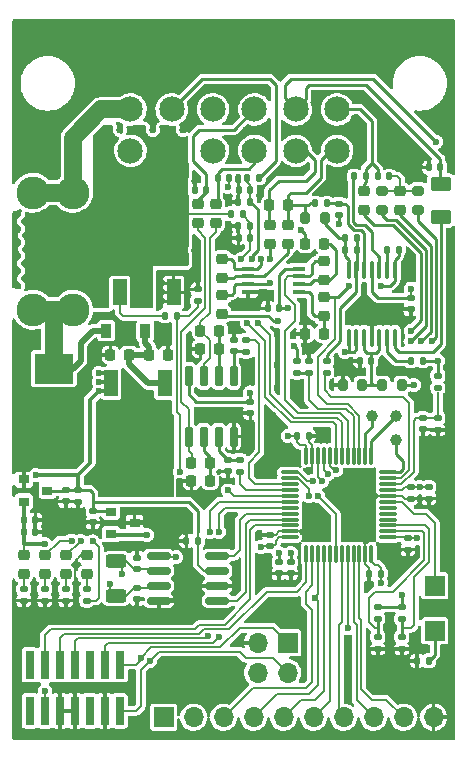
<source format=gtl>
G04 #@! TF.GenerationSoftware,KiCad,Pcbnew,6.0.4-6f826c9f35~116~ubuntu18.04.1*
G04 #@! TF.CreationDate,2022-04-10T17:08:25+03:00*
G04 #@! TF.ProjectId,wideband_controller,77696465-6261-46e6-945f-636f6e74726f,rev?*
G04 #@! TF.SameCoordinates,Original*
G04 #@! TF.FileFunction,Copper,L1,Top*
G04 #@! TF.FilePolarity,Positive*
%FSLAX46Y46*%
G04 Gerber Fmt 4.6, Leading zero omitted, Abs format (unit mm)*
G04 Created by KiCad (PCBNEW 6.0.4-6f826c9f35~116~ubuntu18.04.1) date 2022-04-10 17:08:25*
%MOMM*%
%LPD*%
G01*
G04 APERTURE LIST*
G04 Aperture macros list*
%AMRoundRect*
0 Rectangle with rounded corners*
0 $1 Rounding radius*
0 $2 $3 $4 $5 $6 $7 $8 $9 X,Y pos of 4 corners*
0 Add a 4 corners polygon primitive as box body*
4,1,4,$2,$3,$4,$5,$6,$7,$8,$9,$2,$3,0*
0 Add four circle primitives for the rounded corners*
1,1,$1+$1,$2,$3*
1,1,$1+$1,$4,$5*
1,1,$1+$1,$6,$7*
1,1,$1+$1,$8,$9*
0 Add four rect primitives between the rounded corners*
20,1,$1+$1,$2,$3,$4,$5,0*
20,1,$1+$1,$4,$5,$6,$7,0*
20,1,$1+$1,$6,$7,$8,$9,0*
20,1,$1+$1,$8,$9,$2,$3,0*%
G04 Aperture macros list end*
G04 #@! TA.AperFunction,ComponentPad*
%ADD10C,2.150000*%
G04 #@! TD*
G04 #@! TA.AperFunction,SMDPad,CuDef*
%ADD11RoundRect,0.218750X-0.218750X-0.256250X0.218750X-0.256250X0.218750X0.256250X-0.218750X0.256250X0*%
G04 #@! TD*
G04 #@! TA.AperFunction,SMDPad,CuDef*
%ADD12RoundRect,0.218750X0.256250X-0.218750X0.256250X0.218750X-0.256250X0.218750X-0.256250X-0.218750X0*%
G04 #@! TD*
G04 #@! TA.AperFunction,SMDPad,CuDef*
%ADD13RoundRect,0.218750X-0.256250X0.218750X-0.256250X-0.218750X0.256250X-0.218750X0.256250X0.218750X0*%
G04 #@! TD*
G04 #@! TA.AperFunction,SMDPad,CuDef*
%ADD14R,0.900000X0.800000*%
G04 #@! TD*
G04 #@! TA.AperFunction,SMDPad,CuDef*
%ADD15RoundRect,0.147500X-0.147500X-0.172500X0.147500X-0.172500X0.147500X0.172500X-0.147500X0.172500X0*%
G04 #@! TD*
G04 #@! TA.AperFunction,SMDPad,CuDef*
%ADD16RoundRect,0.218750X0.218750X0.256250X-0.218750X0.256250X-0.218750X-0.256250X0.218750X-0.256250X0*%
G04 #@! TD*
G04 #@! TA.AperFunction,ComponentPad*
%ADD17R,1.700000X1.700000*%
G04 #@! TD*
G04 #@! TA.AperFunction,SMDPad,CuDef*
%ADD18R,3.300000X2.500000*%
G04 #@! TD*
G04 #@! TA.AperFunction,SMDPad,CuDef*
%ADD19RoundRect,0.147500X-0.172500X0.147500X-0.172500X-0.147500X0.172500X-0.147500X0.172500X0.147500X0*%
G04 #@! TD*
G04 #@! TA.AperFunction,SMDPad,CuDef*
%ADD20RoundRect,0.140000X0.140000X0.170000X-0.140000X0.170000X-0.140000X-0.170000X0.140000X-0.170000X0*%
G04 #@! TD*
G04 #@! TA.AperFunction,SMDPad,CuDef*
%ADD21RoundRect,0.147500X0.147500X0.172500X-0.147500X0.172500X-0.147500X-0.172500X0.147500X-0.172500X0*%
G04 #@! TD*
G04 #@! TA.AperFunction,SMDPad,CuDef*
%ADD22RoundRect,0.140000X-0.170000X0.140000X-0.170000X-0.140000X0.170000X-0.140000X0.170000X0.140000X0*%
G04 #@! TD*
G04 #@! TA.AperFunction,SMDPad,CuDef*
%ADD23RoundRect,0.147500X0.172500X-0.147500X0.172500X0.147500X-0.172500X0.147500X-0.172500X-0.147500X0*%
G04 #@! TD*
G04 #@! TA.AperFunction,SMDPad,CuDef*
%ADD24RoundRect,0.200000X0.200000X0.275000X-0.200000X0.275000X-0.200000X-0.275000X0.200000X-0.275000X0*%
G04 #@! TD*
G04 #@! TA.AperFunction,SMDPad,CuDef*
%ADD25RoundRect,0.250000X-0.625000X0.375000X-0.625000X-0.375000X0.625000X-0.375000X0.625000X0.375000X0*%
G04 #@! TD*
G04 #@! TA.AperFunction,SMDPad,CuDef*
%ADD26RoundRect,0.135000X0.185000X-0.135000X0.185000X0.135000X-0.185000X0.135000X-0.185000X-0.135000X0*%
G04 #@! TD*
G04 #@! TA.AperFunction,SMDPad,CuDef*
%ADD27RoundRect,0.135000X-0.185000X0.135000X-0.185000X-0.135000X0.185000X-0.135000X0.185000X0.135000X0*%
G04 #@! TD*
G04 #@! TA.AperFunction,SMDPad,CuDef*
%ADD28RoundRect,0.200000X-0.200000X-0.275000X0.200000X-0.275000X0.200000X0.275000X-0.200000X0.275000X0*%
G04 #@! TD*
G04 #@! TA.AperFunction,SMDPad,CuDef*
%ADD29RoundRect,0.140000X0.170000X-0.140000X0.170000X0.140000X-0.170000X0.140000X-0.170000X-0.140000X0*%
G04 #@! TD*
G04 #@! TA.AperFunction,SMDPad,CuDef*
%ADD30RoundRect,0.140000X-0.140000X-0.170000X0.140000X-0.170000X0.140000X0.170000X-0.140000X0.170000X0*%
G04 #@! TD*
G04 #@! TA.AperFunction,ComponentPad*
%ADD31C,2.780000*%
G04 #@! TD*
G04 #@! TA.AperFunction,SMDPad,CuDef*
%ADD32R,1.200000X2.200000*%
G04 #@! TD*
G04 #@! TA.AperFunction,SMDPad,CuDef*
%ADD33R,5.800000X6.400000*%
G04 #@! TD*
G04 #@! TA.AperFunction,SMDPad,CuDef*
%ADD34R,0.740000X2.400000*%
G04 #@! TD*
G04 #@! TA.AperFunction,SMDPad,CuDef*
%ADD35RoundRect,0.075000X0.662500X0.075000X-0.662500X0.075000X-0.662500X-0.075000X0.662500X-0.075000X0*%
G04 #@! TD*
G04 #@! TA.AperFunction,SMDPad,CuDef*
%ADD36RoundRect,0.075000X0.075000X0.662500X-0.075000X0.662500X-0.075000X-0.662500X0.075000X-0.662500X0*%
G04 #@! TD*
G04 #@! TA.AperFunction,ComponentPad*
%ADD37O,1.700000X1.700000*%
G04 #@! TD*
G04 #@! TA.AperFunction,SMDPad,CuDef*
%ADD38RoundRect,0.150000X0.825000X0.150000X-0.825000X0.150000X-0.825000X-0.150000X0.825000X-0.150000X0*%
G04 #@! TD*
G04 #@! TA.AperFunction,SMDPad,CuDef*
%ADD39RoundRect,0.150000X0.150000X-0.725000X0.150000X0.725000X-0.150000X0.725000X-0.150000X-0.725000X0*%
G04 #@! TD*
G04 #@! TA.AperFunction,SMDPad,CuDef*
%ADD40RoundRect,0.135000X-0.135000X-0.185000X0.135000X-0.185000X0.135000X0.185000X-0.135000X0.185000X0*%
G04 #@! TD*
G04 #@! TA.AperFunction,SMDPad,CuDef*
%ADD41RoundRect,0.135000X0.135000X0.185000X-0.135000X0.185000X-0.135000X-0.185000X0.135000X-0.185000X0*%
G04 #@! TD*
G04 #@! TA.AperFunction,SMDPad,CuDef*
%ADD42R,1.100000X0.400000*%
G04 #@! TD*
G04 #@! TA.AperFunction,SMDPad,CuDef*
%ADD43RoundRect,0.100000X-0.100000X0.637500X-0.100000X-0.637500X0.100000X-0.637500X0.100000X0.637500X0*%
G04 #@! TD*
G04 #@! TA.AperFunction,SMDPad,CuDef*
%ADD44R,0.900000X1.200000*%
G04 #@! TD*
G04 #@! TA.AperFunction,SMDPad,CuDef*
%ADD45C,1.000000*%
G04 #@! TD*
G04 #@! TA.AperFunction,SMDPad,CuDef*
%ADD46RoundRect,0.250000X0.625000X-0.312500X0.625000X0.312500X-0.625000X0.312500X-0.625000X-0.312500X0*%
G04 #@! TD*
G04 #@! TA.AperFunction,SMDPad,CuDef*
%ADD47RoundRect,0.200000X-0.275000X0.200000X-0.275000X-0.200000X0.275000X-0.200000X0.275000X0.200000X0*%
G04 #@! TD*
G04 #@! TA.AperFunction,ViaPad*
%ADD48C,0.600000*%
G04 #@! TD*
G04 #@! TA.AperFunction,Conductor*
%ADD49C,0.203200*%
G04 #@! TD*
G04 #@! TA.AperFunction,Conductor*
%ADD50C,0.250000*%
G04 #@! TD*
G04 #@! TA.AperFunction,Conductor*
%ADD51C,0.375000*%
G04 #@! TD*
G04 #@! TA.AperFunction,Conductor*
%ADD52C,1.500000*%
G04 #@! TD*
G04 #@! TA.AperFunction,Conductor*
%ADD53C,0.500000*%
G04 #@! TD*
G04 APERTURE END LIST*
D10*
X135750000Y-63500000D03*
X132250000Y-63500000D03*
X128750000Y-63500000D03*
X125250000Y-63500000D03*
X121750000Y-63500000D03*
X118250000Y-63500000D03*
X135750000Y-60000000D03*
X132250000Y-60000000D03*
X128750000Y-60000000D03*
X125250000Y-60000000D03*
X121750000Y-60000000D03*
X118250000Y-60000000D03*
D11*
X133045000Y-78994000D03*
X134620000Y-78994000D03*
D12*
X130048000Y-71399500D03*
X130048000Y-69824500D03*
D13*
X126025000Y-75707500D03*
X126025000Y-77282500D03*
D14*
X109220000Y-91318000D03*
X109220000Y-93218000D03*
X111220000Y-92268000D03*
D15*
X123698000Y-66802000D03*
X124668000Y-66802000D03*
D16*
X124993500Y-89916000D03*
X123418500Y-89916000D03*
D11*
X123418500Y-91440000D03*
X124993500Y-91440000D03*
D17*
X144018000Y-100330000D03*
D18*
X111760000Y-81944000D03*
X111760000Y-88744000D03*
D19*
X143510000Y-91971000D03*
X143510000Y-92941000D03*
D20*
X144498000Y-64897000D03*
X143538000Y-64897000D03*
D21*
X130828000Y-76835000D03*
X129858000Y-76835000D03*
D19*
X141986000Y-91971000D03*
X141986000Y-92941000D03*
D22*
X131826000Y-98326000D03*
X131826000Y-99286000D03*
D19*
X141986000Y-75946000D03*
X141986000Y-76916000D03*
D11*
X124180500Y-80264000D03*
X125755500Y-80264000D03*
D15*
X136421000Y-70866000D03*
X137391000Y-70866000D03*
D20*
X138656000Y-81280000D03*
X137696000Y-81280000D03*
D15*
X133904000Y-67945000D03*
X134874000Y-67945000D03*
X136421000Y-71882000D03*
X137391000Y-71882000D03*
D23*
X133350000Y-82273000D03*
X133350000Y-81303000D03*
D12*
X109220000Y-99339500D03*
X109220000Y-97764500D03*
D24*
X137858000Y-83312000D03*
X136208000Y-83312000D03*
D25*
X144526000Y-66291000D03*
X144526000Y-69091000D03*
D19*
X123952000Y-75230000D03*
X123952000Y-76200000D03*
D12*
X123952000Y-69621500D03*
X123952000Y-68046500D03*
D15*
X121181000Y-77470000D03*
X122151000Y-77470000D03*
D19*
X114554000Y-100607000D03*
X114554000Y-101577000D03*
D12*
X125476000Y-69621500D03*
X125476000Y-68046500D03*
D15*
X142517000Y-106680000D03*
X143487000Y-106680000D03*
D26*
X132334000Y-82298000D03*
X132334000Y-81278000D03*
D13*
X141097000Y-66903500D03*
X141097000Y-68478500D03*
D15*
X125626000Y-65786000D03*
X126596000Y-65786000D03*
D16*
X125755500Y-78740000D03*
X124180500Y-78740000D03*
X131597500Y-68072000D03*
X130022500Y-68072000D03*
D27*
X128016000Y-79500000D03*
X128016000Y-80520000D03*
D28*
X133033000Y-69215000D03*
X134683000Y-69215000D03*
D12*
X131572000Y-71399500D03*
X131572000Y-69824500D03*
X138049000Y-68478500D03*
X138049000Y-66903500D03*
D15*
X109227000Y-94742000D03*
X110197000Y-94742000D03*
D19*
X128397000Y-84739250D03*
X128397000Y-85709250D03*
D11*
X119837000Y-80772000D03*
X121412000Y-80772000D03*
D16*
X118135500Y-80772000D03*
X116560500Y-80772000D03*
D22*
X115062000Y-94008000D03*
X115062000Y-94968000D03*
X112760000Y-92230000D03*
X112760000Y-93190000D03*
D19*
X113792000Y-92225000D03*
X113792000Y-93195000D03*
D15*
X139192000Y-65659000D03*
X140162000Y-65659000D03*
D29*
X127000000Y-80490000D03*
X127000000Y-79530000D03*
D12*
X112776000Y-99339500D03*
X112776000Y-97764500D03*
D30*
X109204000Y-95758000D03*
X110164000Y-95758000D03*
D12*
X110998000Y-99339500D03*
X110998000Y-97764500D03*
D31*
X109982000Y-76962000D03*
X113382000Y-76962000D03*
X113382000Y-67042000D03*
X109982000Y-67042000D03*
D23*
X134874000Y-82273000D03*
X134874000Y-81303000D03*
D13*
X126025000Y-72659500D03*
X126025000Y-74234500D03*
D16*
X134645500Y-71374000D03*
X133070500Y-71374000D03*
D23*
X112776000Y-101577000D03*
X112776000Y-100607000D03*
D19*
X135890000Y-67968000D03*
X135890000Y-68938000D03*
D13*
X114554000Y-97764500D03*
X114554000Y-99339500D03*
D12*
X134620000Y-74447500D03*
X134620000Y-72872500D03*
D32*
X117353000Y-75491000D03*
D33*
X119633000Y-69191000D03*
D32*
X121913000Y-75491000D03*
D23*
X110998000Y-101577000D03*
X110998000Y-100607000D03*
D24*
X141223000Y-83312000D03*
X139573000Y-83312000D03*
D34*
X109728000Y-110916000D03*
X109728000Y-107016000D03*
X110998000Y-110916000D03*
X110998000Y-107016000D03*
X112268000Y-110916000D03*
X112268000Y-107016000D03*
X113538000Y-110916000D03*
X113538000Y-107016000D03*
X114808000Y-110916000D03*
X114808000Y-107016000D03*
X116078000Y-110916000D03*
X116078000Y-107016000D03*
X117348000Y-110916000D03*
X117348000Y-107016000D03*
D35*
X140052500Y-96222000D03*
X140052500Y-95722000D03*
X140052500Y-95222000D03*
X140052500Y-94722000D03*
X140052500Y-94222000D03*
X140052500Y-93722000D03*
X140052500Y-93222000D03*
X140052500Y-92722000D03*
X140052500Y-92222000D03*
X140052500Y-91722000D03*
X140052500Y-91222000D03*
X140052500Y-90722000D03*
D36*
X138640000Y-89309500D03*
X138140000Y-89309500D03*
X137640000Y-89309500D03*
X137140000Y-89309500D03*
X136640000Y-89309500D03*
X136140000Y-89309500D03*
X135640000Y-89309500D03*
X135140000Y-89309500D03*
X134640000Y-89309500D03*
X134140000Y-89309500D03*
X133640000Y-89309500D03*
X133140000Y-89309500D03*
D35*
X131727500Y-90722000D03*
X131727500Y-91222000D03*
X131727500Y-91722000D03*
X131727500Y-92222000D03*
X131727500Y-92722000D03*
X131727500Y-93222000D03*
X131727500Y-93722000D03*
X131727500Y-94222000D03*
X131727500Y-94722000D03*
X131727500Y-95222000D03*
X131727500Y-95722000D03*
X131727500Y-96222000D03*
D36*
X133140000Y-97634500D03*
X133640000Y-97634500D03*
X134140000Y-97634500D03*
X134640000Y-97634500D03*
X135140000Y-97634500D03*
X135640000Y-97634500D03*
X136140000Y-97634500D03*
X136640000Y-97634500D03*
X137140000Y-97634500D03*
X137640000Y-97634500D03*
X138140000Y-97634500D03*
X138640000Y-97634500D03*
D15*
X132357000Y-87630000D03*
X133327000Y-87630000D03*
D23*
X130048000Y-96982000D03*
X130048000Y-96012000D03*
D21*
X139423000Y-99314000D03*
X138453000Y-99314000D03*
D19*
X141732000Y-96289000D03*
X141732000Y-97259000D03*
D22*
X126492000Y-89690000D03*
X126492000Y-90650000D03*
D26*
X127508000Y-90680000D03*
X127508000Y-89660000D03*
D21*
X123952000Y-96520000D03*
X122982000Y-96520000D03*
D23*
X118807000Y-101450000D03*
X118807000Y-100480000D03*
X118807000Y-98910000D03*
X118807000Y-97940000D03*
D17*
X131572000Y-105156000D03*
D37*
X131572000Y-107696000D03*
X129032000Y-105156000D03*
X129032000Y-107696000D03*
D23*
X109220000Y-101577000D03*
X109220000Y-100607000D03*
D38*
X125600000Y-101600000D03*
X125600000Y-100330000D03*
X125600000Y-99060000D03*
X125600000Y-97790000D03*
X120650000Y-97790000D03*
X120650000Y-99060000D03*
X120650000Y-100330000D03*
X120650000Y-101600000D03*
D17*
X121056400Y-111455200D03*
D37*
X123596400Y-111455200D03*
X126136400Y-111455200D03*
X128676400Y-111455200D03*
X131216400Y-111455200D03*
X133756400Y-111455200D03*
X136296400Y-111455200D03*
X138836400Y-111455200D03*
X141376400Y-111455200D03*
X143916400Y-111455200D03*
D32*
X121152000Y-83176000D03*
D33*
X118872000Y-89476000D03*
D32*
X116592000Y-83176000D03*
D17*
X144018000Y-104140000D03*
D39*
X123190000Y-87695250D03*
X124460000Y-87695250D03*
X125730000Y-87695250D03*
X127000000Y-87695250D03*
X127000000Y-82545250D03*
X125730000Y-82545250D03*
X124460000Y-82545250D03*
X123190000Y-82545250D03*
D27*
X139192000Y-104646000D03*
X139192000Y-105666000D03*
X141224000Y-104646000D03*
X141224000Y-105666000D03*
D22*
X130810000Y-98326000D03*
X130810000Y-99286000D03*
D12*
X134620000Y-77495500D03*
X134620000Y-75920500D03*
D14*
X116602000Y-94046000D03*
X116602000Y-95946000D03*
X118602000Y-94996000D03*
D40*
X127379000Y-67818000D03*
X128399000Y-67818000D03*
D20*
X128369000Y-70866000D03*
X127409000Y-70866000D03*
D27*
X144272000Y-82548000D03*
X144272000Y-83568000D03*
D40*
X139952000Y-71882000D03*
X140972000Y-71882000D03*
D41*
X143004000Y-81280000D03*
X141984000Y-81280000D03*
D26*
X141224000Y-103126000D03*
X141224000Y-102106000D03*
D41*
X129161000Y-65786000D03*
X128141000Y-65786000D03*
D26*
X139192000Y-103126000D03*
X139192000Y-102106000D03*
D20*
X128369000Y-66802000D03*
X127409000Y-66802000D03*
D42*
X128193000Y-73488000D03*
X128193000Y-74138000D03*
X128193000Y-74788000D03*
X128193000Y-75438000D03*
X132493000Y-75438000D03*
X132493000Y-74788000D03*
X132493000Y-74138000D03*
X132493000Y-73488000D03*
D22*
X143002000Y-86134000D03*
X143002000Y-87094000D03*
D40*
X126744000Y-68834000D03*
X127764000Y-68834000D03*
D43*
X140634000Y-73591500D03*
X139984000Y-73591500D03*
X139334000Y-73591500D03*
X138684000Y-73591500D03*
X138034000Y-73591500D03*
X137384000Y-73591500D03*
X136734000Y-73591500D03*
X136734000Y-79316500D03*
X137384000Y-79316500D03*
X138034000Y-79316500D03*
X138684000Y-79316500D03*
X139334000Y-79316500D03*
X139984000Y-79316500D03*
X140634000Y-79316500D03*
D41*
X138178000Y-65659000D03*
X137158000Y-65659000D03*
D44*
X119506000Y-78740000D03*
X116206000Y-78740000D03*
D45*
X138684000Y-85979000D03*
D46*
X117029000Y-101157500D03*
X117029000Y-98232500D03*
D47*
X139573000Y-66866000D03*
X139573000Y-68516000D03*
D40*
X127379000Y-69850000D03*
X128399000Y-69850000D03*
D45*
X140716000Y-85979000D03*
X140716000Y-88011000D03*
D47*
X142621000Y-66866000D03*
X142621000Y-68516000D03*
D26*
X144272000Y-87124000D03*
X144272000Y-86104000D03*
D48*
X145034000Y-108458000D03*
X126492000Y-91440000D03*
X129286000Y-100076000D03*
X125984000Y-85852000D03*
X142240000Y-53340000D03*
X143510000Y-102362000D03*
X129286000Y-90424000D03*
X113284000Y-86868000D03*
X139700000Y-97282000D03*
X122682000Y-61722000D03*
X140970000Y-98552000D03*
X122936000Y-108204000D03*
X123698000Y-66040000D03*
X140462000Y-108458000D03*
X120396000Y-85598000D03*
X120904000Y-74676000D03*
X141986000Y-108458000D03*
X132842000Y-103124000D03*
X127381000Y-65913000D03*
X137922000Y-76200000D03*
X129032000Y-76794000D03*
X126746000Y-96774000D03*
X119634000Y-85598000D03*
X120396000Y-108204000D03*
X123952000Y-74422000D03*
X130683000Y-81661000D03*
X142748000Y-92964000D03*
X131318000Y-61722000D03*
X132080000Y-78994000D03*
X117348000Y-85598000D03*
X138176000Y-95250000D03*
X122936000Y-107188000D03*
X139954000Y-62484000D03*
X132334000Y-83566000D03*
X136652000Y-108458000D03*
X121666000Y-109220000D03*
X121412000Y-79756000D03*
X109220000Y-64262000D03*
X138176000Y-96520000D03*
X137414000Y-77724000D03*
X144272000Y-87884000D03*
X122428000Y-91440000D03*
X118807000Y-97155000D03*
X137541000Y-112776000D03*
X135001000Y-112776000D03*
X130683000Y-83566000D03*
X131826000Y-100076000D03*
X140081000Y-112776000D03*
X120904000Y-76200000D03*
X108712000Y-74930000D03*
X137668000Y-92710000D03*
X111760000Y-86868000D03*
X108712000Y-72390000D03*
X110998000Y-95758000D03*
X127000000Y-53340000D03*
X144780000Y-102362000D03*
X143002000Y-87884000D03*
X109728000Y-103378000D03*
X143764000Y-90170000D03*
X126746000Y-95758000D03*
X125476000Y-107188000D03*
X130302000Y-88900000D03*
X127254000Y-100076000D03*
X136271000Y-92710000D03*
X115570000Y-103378000D03*
X119380000Y-53340000D03*
X123698000Y-73406000D03*
X124841000Y-112776000D03*
X109220000Y-61468000D03*
X120396000Y-109220000D03*
X129794000Y-61722000D03*
X129921000Y-112776000D03*
X133350000Y-80518000D03*
X136652000Y-105918000D03*
X124460000Y-85852000D03*
X124460000Y-53340000D03*
X108712000Y-70104000D03*
X127381000Y-71755000D03*
X121666000Y-108204000D03*
X131064000Y-65024000D03*
X108712000Y-73660000D03*
X143510000Y-108458000D03*
X122109000Y-101473000D03*
X110998000Y-94742000D03*
X115570000Y-80772000D03*
X130302000Y-103124000D03*
X136144000Y-82169000D03*
X129032000Y-103124000D03*
X124206000Y-108204000D03*
X130302000Y-87376000D03*
X128016000Y-61722000D03*
X122936000Y-109220000D03*
X124206000Y-107188000D03*
X145288000Y-112776000D03*
X141986000Y-73406000D03*
X108712000Y-71247000D03*
X141224000Y-106738200D03*
X138938000Y-108458000D03*
X131826000Y-88900000D03*
X142776000Y-64897000D03*
X118807000Y-102235000D03*
X113792000Y-103378000D03*
X114300000Y-94996000D03*
X134620000Y-53340000D03*
X114300000Y-53340000D03*
X112760000Y-94046000D03*
X132842000Y-95758000D03*
X109204000Y-90236000D03*
X133858000Y-95758000D03*
X127000000Y-58674000D03*
X121158000Y-85598000D03*
X142621000Y-112776000D03*
X138938000Y-107188000D03*
X116967000Y-103378000D03*
X128524000Y-81534000D03*
X130302000Y-85852000D03*
X129540000Y-53340000D03*
X128397000Y-86517250D03*
X118872000Y-85598000D03*
X139954000Y-64008000D03*
X110998000Y-86868000D03*
X133350000Y-90551000D03*
X118110000Y-85598000D03*
X139700000Y-53340000D03*
X116586000Y-85598000D03*
X128524000Y-82804000D03*
X119634000Y-94949976D03*
X123190000Y-80264000D03*
X127381000Y-112776000D03*
X131572000Y-103124000D03*
X111506000Y-64262000D03*
X111506000Y-61468000D03*
X110236000Y-86868000D03*
X143002000Y-83820000D03*
X132080000Y-53340000D03*
X109728000Y-104902000D03*
X140462000Y-77724000D03*
X136779000Y-95250000D03*
X116078000Y-109220000D03*
X108712000Y-68834000D03*
X141986000Y-77701000D03*
X132461000Y-112776000D03*
X137160000Y-61722000D03*
X138938000Y-92710000D03*
X143764000Y-88900000D03*
X120142000Y-61722000D03*
X120904000Y-75438000D03*
X130810000Y-100076000D03*
X122936000Y-95758000D03*
X127000000Y-78740000D03*
X111887000Y-103378000D03*
X130683000Y-78994000D03*
X129286000Y-99060000D03*
X137160000Y-53340000D03*
X123698000Y-71882000D03*
X121666000Y-107188000D03*
X121920000Y-53340000D03*
X140970000Y-97282000D03*
X136906000Y-81280000D03*
X118491000Y-103378000D03*
X136652000Y-107188000D03*
X132588000Y-72644000D03*
X112522000Y-86868000D03*
X116840000Y-53340000D03*
X127254000Y-99060000D03*
X111760000Y-53340000D03*
X110998000Y-102362000D03*
X134620000Y-87630000D03*
X141478000Y-62484000D03*
X117348000Y-61722000D03*
X113792000Y-93957000D03*
X113538000Y-109220000D03*
X112268000Y-109220000D03*
X144145000Y-62738000D03*
X144272000Y-81280000D03*
X132715000Y-70231000D03*
X110236000Y-90932000D03*
X115570000Y-83820000D03*
X115570000Y-83058000D03*
X115570000Y-82296000D03*
X126492000Y-66548000D03*
X128397000Y-83977250D03*
X139446000Y-100076000D03*
X129286000Y-97028000D03*
X131572000Y-87630000D03*
X142494000Y-96266000D03*
X131826000Y-97536000D03*
X141986000Y-75161000D03*
X110998000Y-109220000D03*
X141224000Y-101092000D03*
X122109000Y-97917000D03*
X110998000Y-96774000D03*
X130810000Y-97536000D03*
X125730000Y-104648000D03*
X134475858Y-91462910D03*
X142875000Y-79629000D03*
X134114603Y-92710000D03*
X115062000Y-96578200D03*
X122428000Y-90675397D03*
X119126000Y-106426000D03*
X124968000Y-95758000D03*
X125732603Y-95758000D03*
X119890603Y-106680000D03*
X136652000Y-103886000D03*
X133350000Y-92710000D03*
X114046000Y-96520000D03*
X126492000Y-92204603D03*
X113264636Y-96500636D03*
X119634000Y-96012000D03*
X142748000Y-91948000D03*
X131613000Y-76835000D03*
X142240000Y-83312000D03*
X116521000Y-100203000D03*
X117537000Y-99314000D03*
X129286000Y-72644000D03*
X132080000Y-80010000D03*
X130050603Y-72644000D03*
X130048000Y-74676000D03*
X124841000Y-104589800D03*
X133858000Y-101346000D03*
X143764000Y-79629000D03*
X133667257Y-91455036D03*
X130777116Y-77939063D03*
X135890000Y-69723000D03*
X136398000Y-80518000D03*
X128521397Y-72644000D03*
X129073011Y-78105000D03*
X136794400Y-74930000D03*
X139446000Y-74930000D03*
X141986000Y-79629000D03*
X134940506Y-90855687D03*
X141986000Y-78740000D03*
X135681314Y-90544124D03*
X128143000Y-78105000D03*
X127635000Y-72644000D03*
D49*
X118807000Y-97940000D02*
X118807000Y-97155000D01*
X112268000Y-110916000D02*
X112268000Y-109220000D01*
X113538000Y-98298000D02*
X113538000Y-101346000D01*
X131727500Y-95722000D02*
X132806000Y-95722000D01*
D50*
X121913000Y-74923000D02*
X121666000Y-74676000D01*
D51*
X116586000Y-85598000D02*
X116586000Y-87190000D01*
D50*
X128397000Y-85709250D02*
X127427000Y-85709250D01*
X141282200Y-106680000D02*
X141224000Y-106738200D01*
D51*
X117348000Y-85598000D02*
X117348000Y-87952000D01*
D50*
X130810000Y-99286000D02*
X130810000Y-100076000D01*
D49*
X112799000Y-101600000D02*
X112776000Y-101577000D01*
X110998000Y-102362000D02*
X110998000Y-101577000D01*
D51*
X111916000Y-88744000D02*
X112522000Y-88138000D01*
D49*
X113538000Y-110916000D02*
X113538000Y-109220000D01*
X127379000Y-70836000D02*
X127409000Y-70866000D01*
D50*
X126492000Y-90650000D02*
X126492000Y-91440000D01*
D49*
X143510000Y-92941000D02*
X142771000Y-92941000D01*
X140052500Y-92722000D02*
X140064500Y-92710000D01*
D50*
X121913000Y-75491000D02*
X121913000Y-74923000D01*
X121913000Y-75491000D02*
X121913000Y-75953000D01*
D51*
X119634000Y-85598000D02*
X119634000Y-88714000D01*
X111604000Y-88744000D02*
X110998000Y-88138000D01*
X121412000Y-80772000D02*
X121412000Y-79756000D01*
X112760000Y-93256000D02*
X112760000Y-94046000D01*
D50*
X122428000Y-91440000D02*
X123418500Y-91440000D01*
X127427000Y-85709250D02*
X127000000Y-86136250D01*
D49*
X141224000Y-92710000D02*
X141478000Y-92964000D01*
D51*
X114300000Y-94996000D02*
X114328000Y-94968000D01*
D49*
X140970000Y-97282000D02*
X140993000Y-97259000D01*
D50*
X128193000Y-75438000D02*
X129286000Y-75438000D01*
D49*
X127409000Y-71727000D02*
X127381000Y-71755000D01*
D51*
X118648024Y-94949976D02*
X118602000Y-94996000D01*
D49*
X138938000Y-92710000D02*
X138950000Y-92722000D01*
D50*
X127000000Y-86136250D02*
X127000000Y-87695250D01*
D49*
X127379000Y-69850000D02*
X127379000Y-70836000D01*
X123952000Y-75230000D02*
X123952000Y-74422000D01*
D50*
X127000000Y-79530000D02*
X127000000Y-78740000D01*
D51*
X121158000Y-85598000D02*
X121158000Y-87190000D01*
D50*
X129858000Y-76835000D02*
X129073000Y-76835000D01*
D49*
X114554000Y-97764500D02*
X114071500Y-97764500D01*
X130556000Y-96012000D02*
X130846000Y-95722000D01*
D50*
X124180500Y-80264000D02*
X124231500Y-80264000D01*
X131826000Y-99286000D02*
X131826000Y-100076000D01*
X121666000Y-74676000D02*
X120904000Y-74676000D01*
D49*
X110197000Y-94742000D02*
X110998000Y-94742000D01*
X118807000Y-101450000D02*
X118807000Y-102235000D01*
D51*
X112932000Y-88744000D02*
X113284000Y-88392000D01*
X116586000Y-87190000D02*
X118872000Y-89476000D01*
D49*
X138140000Y-96556000D02*
X138176000Y-96520000D01*
D50*
X121860000Y-75438000D02*
X120904000Y-75438000D01*
D49*
X116078000Y-110916000D02*
X116078000Y-109220000D01*
D50*
X142517000Y-106680000D02*
X141282200Y-106680000D01*
D51*
X113792000Y-93195000D02*
X113792000Y-93957000D01*
X109220000Y-90252000D02*
X109204000Y-90236000D01*
D49*
X133640000Y-88428000D02*
X133640000Y-89309500D01*
D51*
X110236000Y-88392000D02*
X110236000Y-86868000D01*
X111760000Y-88744000D02*
X110588000Y-88744000D01*
X118110000Y-85598000D02*
X118110000Y-88714000D01*
D49*
X114071500Y-97764500D02*
X113538000Y-98298000D01*
X127379000Y-66832000D02*
X127409000Y-66802000D01*
D51*
X116560500Y-80772000D02*
X115570000Y-80772000D01*
D49*
X138453000Y-98829000D02*
X138453000Y-99314000D01*
D50*
X136208000Y-82233000D02*
X136208000Y-83312000D01*
D49*
X140993000Y-97259000D02*
X141732000Y-97259000D01*
X130048000Y-96012000D02*
X130556000Y-96012000D01*
X141478000Y-92964000D02*
X141963000Y-92964000D01*
D50*
X124180500Y-80264000D02*
X123190000Y-80264000D01*
X121913000Y-75953000D02*
X121666000Y-76200000D01*
D51*
X111760000Y-88744000D02*
X112932000Y-88744000D01*
D49*
X140064500Y-92710000D02*
X141224000Y-92710000D01*
X113284000Y-101600000D02*
X112799000Y-101600000D01*
D51*
X119634000Y-88714000D02*
X118872000Y-89476000D01*
D49*
X133350000Y-90551000D02*
X133640000Y-90261000D01*
X133327000Y-88115000D02*
X133640000Y-88428000D01*
X123698000Y-66802000D02*
X123698000Y-66040000D01*
X133640000Y-90261000D02*
X133640000Y-89309500D01*
X122936000Y-95758000D02*
X122936000Y-99568000D01*
D51*
X110998000Y-88138000D02*
X110998000Y-86868000D01*
D50*
X137696000Y-81280000D02*
X136906000Y-81280000D01*
D49*
X133327000Y-87630000D02*
X133327000Y-88115000D01*
D50*
X121666000Y-76200000D02*
X120904000Y-76200000D01*
D51*
X111760000Y-88744000D02*
X111916000Y-88744000D01*
X112522000Y-88138000D02*
X112522000Y-86868000D01*
D49*
X141224000Y-105666000D02*
X141224000Y-106738200D01*
X142771000Y-92941000D02*
X142748000Y-92964000D01*
X130846000Y-95722000D02*
X131727500Y-95722000D01*
X127379000Y-67818000D02*
X127379000Y-66832000D01*
X138950000Y-92722000D02*
X140052500Y-92722000D01*
X127409000Y-70866000D02*
X127409000Y-71727000D01*
D50*
X139238000Y-76916000D02*
X141986000Y-76916000D01*
D51*
X120396000Y-87952000D02*
X118872000Y-89476000D01*
D50*
X142776000Y-64897000D02*
X143538000Y-64897000D01*
X138684000Y-77470000D02*
X139238000Y-76916000D01*
D49*
X138140000Y-97634500D02*
X138140000Y-98516000D01*
X141963000Y-92964000D02*
X141986000Y-92941000D01*
X138140000Y-98516000D02*
X138453000Y-98829000D01*
X139446000Y-105666000D02*
X141224000Y-105666000D01*
D50*
X129286000Y-75438000D02*
X129858000Y-76010000D01*
D49*
X120777000Y-101473000D02*
X122109000Y-101473000D01*
D51*
X113284000Y-88392000D02*
X113284000Y-86868000D01*
D50*
X110164000Y-95758000D02*
X110998000Y-95758000D01*
D49*
X133350000Y-81303000D02*
X133350000Y-80518000D01*
D50*
X129858000Y-76010000D02*
X129858000Y-77003000D01*
D51*
X120396000Y-85598000D02*
X120396000Y-87952000D01*
D50*
X143002000Y-87094000D02*
X143002000Y-87884000D01*
D49*
X132806000Y-95722000D02*
X132842000Y-95758000D01*
X109220000Y-101577000D02*
X110998000Y-101577000D01*
D51*
X119634000Y-94949976D02*
X118648024Y-94949976D01*
X111760000Y-88744000D02*
X111604000Y-88744000D01*
D49*
X127409000Y-65941000D02*
X127381000Y-65913000D01*
X144272000Y-87124000D02*
X144272000Y-87884000D01*
D50*
X121913000Y-75491000D02*
X121860000Y-75438000D01*
X136144000Y-82169000D02*
X136208000Y-82233000D01*
X129073000Y-76835000D02*
X129032000Y-76794000D01*
X133045000Y-78994000D02*
X132080000Y-78994000D01*
D49*
X120650000Y-101600000D02*
X120777000Y-101473000D01*
X112776000Y-101577000D02*
X110998000Y-101577000D01*
D51*
X111760000Y-88744000D02*
X111760000Y-86868000D01*
D49*
X127409000Y-66802000D02*
X127409000Y-65941000D01*
X138140000Y-97634500D02*
X138140000Y-96556000D01*
D51*
X117348000Y-87952000D02*
X118872000Y-89476000D01*
D49*
X113538000Y-101346000D02*
X113284000Y-101600000D01*
X123698000Y-100330000D02*
X125600000Y-100330000D01*
D51*
X121158000Y-87190000D02*
X118872000Y-89476000D01*
X118110000Y-88714000D02*
X118872000Y-89476000D01*
D50*
X128397000Y-85709250D02*
X128397000Y-86517250D01*
D51*
X110588000Y-88744000D02*
X110236000Y-88392000D01*
D49*
X141986000Y-77701000D02*
X141986000Y-76916000D01*
D51*
X114328000Y-94968000D02*
X115062000Y-94968000D01*
D49*
X122936000Y-99568000D02*
X123698000Y-100330000D01*
D50*
X138684000Y-79316500D02*
X138684000Y-77470000D01*
D51*
X109220000Y-91318000D02*
X109220000Y-90252000D01*
D50*
X133477000Y-67945000D02*
X133904000Y-67945000D01*
X135128000Y-63500000D02*
X135750000Y-63500000D01*
X131826000Y-67056000D02*
X133096000Y-67056000D01*
X134366000Y-64262000D02*
X135128000Y-63500000D01*
X131572000Y-68097500D02*
X131597500Y-68072000D01*
X133096000Y-67056000D02*
X134366000Y-65786000D01*
X131597500Y-68072000D02*
X131597500Y-67284500D01*
X131597500Y-67284500D02*
X131826000Y-67056000D01*
X133033000Y-68136000D02*
X132969000Y-68072000D01*
X131597500Y-68072000D02*
X132969000Y-68072000D01*
X133033000Y-69215000D02*
X133033000Y-68136000D01*
X134366000Y-65786000D02*
X134366000Y-64262000D01*
X132969000Y-68072000D02*
X133350000Y-68072000D01*
X131572000Y-69824500D02*
X131572000Y-68097500D01*
X133350000Y-68072000D02*
X133477000Y-67945000D01*
X137724000Y-60000000D02*
X138684000Y-60960000D01*
X135750000Y-60000000D02*
X137724000Y-60000000D01*
X138684000Y-64516000D02*
X139192000Y-65024000D01*
X138178000Y-66165000D02*
X138049000Y-66294000D01*
X138684000Y-60960000D02*
X138684000Y-64516000D01*
X138049000Y-66294000D02*
X138049000Y-66903500D01*
X138684000Y-64516000D02*
X138178000Y-65022000D01*
X139192000Y-65024000D02*
X139192000Y-65659000D01*
X138178000Y-65659000D02*
X138178000Y-66165000D01*
X138178000Y-65022000D02*
X138178000Y-65659000D01*
X131826000Y-57404000D02*
X138811000Y-57404000D01*
X132250000Y-60000000D02*
X131318000Y-59068000D01*
X133070500Y-70586500D02*
X133070500Y-71374000D01*
X144498000Y-66263000D02*
X144526000Y-66291000D01*
X138811000Y-57404000D02*
X144145000Y-62738000D01*
X132715000Y-70231000D02*
X133070500Y-70586500D01*
X144498000Y-64234000D02*
X144498000Y-64897000D01*
X144498000Y-64897000D02*
X144498000Y-66263000D01*
X143004000Y-81280000D02*
X144272000Y-81280000D01*
X132250000Y-60000000D02*
X133096000Y-59154000D01*
X131318000Y-57912000D02*
X131826000Y-57404000D01*
X133096000Y-59154000D02*
X133096000Y-58166000D01*
X133350000Y-57912000D02*
X138176000Y-57912000D01*
X144272000Y-82233000D02*
X144272000Y-81280000D01*
X133096000Y-58166000D02*
X133350000Y-57912000D01*
X138176000Y-57912000D02*
X144498000Y-64234000D01*
X131318000Y-59068000D02*
X131318000Y-57912000D01*
X130022500Y-69799000D02*
X130048000Y-69824500D01*
X133096000Y-63500000D02*
X133858000Y-64262000D01*
X133858000Y-65278000D02*
X133096000Y-66040000D01*
X130810000Y-66040000D02*
X130022500Y-66827500D01*
X132250000Y-63500000D02*
X133096000Y-63500000D01*
X130022500Y-68072000D02*
X130022500Y-69799000D01*
X133096000Y-66040000D02*
X130810000Y-66040000D01*
X133858000Y-64262000D02*
X133858000Y-65278000D01*
X130022500Y-66827500D02*
X130022500Y-68072000D01*
D49*
X126596000Y-66444000D02*
X126492000Y-66548000D01*
X123952000Y-98552000D02*
X124460000Y-99060000D01*
D50*
X115062000Y-94008000D02*
X115062000Y-93218000D01*
D51*
X116332000Y-83820000D02*
X115570000Y-83820000D01*
X116592000Y-83176000D02*
X116592000Y-82569400D01*
X116474000Y-83058000D02*
X116592000Y-83176000D01*
D50*
X115062000Y-92456000D02*
X114831000Y-92225000D01*
X123825000Y-84739250D02*
X123190000Y-84104250D01*
D51*
X113792000Y-90932000D02*
X110236000Y-90932000D01*
D50*
X123190000Y-84104250D02*
X123190000Y-82545250D01*
X123952000Y-93980000D02*
X123952000Y-95758000D01*
D51*
X116592000Y-83560000D02*
X116332000Y-83820000D01*
D50*
X112760000Y-92230000D02*
X113787000Y-92230000D01*
D51*
X116586000Y-82296000D02*
X115570000Y-82296000D01*
X116592000Y-82569400D02*
X116840000Y-82321400D01*
X116592000Y-82302000D02*
X116586000Y-82296000D01*
X113792000Y-90932000D02*
X113792000Y-92225000D01*
D49*
X126596000Y-65786000D02*
X126596000Y-66444000D01*
D51*
X114808000Y-89916000D02*
X113792000Y-90932000D01*
D50*
X112722000Y-92268000D02*
X112760000Y-92230000D01*
D51*
X116592000Y-83176000D02*
X116592000Y-83560000D01*
D49*
X123952000Y-95758000D02*
X123952000Y-98552000D01*
D50*
X115062000Y-93218000D02*
X115062000Y-92456000D01*
D51*
X116592000Y-83176000D02*
X116592000Y-82302000D01*
X115570000Y-83820000D02*
X114808000Y-84582000D01*
D50*
X116564000Y-94008000D02*
X116536000Y-93980000D01*
X113787000Y-92230000D02*
X113792000Y-92225000D01*
X114831000Y-92225000D02*
X113792000Y-92225000D01*
D51*
X115570000Y-83058000D02*
X116474000Y-83058000D01*
D50*
X111220000Y-92268000D02*
X112722000Y-92268000D01*
D51*
X114808000Y-84582000D02*
X114808000Y-89916000D01*
D50*
X115062000Y-93218000D02*
X123190000Y-93218000D01*
X123190000Y-93218000D02*
X123952000Y-93980000D01*
X128397000Y-84739250D02*
X128397000Y-83977250D01*
D51*
X116564000Y-94008000D02*
X116602000Y-94046000D01*
D50*
X128397000Y-84739250D02*
X123825000Y-84739250D01*
X116536000Y-93980000D02*
X115090000Y-93980000D01*
D49*
X124460000Y-99060000D02*
X125600000Y-99060000D01*
D50*
X139446000Y-102106000D02*
X141224000Y-102106000D01*
D49*
X130556000Y-96532176D02*
X130866176Y-96222000D01*
D50*
X141224000Y-102106000D02*
X141224000Y-101092000D01*
D51*
X109220000Y-96774000D02*
X109220000Y-93218000D01*
D49*
X133083824Y-88392000D02*
X132588000Y-88392000D01*
X138938000Y-98552000D02*
X139192000Y-98552000D01*
X141986000Y-75161000D02*
X141986000Y-75946000D01*
D51*
X110998000Y-96774000D02*
X109220000Y-96774000D01*
D49*
X141665000Y-96222000D02*
X141732000Y-96289000D01*
X130866176Y-96222000D02*
X131727500Y-96222000D01*
X110998000Y-110916000D02*
X110998000Y-109220000D01*
X132334000Y-87653000D02*
X132357000Y-87630000D01*
X139446000Y-98806000D02*
X139446000Y-99291000D01*
D50*
X138684000Y-75438000D02*
X139192000Y-75946000D01*
D49*
X139446000Y-99291000D02*
X139423000Y-99314000D01*
X139423000Y-99314000D02*
X139423000Y-100053000D01*
D50*
X130810000Y-98326000D02*
X130810000Y-97536000D01*
D49*
X120777000Y-97917000D02*
X122109000Y-97917000D01*
D50*
X131826000Y-98326000D02*
X131826000Y-97536000D01*
X139192000Y-75946000D02*
X141986000Y-75946000D01*
D49*
X132588000Y-88392000D02*
X132334000Y-88138000D01*
D50*
X138684000Y-75438000D02*
X138684000Y-73591500D01*
D49*
X120650000Y-97790000D02*
X120777000Y-97917000D01*
X133140000Y-89309500D02*
X133140000Y-88448176D01*
X130348000Y-96982000D02*
X130556000Y-96774000D01*
X138640000Y-97634500D02*
X138640000Y-98254000D01*
X133140000Y-88448176D02*
X133083824Y-88392000D01*
X139423000Y-100053000D02*
X139446000Y-100076000D01*
X109220000Y-96774000D02*
X109220000Y-97764500D01*
X130556000Y-96774000D02*
X130556000Y-96532176D01*
X131572000Y-87630000D02*
X132357000Y-87630000D01*
X130048000Y-96982000D02*
X129332000Y-96982000D01*
X142494000Y-96266000D02*
X141755000Y-96266000D01*
X139192000Y-98552000D02*
X139446000Y-98806000D01*
X140052500Y-96222000D02*
X141665000Y-96222000D01*
X129332000Y-96982000D02*
X129286000Y-97028000D01*
X132334000Y-88138000D02*
X132334000Y-87653000D01*
X141755000Y-96266000D02*
X141732000Y-96289000D01*
X130048000Y-96982000D02*
X130348000Y-96982000D01*
X138640000Y-98254000D02*
X138938000Y-98552000D01*
X116078000Y-105410000D02*
X116078000Y-107016000D01*
X143256000Y-94234000D02*
X144018000Y-94996000D01*
X141215824Y-93222000D02*
X142227824Y-94234000D01*
X125730000Y-104648000D02*
X125222000Y-105156000D01*
X140052500Y-93222000D02*
X141215824Y-93222000D01*
X144018000Y-94996000D02*
X144018000Y-100330000D01*
X116332000Y-105156000D02*
X116078000Y-105410000D01*
X142227824Y-94234000D02*
X143256000Y-94234000D01*
X125222000Y-105156000D02*
X116332000Y-105156000D01*
X133350000Y-84582000D02*
X133350000Y-82273000D01*
D50*
X133325000Y-82298000D02*
X133350000Y-82273000D01*
D49*
X134112000Y-85344000D02*
X133350000Y-84582000D01*
D50*
X132334000Y-82298000D02*
X133325000Y-82298000D01*
D49*
X137140000Y-89309500D02*
X137140000Y-85959000D01*
X137140000Y-85959000D02*
X136525000Y-85344000D01*
X136525000Y-85344000D02*
X134112000Y-85344000D01*
D50*
X132493000Y-74138000D02*
X133380000Y-74138000D01*
D49*
X131318000Y-84582000D02*
X131318000Y-78740000D01*
X136017000Y-85725000D02*
X132461000Y-85725000D01*
X136640000Y-89309500D02*
X136640000Y-86348000D01*
X131318000Y-75692000D02*
X131318000Y-74422000D01*
X131318000Y-78740000D02*
X132179211Y-77878789D01*
D50*
X133380000Y-74138000D02*
X133604000Y-73914000D01*
D49*
X136640000Y-86348000D02*
X136017000Y-85725000D01*
X132179211Y-76553211D02*
X131318000Y-75692000D01*
X132461000Y-85725000D02*
X131318000Y-84582000D01*
D50*
X133604000Y-73152000D02*
X133883500Y-72872500D01*
D49*
X131318000Y-74422000D02*
X131602000Y-74138000D01*
D50*
X133604000Y-73914000D02*
X133604000Y-73152000D01*
X133883500Y-72872500D02*
X134620000Y-72872500D01*
D49*
X132179211Y-77878789D02*
X132179211Y-76553211D01*
X131602000Y-74138000D02*
X132493000Y-74138000D01*
D50*
X137160000Y-70231000D02*
X137795000Y-70231000D01*
X135890000Y-67968000D02*
X136421000Y-67968000D01*
X136652000Y-68199000D02*
X136652000Y-69723000D01*
X137795000Y-70231000D02*
X138034000Y-70470000D01*
X138034000Y-70470000D02*
X138034000Y-73591500D01*
X136421000Y-67968000D02*
X136652000Y-68199000D01*
X135867000Y-67945000D02*
X135890000Y-67968000D01*
X134874000Y-67945000D02*
X135867000Y-67945000D01*
X136652000Y-69723000D02*
X137160000Y-70231000D01*
D49*
X141175824Y-91222000D02*
X140052500Y-91222000D01*
X141351000Y-84328000D02*
X141872180Y-84849180D01*
X141872180Y-90525644D02*
X141175824Y-91222000D01*
X134688789Y-83761789D02*
X135255000Y-84328000D01*
X141872180Y-84849180D02*
X141872180Y-90525644D01*
X134874000Y-82273000D02*
X134688789Y-82458211D01*
X135255000Y-84328000D02*
X141351000Y-84328000D01*
X134688789Y-82458211D02*
X134688789Y-83761789D01*
D50*
X141097000Y-68961000D02*
X141097000Y-68478500D01*
X143696760Y-71560760D02*
X141097000Y-68961000D01*
X143696760Y-78807240D02*
X143696760Y-71560760D01*
D49*
X134140000Y-91127052D02*
X134475858Y-91462910D01*
D50*
X142875000Y-79629000D02*
X143696760Y-78807240D01*
D49*
X134140000Y-89309500D02*
X134140000Y-91127052D01*
X135640000Y-96016000D02*
X135640000Y-97634500D01*
X123190000Y-77470000D02*
X123952000Y-76708000D01*
X115570000Y-97086200D02*
X115062000Y-96578200D01*
X135636000Y-96012000D02*
X135640000Y-96016000D01*
X114554000Y-101577000D02*
X115339000Y-101577000D01*
X134114603Y-92710000D02*
X135636000Y-94231397D01*
X122151000Y-85575000D02*
X122428000Y-85852000D01*
X135636000Y-94231397D02*
X135636000Y-96012000D01*
X122151000Y-77470000D02*
X123190000Y-77470000D01*
X123952000Y-76708000D02*
X123952000Y-76200000D01*
X122428000Y-85852000D02*
X122428000Y-90675397D01*
X115339000Y-101577000D02*
X115570000Y-101346000D01*
X122151000Y-77470000D02*
X122151000Y-85575000D01*
X115570000Y-101346000D02*
X115570000Y-97086200D01*
D50*
X125730000Y-80289500D02*
X125755500Y-80264000D01*
X125755500Y-80264000D02*
X125755500Y-78740000D01*
X125730000Y-82545250D02*
X125730000Y-80289500D01*
D49*
X119126000Y-106426000D02*
X119126000Y-106590000D01*
X131572000Y-105156000D02*
X130302000Y-103886000D01*
X125726000Y-93222000D02*
X131727500Y-93222000D01*
X125857000Y-105537000D02*
X120015000Y-105537000D01*
X120015000Y-105537000D02*
X119126000Y-106426000D01*
X127508000Y-103886000D02*
X125857000Y-105537000D01*
X119126000Y-106590000D02*
X118700000Y-107016000D01*
X124968000Y-93980000D02*
X125726000Y-93222000D01*
X124968000Y-95758000D02*
X124968000Y-93980000D01*
X118700000Y-107016000D02*
X117348000Y-107016000D01*
X130302000Y-103886000D02*
X127508000Y-103886000D01*
X125732603Y-95758000D02*
X125732603Y-94231397D01*
X130302000Y-106426000D02*
X131572000Y-107696000D01*
X127494820Y-105904820D02*
X128016000Y-106426000D01*
X119126000Y-110490000D02*
X118700000Y-110916000D01*
X128016000Y-106426000D02*
X130302000Y-106426000D01*
X119890603Y-106680000D02*
X120665783Y-105904820D01*
X119126000Y-107444603D02*
X119126000Y-110490000D01*
X118700000Y-110916000D02*
X117348000Y-110916000D01*
X125732603Y-94231397D02*
X126242000Y-93722000D01*
X126242000Y-93722000D02*
X131727500Y-93722000D01*
X120665783Y-105904820D02*
X127494820Y-105904820D01*
X119890603Y-106680000D02*
X119126000Y-107444603D01*
D50*
X144018000Y-106149000D02*
X144018000Y-104140000D01*
D49*
X136652000Y-103886000D02*
X136640000Y-103874000D01*
X136640000Y-103874000D02*
X136640000Y-97634500D01*
D50*
X143487000Y-106680000D02*
X144018000Y-106149000D01*
D49*
X133350000Y-92710000D02*
X133350000Y-92124443D01*
X114046000Y-96520000D02*
X112801500Y-97764500D01*
X133350000Y-92124443D02*
X132447557Y-91222000D01*
X112801500Y-97764500D02*
X112776000Y-97764500D01*
X132447557Y-91222000D02*
X131727500Y-91222000D01*
X113264636Y-96500636D02*
X112261864Y-96500636D01*
X126492000Y-92204603D02*
X127009397Y-92722000D01*
X112261864Y-96500636D02*
X110998000Y-97764500D01*
X127009397Y-92722000D02*
X131727500Y-92722000D01*
X110998000Y-99339500D02*
X110998000Y-100607000D01*
X112268000Y-104775000D02*
X112268000Y-107016000D01*
X124079000Y-104394000D02*
X112649000Y-104394000D01*
X112649000Y-104394000D02*
X112268000Y-104775000D01*
X132334000Y-100838000D02*
X129794000Y-100838000D01*
X126619000Y-104013000D02*
X124460000Y-104013000D01*
X129794000Y-100838000D02*
X126619000Y-104013000D01*
X133140000Y-100032000D02*
X132334000Y-100838000D01*
X124460000Y-104013000D02*
X124079000Y-104394000D01*
X133140000Y-97634500D02*
X133140000Y-100032000D01*
X123698000Y-104026180D02*
X111492820Y-104026180D01*
X128383820Y-95644180D02*
X128383820Y-101486180D01*
X128383820Y-101486180D02*
X126224820Y-103645180D01*
X126224820Y-103645180D02*
X124079000Y-103645180D01*
X131727500Y-95222000D02*
X128806000Y-95222000D01*
X111492820Y-104026180D02*
X110998000Y-104521000D01*
X110998000Y-104521000D02*
X110998000Y-107016000D01*
X124079000Y-103645180D02*
X123698000Y-104026180D01*
X128806000Y-95222000D02*
X128383820Y-95644180D01*
X141204000Y-92222000D02*
X141216176Y-92222000D01*
X141969088Y-91954088D02*
X141986000Y-91971000D01*
D51*
X116668000Y-96012000D02*
X119634000Y-96012000D01*
D50*
X141223000Y-83312000D02*
X142240000Y-83312000D01*
D49*
X141216176Y-92222000D02*
X141484088Y-91954088D01*
D51*
X116602000Y-95946000D02*
X116668000Y-96012000D01*
D50*
X131318000Y-73488000D02*
X130828000Y-73978000D01*
X130828000Y-73978000D02*
X130828000Y-77003000D01*
D49*
X142009000Y-91948000D02*
X142748000Y-91948000D01*
X143487000Y-91948000D02*
X142748000Y-91948000D01*
D50*
X130828000Y-76835000D02*
X131613000Y-76835000D01*
D49*
X143510000Y-91971000D02*
X143487000Y-91948000D01*
X140052500Y-92222000D02*
X141204000Y-92222000D01*
X141484088Y-91954088D02*
X141969088Y-91954088D01*
D50*
X132493000Y-73488000D02*
X131318000Y-73488000D01*
D49*
X141986000Y-91971000D02*
X142009000Y-91948000D01*
D52*
X113382000Y-67042000D02*
X109982000Y-67042000D01*
X113382000Y-67042000D02*
X113382000Y-62386000D01*
X115768000Y-60000000D02*
X118250000Y-60000000D01*
X113382000Y-62386000D02*
X115768000Y-60000000D01*
D49*
X114554000Y-100607000D02*
X114554000Y-99339500D01*
X116521000Y-100203000D02*
X116521000Y-100649500D01*
X117852500Y-101157500D02*
X117029000Y-101157500D01*
X118807000Y-100480000D02*
X118530000Y-100480000D01*
X120500000Y-100480000D02*
X120650000Y-100330000D01*
X118807000Y-100480000D02*
X120500000Y-100480000D01*
X118530000Y-100480000D02*
X117852500Y-101157500D01*
X116521000Y-100649500D02*
X117029000Y-101157500D01*
D50*
X125626000Y-67896500D02*
X125476000Y-68046500D01*
X125984000Y-65024000D02*
X125626000Y-65382000D01*
X125626000Y-65382000D02*
X125626000Y-65786000D01*
X128750000Y-63500000D02*
X128750000Y-64544000D01*
X128270000Y-65024000D02*
X125984000Y-65024000D01*
X125626000Y-65786000D02*
X125626000Y-67896500D01*
X128750000Y-64544000D02*
X128270000Y-65024000D01*
D49*
X117852500Y-98232500D02*
X117029000Y-98232500D01*
X117537000Y-98740500D02*
X117029000Y-98232500D01*
X118807000Y-98910000D02*
X118530000Y-98910000D01*
X117537000Y-99314000D02*
X117537000Y-98740500D01*
X118807000Y-98910000D02*
X120500000Y-98910000D01*
X118530000Y-98910000D02*
X117852500Y-98232500D01*
X120500000Y-98910000D02*
X120650000Y-99060000D01*
D50*
X127000000Y-61750000D02*
X124051000Y-61750000D01*
X124668000Y-65486000D02*
X124668000Y-66802000D01*
X123571000Y-62230000D02*
X123571000Y-64389000D01*
X124051000Y-61750000D02*
X123571000Y-62230000D01*
X123571000Y-64389000D02*
X124668000Y-65486000D01*
X123952000Y-67691000D02*
X123952000Y-68046500D01*
X124668000Y-66802000D02*
X124668000Y-66975000D01*
X128750000Y-60000000D02*
X127000000Y-61750000D01*
X124668000Y-66975000D02*
X123952000Y-67691000D01*
D52*
X121750000Y-63500000D02*
X121750000Y-67074000D01*
X121750000Y-67074000D02*
X119633000Y-69191000D01*
D49*
X119990000Y-68834000D02*
X119633000Y-69191000D01*
X126744000Y-68834000D02*
X119990000Y-68834000D01*
X129159000Y-89027000D02*
X128270000Y-89916000D01*
X128806000Y-91722000D02*
X131727500Y-91722000D01*
X128776000Y-79500000D02*
X129159000Y-79883000D01*
X128270000Y-91186000D02*
X128806000Y-91722000D01*
X129159000Y-79883000D02*
X129159000Y-89027000D01*
X128016000Y-79500000D02*
X128776000Y-79500000D01*
X128270000Y-89916000D02*
X128270000Y-91186000D01*
X131727500Y-92222000D02*
X128036000Y-92222000D01*
X128036000Y-92222000D02*
X127508000Y-91694000D01*
X127508000Y-91694000D02*
X127508000Y-90680000D01*
D50*
X139573000Y-83312000D02*
X138811000Y-83312000D01*
X138656000Y-80659000D02*
X139051000Y-80659000D01*
X138656000Y-81280000D02*
X138656000Y-80659000D01*
X138656000Y-81280000D02*
X138656000Y-83157000D01*
X138811000Y-83312000D02*
X138112000Y-83312000D01*
X139334000Y-80376000D02*
X139334000Y-79316500D01*
X138034000Y-79316500D02*
X138034000Y-80376000D01*
X138317000Y-80659000D02*
X138656000Y-80659000D01*
X138656000Y-83157000D02*
X138811000Y-83312000D01*
X139051000Y-80659000D02*
X139334000Y-80376000D01*
X138656000Y-81280000D02*
X138656000Y-80758000D01*
X138034000Y-80376000D02*
X138317000Y-80659000D01*
X134874000Y-80772000D02*
X136017000Y-79629000D01*
X137391000Y-71882000D02*
X137391000Y-73584500D01*
X137384000Y-75468000D02*
X137384000Y-73591500D01*
X134874000Y-81303000D02*
X134874000Y-80772000D01*
X136017000Y-79629000D02*
X136017000Y-76835000D01*
X137391000Y-70866000D02*
X137391000Y-71882000D01*
X137391000Y-73584500D02*
X137384000Y-73591500D01*
X136017000Y-76835000D02*
X137384000Y-75468000D01*
X136734000Y-73591500D02*
X136734000Y-72726000D01*
X134683000Y-69215000D02*
X134683000Y-69659000D01*
X135890000Y-70866000D02*
X136421000Y-70866000D01*
X136421000Y-71882000D02*
X136421000Y-70866000D01*
X134683000Y-69659000D02*
X135890000Y-70866000D01*
X136421000Y-72413000D02*
X136421000Y-71882000D01*
X136734000Y-72726000D02*
X136421000Y-72413000D01*
D49*
X141097000Y-65913000D02*
X140843000Y-65659000D01*
X141097000Y-66903500D02*
X141097000Y-65913000D01*
X141134500Y-66866000D02*
X141097000Y-66903500D01*
X139573000Y-66866000D02*
X141059500Y-66866000D01*
X140843000Y-65659000D02*
X140162000Y-65659000D01*
X142621000Y-66866000D02*
X141134500Y-66866000D01*
X141059500Y-66866000D02*
X141097000Y-66903500D01*
D50*
X127986000Y-80490000D02*
X128016000Y-80520000D01*
X127000000Y-80490000D02*
X127986000Y-80490000D01*
X127000000Y-80490000D02*
X127000000Y-82545250D01*
X126492000Y-89690000D02*
X126492000Y-89662000D01*
X126492000Y-89690000D02*
X127478000Y-89690000D01*
X126492000Y-89662000D02*
X125730000Y-88900000D01*
X125730000Y-88900000D02*
X125730000Y-87695250D01*
X127478000Y-89690000D02*
X127508000Y-89660000D01*
D49*
X112776000Y-99339500D02*
X112776000Y-100607000D01*
X117348000Y-77216000D02*
X117353000Y-77211000D01*
X117353000Y-77211000D02*
X117353000Y-75491000D01*
X117602000Y-77470000D02*
X117348000Y-77216000D01*
X121181000Y-77470000D02*
X117602000Y-77470000D01*
D50*
X133832500Y-74447500D02*
X134620000Y-74447500D01*
X133492000Y-74788000D02*
X133832500Y-74447500D01*
X135636000Y-71882000D02*
X135636000Y-73914000D01*
X134645500Y-71374000D02*
X135128000Y-71374000D01*
X132493000Y-74788000D02*
X133492000Y-74788000D01*
X135102500Y-74447500D02*
X134620000Y-74447500D01*
X135128000Y-71374000D02*
X135636000Y-71882000D01*
X135636000Y-73914000D02*
X135102500Y-74447500D01*
X133604000Y-77216000D02*
X133883500Y-77495500D01*
X133883500Y-77495500D02*
X134620000Y-77495500D01*
X132493000Y-75438000D02*
X133350000Y-75438000D01*
X133604000Y-75692000D02*
X133604000Y-77216000D01*
X133350000Y-75438000D02*
X133604000Y-75692000D01*
X134620000Y-77495500D02*
X134620000Y-78994000D01*
X126025000Y-74234500D02*
X127015500Y-74234500D01*
X127112000Y-74138000D02*
X128193000Y-74138000D01*
X128193000Y-74138000D02*
X129570000Y-74138000D01*
X127015500Y-74234500D02*
X127112000Y-74138000D01*
X131572000Y-72136000D02*
X131572000Y-71399500D01*
X129570000Y-74138000D02*
X131572000Y-72136000D01*
X127041000Y-73447000D02*
X127082000Y-73488000D01*
X126025000Y-72659500D02*
X126761500Y-72659500D01*
X129286000Y-73152000D02*
X129286000Y-72644000D01*
X127041000Y-72939000D02*
X127041000Y-73447000D01*
X132334000Y-80264000D02*
X132080000Y-80010000D01*
X128193000Y-73488000D02*
X128950000Y-73488000D01*
X126761500Y-72659500D02*
X127041000Y-72939000D01*
X127082000Y-73488000D02*
X128193000Y-73488000D01*
X128950000Y-73488000D02*
X129286000Y-73152000D01*
X132334000Y-81278000D02*
X132334000Y-80264000D01*
X127224000Y-74788000D02*
X127041000Y-74971000D01*
X128193000Y-74788000D02*
X127224000Y-74788000D01*
X130050603Y-71402103D02*
X130048000Y-71399500D01*
X127041000Y-74971000D02*
X127041000Y-75479000D01*
X130050603Y-72644000D02*
X130050603Y-71402103D01*
X126812500Y-75707500D02*
X127041000Y-75479000D01*
X128193000Y-74788000D02*
X129936000Y-74788000D01*
X126812500Y-75707500D02*
X126025000Y-75707500D01*
X129936000Y-74788000D02*
X130048000Y-74676000D01*
D49*
X125476000Y-70358000D02*
X125476000Y-69621500D01*
X124180500Y-78740000D02*
X124968000Y-79527500D01*
X124460000Y-81534000D02*
X124460000Y-82545250D01*
X124968000Y-70866000D02*
X125476000Y-70358000D01*
X124180500Y-78740000D02*
X124180500Y-78003500D01*
X124180500Y-78003500D02*
X124968000Y-77216000D01*
X124968000Y-81026000D02*
X124460000Y-81534000D01*
X124968000Y-77216000D02*
X124968000Y-70866000D01*
X124968000Y-79527500D02*
X124968000Y-81026000D01*
X123444000Y-89890500D02*
X123418500Y-89916000D01*
X124600180Y-76821820D02*
X124600180Y-70879180D01*
X122555000Y-84739250D02*
X122555000Y-78867000D01*
X124600180Y-70879180D02*
X123952000Y-70231000D01*
X123190000Y-85374250D02*
X122555000Y-84739250D01*
X122555000Y-78867000D02*
X124600180Y-76821820D01*
X123952000Y-70231000D02*
X123952000Y-69621500D01*
X123444000Y-89154000D02*
X123444000Y-89890500D01*
X123190000Y-88900000D02*
X123444000Y-89154000D01*
X123190000Y-87695250D02*
X123190000Y-85374250D01*
X123190000Y-87695250D02*
X123190000Y-88900000D01*
D50*
X124993500Y-91440000D02*
X124993500Y-89916000D01*
X124460000Y-88900000D02*
X124460000Y-87695250D01*
X124993500Y-89433500D02*
X124460000Y-88900000D01*
X124993500Y-89916000D02*
X124993500Y-89433500D01*
D49*
X134112000Y-108712000D02*
X134112000Y-101600000D01*
X124841000Y-104589800D02*
X124841000Y-104648000D01*
X124700820Y-104788180D02*
X113778820Y-104788180D01*
X113538000Y-105029000D02*
X113538000Y-107016000D01*
X113778820Y-104788180D02*
X113538000Y-105029000D01*
X133858000Y-101346000D02*
X134140000Y-101064000D01*
X124841000Y-104648000D02*
X124700820Y-104788180D01*
X134112000Y-101600000D02*
X133858000Y-101346000D01*
X130657600Y-109474000D02*
X133350000Y-109474000D01*
X134140000Y-101064000D02*
X134140000Y-97634500D01*
X133350000Y-109474000D02*
X134112000Y-108712000D01*
X128676400Y-111455200D02*
X130657600Y-109474000D01*
D50*
X142621000Y-69469000D02*
X142621000Y-68516000D01*
X144111380Y-70959380D02*
X142621000Y-69469000D01*
X144111380Y-79281620D02*
X144111380Y-70959380D01*
D49*
X133200769Y-91455036D02*
X132467733Y-90722000D01*
X132467733Y-90722000D02*
X131727500Y-90722000D01*
D50*
X143764000Y-79629000D02*
X144111380Y-79281620D01*
D49*
X133667257Y-91455036D02*
X133200769Y-91455036D01*
X141376400Y-111455200D02*
X139903200Y-109982000D01*
X137781820Y-103237820D02*
X137640000Y-103096000D01*
X137640000Y-103096000D02*
X137640000Y-97634500D01*
X137781820Y-109079820D02*
X137781820Y-103237820D01*
X138684000Y-109982000D02*
X137781820Y-109079820D01*
X139903200Y-109982000D02*
X138684000Y-109982000D01*
X137140000Y-103358000D02*
X137414000Y-103632000D01*
X137414000Y-103632000D02*
X137414000Y-110032800D01*
X137140000Y-97634500D02*
X137140000Y-103358000D01*
X137414000Y-110032800D02*
X138836400Y-111455200D01*
X136140000Y-103374000D02*
X135890000Y-103624000D01*
X136140000Y-97634500D02*
X136140000Y-103374000D01*
X135890000Y-103624000D02*
X135890000Y-111048800D01*
X135890000Y-111048800D02*
X136296400Y-111455200D01*
X133756400Y-111455200D02*
X135140000Y-110071600D01*
X135140000Y-110071600D02*
X135140000Y-97634500D01*
X133858000Y-109982000D02*
X132689600Y-109982000D01*
X134640000Y-109200000D02*
X133858000Y-109982000D01*
X134640000Y-97634500D02*
X134640000Y-109200000D01*
X132689600Y-109982000D02*
X131216400Y-111455200D01*
X126136400Y-111455200D02*
X128625600Y-108966000D01*
X133096000Y-100838000D02*
X133640000Y-100294000D01*
X133604000Y-102362000D02*
X133096000Y-101854000D01*
X133604000Y-108458000D02*
X133604000Y-102362000D01*
X133096000Y-108966000D02*
X133604000Y-108458000D01*
X133096000Y-101854000D02*
X133096000Y-100838000D01*
X133640000Y-100294000D02*
X133640000Y-97634500D01*
X128625600Y-108966000D02*
X133096000Y-108966000D01*
X131727500Y-94222000D02*
X128028000Y-94222000D01*
X127508000Y-94742000D02*
X127508000Y-97282000D01*
X127508000Y-97282000D02*
X127000000Y-97790000D01*
X127000000Y-97790000D02*
X125600000Y-97790000D01*
X128028000Y-94222000D02*
X127508000Y-94742000D01*
X127254000Y-101600000D02*
X128016000Y-100838000D01*
X128016000Y-95109820D02*
X128403820Y-94722000D01*
X128016000Y-100838000D02*
X128016000Y-95109820D01*
X125600000Y-101600000D02*
X127254000Y-101600000D01*
X128403820Y-94722000D02*
X131727500Y-94722000D01*
X109220000Y-99339500D02*
X109220000Y-100607000D01*
X139192000Y-103886000D02*
X138938000Y-103886000D01*
D50*
X139192000Y-103886000D02*
X139192000Y-103126000D01*
D49*
X138430000Y-101346000D02*
X138938000Y-100838000D01*
X142943789Y-95699789D02*
X140911789Y-95699789D01*
X143142180Y-98145644D02*
X143142180Y-95898180D01*
X138938000Y-103886000D02*
X138430000Y-103378000D01*
X138938000Y-100838000D02*
X140449824Y-100838000D01*
X143142180Y-95898180D02*
X142943789Y-95699789D01*
D50*
X139192000Y-103886000D02*
X139192000Y-104646000D01*
D49*
X140449824Y-100838000D02*
X143142180Y-98145644D01*
X140889578Y-95722000D02*
X140052500Y-95722000D01*
X138430000Y-103378000D02*
X138430000Y-101346000D01*
X140911789Y-95699789D02*
X140889578Y-95722000D01*
X141986000Y-103886000D02*
X142240000Y-103632000D01*
X143510000Y-98298000D02*
X143510000Y-95504000D01*
X142240000Y-103632000D02*
X142240000Y-99568000D01*
D50*
X141224000Y-104646000D02*
X141224000Y-103886000D01*
D49*
X143228000Y-95222000D02*
X140052500Y-95222000D01*
X141224000Y-103886000D02*
X141986000Y-103886000D01*
X143510000Y-95504000D02*
X143228000Y-95222000D01*
D50*
X141224000Y-103886000D02*
X141224000Y-103126000D01*
D49*
X142240000Y-99568000D02*
X143510000Y-98298000D01*
D53*
X119837000Y-80087000D02*
X119837000Y-80772000D01*
X119752000Y-83176000D02*
X121152000Y-83176000D01*
X119837000Y-80772000D02*
X118135500Y-80772000D01*
X119506000Y-79756000D02*
X119837000Y-80087000D01*
X118135500Y-80772000D02*
X118135500Y-81559500D01*
X119506000Y-79756000D02*
X119506000Y-78740000D01*
X118135500Y-81559500D02*
X119752000Y-83176000D01*
D50*
X137384000Y-80294000D02*
X137160000Y-80518000D01*
X126212500Y-77470000D02*
X126025000Y-77282500D01*
X137384000Y-79316500D02*
X137384000Y-80294000D01*
X137160000Y-80518000D02*
X136652000Y-80518000D01*
X130777116Y-77939063D02*
X130390063Y-77939063D01*
X136734000Y-79316500D02*
X136734000Y-80436000D01*
X136652000Y-80518000D02*
X136398000Y-80518000D01*
X129921000Y-77470000D02*
X126212500Y-77470000D01*
X135890000Y-68938000D02*
X135890000Y-69723000D01*
X136734000Y-80436000D02*
X136652000Y-80518000D01*
X130390063Y-77939063D02*
X129921000Y-77470000D01*
X124346000Y-57404000D02*
X130048000Y-57404000D01*
D52*
X111760000Y-76962000D02*
X109982000Y-76962000D01*
D50*
X130556000Y-64391000D02*
X129161000Y-65786000D01*
X130556000Y-57912000D02*
X130556000Y-64391000D01*
D53*
X111760000Y-81944000D02*
X113382000Y-81944000D01*
D50*
X121750000Y-60000000D02*
X124346000Y-57404000D01*
X130048000Y-57404000D02*
X130556000Y-57912000D01*
D53*
X115062000Y-78740000D02*
X116206000Y-78740000D01*
D52*
X111760000Y-81944000D02*
X111760000Y-76962000D01*
D53*
X114046000Y-81280000D02*
X114046000Y-79756000D01*
X113382000Y-81944000D02*
X114046000Y-81280000D01*
D52*
X111760000Y-76962000D02*
X113382000Y-76962000D01*
D53*
X114046000Y-79756000D02*
X115062000Y-78740000D01*
D50*
X140634000Y-80182000D02*
X140634000Y-79316500D01*
X140970000Y-80518000D02*
X140634000Y-80182000D01*
X144526000Y-69091000D02*
X144526000Y-79883000D01*
X144526000Y-79883000D02*
X143891000Y-80518000D01*
X143891000Y-80518000D02*
X140970000Y-80518000D01*
X139334000Y-72502000D02*
X139334000Y-73591500D01*
X137066620Y-69502620D02*
X137380380Y-69816380D01*
X138684000Y-71852000D02*
X139334000Y-72502000D01*
X137066620Y-65750380D02*
X137066620Y-69502620D01*
X138142380Y-69816380D02*
X138684000Y-70358000D01*
X137158000Y-65659000D02*
X137066620Y-65750380D01*
X137380380Y-69816380D02*
X138142380Y-69816380D01*
X138684000Y-70358000D02*
X138684000Y-71852000D01*
X139984000Y-79316500D02*
X139984000Y-80548000D01*
X140716000Y-81280000D02*
X141984000Y-81280000D01*
X139984000Y-80548000D02*
X140716000Y-81280000D01*
X139984000Y-73591500D02*
X139984000Y-71914000D01*
D49*
X128397000Y-67816000D02*
X128399000Y-67818000D01*
X128397000Y-66802000D02*
X128397000Y-67816000D01*
X130048000Y-84074000D02*
X130048000Y-79079989D01*
X132080000Y-86106000D02*
X130048000Y-84074000D01*
D50*
X128521397Y-72644000D02*
X128521397Y-72392603D01*
X128521397Y-72392603D02*
X129032000Y-71882000D01*
D49*
X128141000Y-66165000D02*
X128141000Y-65786000D01*
X135763000Y-86106000D02*
X132080000Y-86106000D01*
X128397000Y-66802000D02*
X128397000Y-66421000D01*
X136140000Y-86483000D02*
X135763000Y-86106000D01*
X128397000Y-66421000D02*
X128141000Y-66165000D01*
D50*
X129032000Y-71882000D02*
X129032000Y-68451000D01*
X129032000Y-68451000D02*
X128399000Y-67818000D01*
D49*
X130048000Y-79079989D02*
X129073011Y-78105000D01*
X136140000Y-89309500D02*
X136140000Y-86483000D01*
X144272000Y-86104000D02*
X144272000Y-83883000D01*
X142240000Y-90678000D02*
X142240000Y-86360000D01*
X140052500Y-91722000D02*
X141196000Y-91722000D01*
X141196000Y-91722000D02*
X142240000Y-90678000D01*
X144242000Y-86134000D02*
X144272000Y-86104000D01*
X142466000Y-86134000D02*
X142240000Y-86360000D01*
X143002000Y-86134000D02*
X142466000Y-86134000D01*
X143002000Y-86134000D02*
X144242000Y-86134000D01*
D50*
X134620000Y-75920500D02*
X135610500Y-75920500D01*
D49*
X137640000Y-89309500D02*
X137640000Y-85938824D01*
X134887180Y-84976180D02*
X134112000Y-84201000D01*
X134112000Y-84201000D02*
X134112000Y-80947638D01*
D50*
X135803900Y-75920500D02*
X136794400Y-74930000D01*
X135610500Y-75920500D02*
X135602380Y-75928620D01*
D49*
X134112000Y-80947638D02*
X135602380Y-79457258D01*
D50*
X140634000Y-73591500D02*
X140634000Y-72726000D01*
X140634000Y-74504000D02*
X140634000Y-73591500D01*
X135610500Y-75920500D02*
X135803900Y-75920500D01*
D49*
X137640000Y-85938824D02*
X136677356Y-84976180D01*
D50*
X139446000Y-74930000D02*
X140208000Y-74930000D01*
D49*
X136677356Y-84976180D02*
X134887180Y-84976180D01*
D50*
X140972000Y-72388000D02*
X140972000Y-71882000D01*
X140208000Y-74930000D02*
X140634000Y-74504000D01*
X140634000Y-72726000D02*
X140972000Y-72388000D01*
D49*
X135602380Y-79457258D02*
X135602380Y-75928620D01*
D50*
X143282140Y-78332860D02*
X143282140Y-71908140D01*
X140716000Y-69342000D02*
X139954000Y-69342000D01*
D49*
X134940506Y-90855687D02*
X134640000Y-90555181D01*
X134640000Y-90555181D02*
X134640000Y-89309500D01*
D50*
X139573000Y-68961000D02*
X139573000Y-68516000D01*
X139954000Y-69342000D02*
X139573000Y-68961000D01*
X143282140Y-71908140D02*
X140716000Y-69342000D01*
X141986000Y-79629000D02*
X143282140Y-78332860D01*
D49*
X135140000Y-90182000D02*
X135636000Y-90678000D01*
X135636000Y-90678000D02*
X135681314Y-90632686D01*
X135140000Y-89309500D02*
X135140000Y-90182000D01*
X135681314Y-90632686D02*
X135681314Y-90544124D01*
D50*
X138049000Y-68478500D02*
X138049000Y-68961000D01*
X142867520Y-72128520D02*
X142867520Y-77858480D01*
X138844620Y-69756620D02*
X140495620Y-69756620D01*
X140495620Y-69756620D02*
X142867520Y-72128520D01*
X138049000Y-68961000D02*
X138844620Y-69756620D01*
X142867520Y-77858480D02*
X141986000Y-78740000D01*
X138640000Y-88055000D02*
X140716000Y-85979000D01*
X138640000Y-89309500D02*
X138640000Y-88055000D01*
X138684000Y-86868000D02*
X138684000Y-85979000D01*
X138140000Y-89309500D02*
X138140000Y-87412000D01*
X138140000Y-87412000D02*
X138684000Y-86868000D01*
X140052500Y-90722000D02*
X141053000Y-90722000D01*
X140716000Y-89154000D02*
X140716000Y-88011000D01*
X141053000Y-90722000D02*
X141351000Y-90424000D01*
X141351000Y-90424000D02*
X141351000Y-89789000D01*
X141351000Y-89789000D02*
X140716000Y-89154000D01*
D49*
X128399000Y-69850000D02*
X128399000Y-70836000D01*
X127764000Y-68834000D02*
X127764000Y-68963000D01*
X128399000Y-69598000D02*
X128399000Y-69850000D01*
X129667000Y-79629000D02*
X129667000Y-84328000D01*
X128369000Y-71910000D02*
X127635000Y-72644000D01*
X135368820Y-86473820D02*
X135640000Y-86745000D01*
X128399000Y-70836000D02*
X128369000Y-70866000D01*
X128143000Y-78105000D02*
X129667000Y-79629000D01*
X129667000Y-84328000D02*
X131812820Y-86473820D01*
X127764000Y-68963000D02*
X128399000Y-69598000D01*
X131812820Y-86473820D02*
X135368820Y-86473820D01*
X128369000Y-70866000D02*
X128369000Y-71910000D01*
X135640000Y-86745000D02*
X135640000Y-89309500D01*
G04 #@! TA.AperFunction,Conductor*
G36*
X145667532Y-69837831D02*
G01*
X145724368Y-69880378D01*
X145749179Y-69946898D01*
X145749500Y-69955887D01*
X145749500Y-113238500D01*
X145729498Y-113306621D01*
X145675842Y-113353114D01*
X145623500Y-113364500D01*
X108376500Y-113364500D01*
X108308379Y-113344498D01*
X108261886Y-113290842D01*
X108250500Y-113238500D01*
X108250500Y-101775013D01*
X108600000Y-101775013D01*
X108600279Y-101780924D01*
X108602238Y-101801653D01*
X108605506Y-101816547D01*
X108644425Y-101927375D01*
X108653146Y-101943844D01*
X108721900Y-102036930D01*
X108735070Y-102050100D01*
X108828156Y-102118854D01*
X108844625Y-102127575D01*
X108955453Y-102166494D01*
X108970347Y-102169762D01*
X108991076Y-102171721D01*
X108996987Y-102172000D01*
X109051885Y-102172000D01*
X109067124Y-102167525D01*
X109068329Y-102166135D01*
X109070000Y-102158452D01*
X109070000Y-102153885D01*
X109370000Y-102153885D01*
X109374475Y-102169124D01*
X109375865Y-102170329D01*
X109383548Y-102172000D01*
X109443013Y-102172000D01*
X109448924Y-102171721D01*
X109469653Y-102169762D01*
X109484547Y-102166494D01*
X109595375Y-102127575D01*
X109611844Y-102118854D01*
X109704930Y-102050100D01*
X109718100Y-102036930D01*
X109786854Y-101943844D01*
X109795575Y-101927375D01*
X109834494Y-101816547D01*
X109837762Y-101801653D01*
X109839721Y-101780924D01*
X109840000Y-101775013D01*
X110378000Y-101775013D01*
X110378279Y-101780924D01*
X110380238Y-101801653D01*
X110383506Y-101816547D01*
X110422425Y-101927375D01*
X110431146Y-101943844D01*
X110499900Y-102036930D01*
X110513070Y-102050100D01*
X110606156Y-102118854D01*
X110622625Y-102127575D01*
X110733453Y-102166494D01*
X110748347Y-102169762D01*
X110769076Y-102171721D01*
X110774987Y-102172000D01*
X110829885Y-102172000D01*
X110845124Y-102167525D01*
X110846329Y-102166135D01*
X110848000Y-102158452D01*
X110848000Y-102153885D01*
X111148000Y-102153885D01*
X111152475Y-102169124D01*
X111153865Y-102170329D01*
X111161548Y-102172000D01*
X111221013Y-102172000D01*
X111226924Y-102171721D01*
X111247653Y-102169762D01*
X111262547Y-102166494D01*
X111373375Y-102127575D01*
X111389844Y-102118854D01*
X111482930Y-102050100D01*
X111496100Y-102036930D01*
X111564854Y-101943844D01*
X111573575Y-101927375D01*
X111612494Y-101816547D01*
X111615762Y-101801653D01*
X111617721Y-101780924D01*
X111618000Y-101775013D01*
X112156000Y-101775013D01*
X112156279Y-101780924D01*
X112158238Y-101801653D01*
X112161506Y-101816547D01*
X112200425Y-101927375D01*
X112209146Y-101943844D01*
X112277900Y-102036930D01*
X112291070Y-102050100D01*
X112384156Y-102118854D01*
X112400625Y-102127575D01*
X112511453Y-102166494D01*
X112526347Y-102169762D01*
X112547076Y-102171721D01*
X112552987Y-102172000D01*
X112607885Y-102172000D01*
X112623124Y-102167525D01*
X112624329Y-102166135D01*
X112626000Y-102158452D01*
X112626000Y-102153885D01*
X112926000Y-102153885D01*
X112930475Y-102169124D01*
X112931865Y-102170329D01*
X112939548Y-102172000D01*
X112999013Y-102172000D01*
X113004924Y-102171721D01*
X113025653Y-102169762D01*
X113040547Y-102166494D01*
X113151375Y-102127575D01*
X113167844Y-102118854D01*
X113260930Y-102050100D01*
X113274100Y-102036930D01*
X113342854Y-101943844D01*
X113351575Y-101927375D01*
X113390494Y-101816547D01*
X113393762Y-101801653D01*
X113395721Y-101780924D01*
X113396000Y-101775013D01*
X113396000Y-101745115D01*
X113391525Y-101729876D01*
X113390135Y-101728671D01*
X113382452Y-101727000D01*
X112944115Y-101727000D01*
X112928876Y-101731475D01*
X112927671Y-101732865D01*
X112926000Y-101740548D01*
X112926000Y-102153885D01*
X112626000Y-102153885D01*
X112626000Y-101745115D01*
X112621525Y-101729876D01*
X112620135Y-101728671D01*
X112612452Y-101727000D01*
X112174115Y-101727000D01*
X112158876Y-101731475D01*
X112157671Y-101732865D01*
X112156000Y-101740548D01*
X112156000Y-101775013D01*
X111618000Y-101775013D01*
X111618000Y-101745115D01*
X111613525Y-101729876D01*
X111612135Y-101728671D01*
X111604452Y-101727000D01*
X111166115Y-101727000D01*
X111150876Y-101731475D01*
X111149671Y-101732865D01*
X111148000Y-101740548D01*
X111148000Y-102153885D01*
X110848000Y-102153885D01*
X110848000Y-101745115D01*
X110843525Y-101729876D01*
X110842135Y-101728671D01*
X110834452Y-101727000D01*
X110396115Y-101727000D01*
X110380876Y-101731475D01*
X110379671Y-101732865D01*
X110378000Y-101740548D01*
X110378000Y-101775013D01*
X109840000Y-101775013D01*
X109840000Y-101745115D01*
X109835525Y-101729876D01*
X109834135Y-101728671D01*
X109826452Y-101727000D01*
X109388115Y-101727000D01*
X109372876Y-101731475D01*
X109371671Y-101732865D01*
X109370000Y-101740548D01*
X109370000Y-102153885D01*
X109070000Y-102153885D01*
X109070000Y-101745115D01*
X109065525Y-101729876D01*
X109064135Y-101728671D01*
X109056452Y-101727000D01*
X108618115Y-101727000D01*
X108602876Y-101731475D01*
X108601671Y-101732865D01*
X108600000Y-101740548D01*
X108600000Y-101775013D01*
X108250500Y-101775013D01*
X108250500Y-99827919D01*
X108270502Y-99759798D01*
X108324158Y-99713305D01*
X108394432Y-99703201D01*
X108459012Y-99732695D01*
X108493651Y-99781534D01*
X108499518Y-99796351D01*
X108507119Y-99815548D01*
X108593133Y-99928867D01*
X108599968Y-99934055D01*
X108599973Y-99934060D01*
X108679457Y-99994392D01*
X108721624Y-100051510D01*
X108726216Y-100122358D01*
X108704628Y-100169613D01*
X108652698Y-100239921D01*
X108652696Y-100239925D01*
X108647101Y-100247500D01*
X108602465Y-100374605D01*
X108599500Y-100405971D01*
X108599501Y-100808028D01*
X108602465Y-100839395D01*
X108605009Y-100846641D01*
X108605010Y-100846643D01*
X108613228Y-100870043D01*
X108647101Y-100966500D01*
X108652698Y-100974077D01*
X108652698Y-100974078D01*
X108684815Y-101017562D01*
X108709198Y-101084240D01*
X108693661Y-101153516D01*
X108684815Y-101167281D01*
X108653144Y-101210160D01*
X108644425Y-101226625D01*
X108605506Y-101337453D01*
X108602238Y-101352347D01*
X108600279Y-101373076D01*
X108600000Y-101378987D01*
X108600000Y-101408885D01*
X108604475Y-101424124D01*
X108605865Y-101425329D01*
X108613548Y-101427000D01*
X109821885Y-101427000D01*
X109837124Y-101422525D01*
X109838329Y-101421135D01*
X109840000Y-101413452D01*
X109840000Y-101378987D01*
X109839721Y-101373076D01*
X109837762Y-101352347D01*
X109834494Y-101337453D01*
X109795575Y-101226625D01*
X109786856Y-101210160D01*
X109755185Y-101167281D01*
X109730802Y-101100603D01*
X109746338Y-101031327D01*
X109755185Y-101017562D01*
X109787302Y-100974078D01*
X109787302Y-100974077D01*
X109792899Y-100966500D01*
X109837535Y-100839395D01*
X109840500Y-100808029D01*
X109840499Y-100405972D01*
X109837535Y-100374605D01*
X109833194Y-100362242D01*
X109796019Y-100256385D01*
X109792899Y-100247500D01*
X109787304Y-100239925D01*
X109787302Y-100239921D01*
X109735372Y-100169613D01*
X109710989Y-100102935D01*
X109726526Y-100033659D01*
X109760543Y-99994392D01*
X109840027Y-99934060D01*
X109840032Y-99934055D01*
X109846867Y-99928867D01*
X109932881Y-99815548D01*
X109985253Y-99683273D01*
X109986226Y-99675235D01*
X109986876Y-99672674D01*
X110023030Y-99611572D01*
X110086478Y-99579716D01*
X110157077Y-99587220D01*
X110212412Y-99631701D01*
X110231124Y-99672674D01*
X110231774Y-99675235D01*
X110232747Y-99683273D01*
X110285119Y-99815548D01*
X110371133Y-99928867D01*
X110377968Y-99934055D01*
X110377973Y-99934060D01*
X110457457Y-99994392D01*
X110499624Y-100051510D01*
X110504216Y-100122358D01*
X110482628Y-100169613D01*
X110430698Y-100239921D01*
X110430696Y-100239925D01*
X110425101Y-100247500D01*
X110380465Y-100374605D01*
X110377500Y-100405971D01*
X110377501Y-100808028D01*
X110380465Y-100839395D01*
X110383009Y-100846641D01*
X110383010Y-100846643D01*
X110391228Y-100870043D01*
X110425101Y-100966500D01*
X110430698Y-100974077D01*
X110430698Y-100974078D01*
X110462815Y-101017562D01*
X110487198Y-101084240D01*
X110471661Y-101153516D01*
X110462815Y-101167281D01*
X110431144Y-101210160D01*
X110422425Y-101226625D01*
X110383506Y-101337453D01*
X110380238Y-101352347D01*
X110378279Y-101373076D01*
X110378000Y-101378987D01*
X110378000Y-101408885D01*
X110382475Y-101424124D01*
X110383865Y-101425329D01*
X110391548Y-101427000D01*
X111599885Y-101427000D01*
X111615124Y-101422525D01*
X111616329Y-101421135D01*
X111618000Y-101413452D01*
X111618000Y-101378987D01*
X111617721Y-101373076D01*
X111615762Y-101352347D01*
X111612494Y-101337453D01*
X111573575Y-101226625D01*
X111564856Y-101210160D01*
X111533185Y-101167281D01*
X111508802Y-101100603D01*
X111524338Y-101031327D01*
X111533185Y-101017562D01*
X111565302Y-100974078D01*
X111565302Y-100974077D01*
X111570899Y-100966500D01*
X111615535Y-100839395D01*
X111618500Y-100808029D01*
X111618499Y-100405972D01*
X111615535Y-100374605D01*
X111611194Y-100362242D01*
X111574019Y-100256385D01*
X111570899Y-100247500D01*
X111565304Y-100239925D01*
X111565302Y-100239921D01*
X111513372Y-100169613D01*
X111488989Y-100102935D01*
X111504526Y-100033659D01*
X111538543Y-99994392D01*
X111618027Y-99934060D01*
X111618032Y-99934055D01*
X111624867Y-99928867D01*
X111710881Y-99815548D01*
X111763253Y-99683273D01*
X111764226Y-99675235D01*
X111764876Y-99672674D01*
X111801030Y-99611572D01*
X111864478Y-99579716D01*
X111935077Y-99587220D01*
X111990412Y-99631701D01*
X112009124Y-99672674D01*
X112009774Y-99675235D01*
X112010747Y-99683273D01*
X112063119Y-99815548D01*
X112149133Y-99928867D01*
X112155968Y-99934055D01*
X112155973Y-99934060D01*
X112235457Y-99994392D01*
X112277624Y-100051510D01*
X112282216Y-100122358D01*
X112260628Y-100169613D01*
X112208698Y-100239921D01*
X112208696Y-100239925D01*
X112203101Y-100247500D01*
X112158465Y-100374605D01*
X112155500Y-100405971D01*
X112155501Y-100808028D01*
X112158465Y-100839395D01*
X112161009Y-100846641D01*
X112161010Y-100846643D01*
X112169228Y-100870043D01*
X112203101Y-100966500D01*
X112208698Y-100974077D01*
X112208698Y-100974078D01*
X112240815Y-101017562D01*
X112265198Y-101084240D01*
X112249661Y-101153516D01*
X112240815Y-101167281D01*
X112209144Y-101210160D01*
X112200425Y-101226625D01*
X112161506Y-101337453D01*
X112158238Y-101352347D01*
X112156279Y-101373076D01*
X112156000Y-101378987D01*
X112156000Y-101408885D01*
X112160475Y-101424124D01*
X112161865Y-101425329D01*
X112169548Y-101427000D01*
X113377885Y-101427000D01*
X113393124Y-101422525D01*
X113394329Y-101421135D01*
X113396000Y-101413452D01*
X113396000Y-101378987D01*
X113395721Y-101373076D01*
X113393762Y-101352347D01*
X113390494Y-101337453D01*
X113351575Y-101226625D01*
X113342856Y-101210160D01*
X113311185Y-101167281D01*
X113286802Y-101100603D01*
X113302338Y-101031327D01*
X113311185Y-101017562D01*
X113343302Y-100974078D01*
X113343302Y-100974077D01*
X113348899Y-100966500D01*
X113393535Y-100839395D01*
X113396500Y-100808029D01*
X113396499Y-100405972D01*
X113393535Y-100374605D01*
X113389194Y-100362242D01*
X113352019Y-100256385D01*
X113348899Y-100247500D01*
X113343304Y-100239925D01*
X113343302Y-100239921D01*
X113291372Y-100169613D01*
X113266989Y-100102935D01*
X113282526Y-100033659D01*
X113316543Y-99994392D01*
X113396027Y-99934060D01*
X113396032Y-99934055D01*
X113402867Y-99928867D01*
X113488881Y-99815548D01*
X113541253Y-99683273D01*
X113542226Y-99675235D01*
X113542876Y-99672674D01*
X113579030Y-99611572D01*
X113642478Y-99579716D01*
X113713077Y-99587220D01*
X113768412Y-99631701D01*
X113787124Y-99672674D01*
X113787774Y-99675235D01*
X113788747Y-99683273D01*
X113841119Y-99815548D01*
X113927133Y-99928867D01*
X113933968Y-99934055D01*
X113933973Y-99934060D01*
X114013457Y-99994392D01*
X114055624Y-100051510D01*
X114060216Y-100122358D01*
X114038628Y-100169613D01*
X113986698Y-100239921D01*
X113986696Y-100239925D01*
X113981101Y-100247500D01*
X113936465Y-100374605D01*
X113933500Y-100405971D01*
X113933501Y-100808028D01*
X113936465Y-100839395D01*
X113939009Y-100846641D01*
X113939010Y-100846643D01*
X113947228Y-100870043D01*
X113981101Y-100966500D01*
X113986698Y-100974077D01*
X113986698Y-100974078D01*
X114018504Y-101017141D01*
X114042887Y-101083819D01*
X114027350Y-101153095D01*
X114018504Y-101166859D01*
X113989804Y-101205717D01*
X113981101Y-101217500D01*
X113936465Y-101344605D01*
X113935742Y-101352251D01*
X113935742Y-101352252D01*
X113935657Y-101353153D01*
X113933500Y-101375971D01*
X113933501Y-101778028D01*
X113933780Y-101780976D01*
X113933780Y-101780985D01*
X113935733Y-101801653D01*
X113936465Y-101809395D01*
X113939009Y-101816641D01*
X113939010Y-101816643D01*
X113952861Y-101856084D01*
X113981101Y-101936500D01*
X113986694Y-101944073D01*
X113986695Y-101944074D01*
X114028427Y-102000575D01*
X114061138Y-102044862D01*
X114068709Y-102050454D01*
X114161316Y-102118854D01*
X114169500Y-102124899D01*
X114296605Y-102169535D01*
X114304251Y-102170258D01*
X114304252Y-102170258D01*
X114310335Y-102170833D01*
X114327971Y-102172500D01*
X114553809Y-102172500D01*
X114780028Y-102172499D01*
X114782976Y-102172220D01*
X114782985Y-102172220D01*
X114803745Y-102170258D01*
X114803746Y-102170258D01*
X114811395Y-102169535D01*
X114818641Y-102166991D01*
X114818643Y-102166990D01*
X114888489Y-102142462D01*
X114938500Y-102124899D01*
X114946685Y-102118854D01*
X115039291Y-102050454D01*
X115046862Y-102044862D01*
X115052454Y-102037291D01*
X115052456Y-102037289D01*
X115057661Y-102030242D01*
X115114222Y-101987330D01*
X115159013Y-101979100D01*
X115402687Y-101979100D01*
X115412119Y-101976035D01*
X115412121Y-101976035D01*
X115423726Y-101972264D01*
X115442952Y-101967648D01*
X115455013Y-101965738D01*
X115455014Y-101965738D01*
X115464805Y-101964187D01*
X115473638Y-101959686D01*
X115473645Y-101959684D01*
X115484522Y-101954142D01*
X115502781Y-101946578D01*
X115523825Y-101939740D01*
X115531851Y-101933909D01*
X115541726Y-101926735D01*
X115558583Y-101916405D01*
X115569459Y-101910863D01*
X115569460Y-101910862D01*
X115578294Y-101906361D01*
X115740940Y-101743715D01*
X115803252Y-101709689D01*
X115874067Y-101714754D01*
X115930398Y-101756631D01*
X116005887Y-101856084D01*
X116005888Y-101856085D01*
X116011078Y-101862922D01*
X116131217Y-101954113D01*
X116186414Y-101975967D01*
X116263923Y-102006655D01*
X116263925Y-102006656D01*
X116271453Y-102009636D01*
X116361228Y-102020500D01*
X117696772Y-102020500D01*
X117786547Y-102009636D01*
X117794075Y-102006656D01*
X117794077Y-102006655D01*
X117871586Y-101975967D01*
X117926783Y-101954113D01*
X118046922Y-101862922D01*
X118052113Y-101856084D01*
X118060361Y-101845217D01*
X118117479Y-101803049D01*
X118188327Y-101798455D01*
X118250411Y-101832894D01*
X118262076Y-101846535D01*
X118308903Y-101909933D01*
X118322070Y-101923100D01*
X118415156Y-101991854D01*
X118431625Y-102000575D01*
X118542453Y-102039494D01*
X118557347Y-102042762D01*
X118578076Y-102044721D01*
X118583987Y-102045000D01*
X118638885Y-102045000D01*
X118654124Y-102040525D01*
X118655329Y-102039135D01*
X118657000Y-102031452D01*
X118657000Y-101426000D01*
X118677002Y-101357879D01*
X118730658Y-101311386D01*
X118783000Y-101300000D01*
X119341000Y-101300000D01*
X119409121Y-101320002D01*
X119455614Y-101373658D01*
X119467000Y-101426000D01*
X119467000Y-101474000D01*
X119446998Y-101542121D01*
X119393342Y-101588614D01*
X119341000Y-101600000D01*
X118975115Y-101600000D01*
X118959876Y-101604475D01*
X118958671Y-101605865D01*
X118957000Y-101613548D01*
X118957000Y-102026885D01*
X118961475Y-102042124D01*
X118962865Y-102043329D01*
X118970548Y-102045000D01*
X119030013Y-102045000D01*
X119035924Y-102044721D01*
X119056653Y-102042762D01*
X119071547Y-102039494D01*
X119182375Y-102000575D01*
X119198839Y-101991857D01*
X119256220Y-101949475D01*
X119322898Y-101925093D01*
X119392174Y-101940630D01*
X119432430Y-101975967D01*
X119497616Y-102064221D01*
X119510779Y-102077384D01*
X119604480Y-102146594D01*
X119620936Y-102155306D01*
X119732479Y-102194477D01*
X119747373Y-102197745D01*
X119768281Y-102199721D01*
X119774192Y-102200000D01*
X120481885Y-102200000D01*
X120497124Y-102195525D01*
X120498329Y-102194135D01*
X120500000Y-102186452D01*
X120500000Y-102181884D01*
X120800000Y-102181884D01*
X120804475Y-102197123D01*
X120805865Y-102198328D01*
X120813548Y-102199999D01*
X121525804Y-102199999D01*
X121531725Y-102199720D01*
X121552631Y-102197744D01*
X121567516Y-102194479D01*
X121679064Y-102155306D01*
X121695520Y-102146594D01*
X121789221Y-102077384D01*
X121802384Y-102064221D01*
X121871594Y-101970520D01*
X121880306Y-101954064D01*
X121919477Y-101842521D01*
X121922745Y-101827627D01*
X121924721Y-101806719D01*
X121925000Y-101800808D01*
X121925000Y-101768115D01*
X121920525Y-101752876D01*
X121919135Y-101751671D01*
X121911452Y-101750000D01*
X120818115Y-101750000D01*
X120802876Y-101754475D01*
X120801671Y-101755865D01*
X120800000Y-101763548D01*
X120800000Y-102181884D01*
X120500000Y-102181884D01*
X120500000Y-101576000D01*
X120520002Y-101507879D01*
X120573658Y-101461386D01*
X120626000Y-101450000D01*
X121906884Y-101450000D01*
X121922123Y-101445525D01*
X121923328Y-101444135D01*
X121924999Y-101436452D01*
X121924999Y-101399196D01*
X121924720Y-101393275D01*
X121922744Y-101372369D01*
X121919479Y-101357484D01*
X121880306Y-101245936D01*
X121871594Y-101229480D01*
X121802384Y-101135779D01*
X121789221Y-101122616D01*
X121713466Y-101066662D01*
X121670556Y-101010101D01*
X121665036Y-100939319D01*
X121698660Y-100876790D01*
X121713467Y-100863960D01*
X121789576Y-100807745D01*
X121789579Y-100807742D01*
X121797150Y-100802150D01*
X121809665Y-100785206D01*
X121872041Y-100700757D01*
X121872042Y-100700754D01*
X121877634Y-100693184D01*
X121922519Y-100565369D01*
X121923251Y-100557631D01*
X121925221Y-100536782D01*
X121925500Y-100533834D01*
X121925500Y-100126166D01*
X121923251Y-100102373D01*
X121923242Y-100102278D01*
X121923242Y-100102277D01*
X121922519Y-100094631D01*
X121877634Y-99966816D01*
X121872042Y-99959246D01*
X121872041Y-99959243D01*
X121802742Y-99865421D01*
X121797150Y-99857850D01*
X121789579Y-99852258D01*
X121789576Y-99852255D01*
X121713888Y-99796351D01*
X121670977Y-99739790D01*
X121665457Y-99669008D01*
X121699081Y-99606479D01*
X121713888Y-99593649D01*
X121789576Y-99537745D01*
X121789579Y-99537742D01*
X121797150Y-99532150D01*
X121809665Y-99515206D01*
X121872041Y-99430757D01*
X121872042Y-99430754D01*
X121877634Y-99423184D01*
X121922519Y-99295369D01*
X121925500Y-99263834D01*
X121925500Y-98856166D01*
X121922519Y-98824631D01*
X121877634Y-98696816D01*
X121873464Y-98691171D01*
X121859520Y-98622851D01*
X121885184Y-98556655D01*
X121942561Y-98514842D01*
X122001519Y-98508532D01*
X122100812Y-98521604D01*
X122109000Y-98522682D01*
X122117188Y-98521604D01*
X122257574Y-98503122D01*
X122265762Y-98502044D01*
X122411841Y-98441536D01*
X122537282Y-98345282D01*
X122633536Y-98219841D01*
X122694044Y-98073762D01*
X122714682Y-97917000D01*
X122694044Y-97760238D01*
X122633536Y-97614159D01*
X122537282Y-97488718D01*
X122411841Y-97392464D01*
X122265762Y-97331956D01*
X122216124Y-97325421D01*
X122146880Y-97316305D01*
X122109000Y-97311318D01*
X122100812Y-97312396D01*
X121960424Y-97330878D01*
X121960422Y-97330879D01*
X121952238Y-97331956D01*
X121944610Y-97335116D01*
X121944609Y-97335116D01*
X121928930Y-97341610D01*
X121858340Y-97349199D01*
X121797501Y-97317374D01*
X121797150Y-97317850D01*
X121794089Y-97315589D01*
X121768161Y-97296438D01*
X121695757Y-97242959D01*
X121695754Y-97242958D01*
X121688184Y-97237366D01*
X121560369Y-97192481D01*
X121552723Y-97191758D01*
X121552722Y-97191758D01*
X121546752Y-97191194D01*
X121528834Y-97189500D01*
X119771166Y-97189500D01*
X119753248Y-97191194D01*
X119747278Y-97191758D01*
X119747277Y-97191758D01*
X119739631Y-97192481D01*
X119611816Y-97237366D01*
X119604246Y-97242958D01*
X119604243Y-97242959D01*
X119531839Y-97296438D01*
X119502850Y-97317850D01*
X119485055Y-97341942D01*
X119432027Y-97413736D01*
X119375466Y-97456646D01*
X119304684Y-97462166D01*
X119255816Y-97440227D01*
X119198840Y-97398144D01*
X119182375Y-97389425D01*
X119071547Y-97350506D01*
X119056653Y-97347238D01*
X119035924Y-97345279D01*
X119030013Y-97345000D01*
X118975115Y-97345000D01*
X118959876Y-97349475D01*
X118958671Y-97350865D01*
X118957000Y-97358548D01*
X118957000Y-97964000D01*
X118936998Y-98032121D01*
X118883342Y-98078614D01*
X118831000Y-98090000D01*
X118783000Y-98090000D01*
X118714879Y-98069998D01*
X118668386Y-98016342D01*
X118657000Y-97964000D01*
X118657000Y-97363115D01*
X118652525Y-97347876D01*
X118651135Y-97346671D01*
X118643452Y-97345000D01*
X118583987Y-97345000D01*
X118578076Y-97345279D01*
X118557347Y-97347238D01*
X118542453Y-97350506D01*
X118431625Y-97389425D01*
X118415156Y-97398146D01*
X118322070Y-97466900D01*
X118308903Y-97480067D01*
X118262076Y-97543465D01*
X118205515Y-97586375D01*
X118134733Y-97591895D01*
X118072204Y-97558271D01*
X118060361Y-97544783D01*
X118052112Y-97533915D01*
X118052110Y-97533913D01*
X118046922Y-97527078D01*
X117926783Y-97435887D01*
X117840979Y-97401915D01*
X117794077Y-97383345D01*
X117794075Y-97383344D01*
X117786547Y-97380364D01*
X117696772Y-97369500D01*
X116361228Y-97369500D01*
X116271453Y-97380364D01*
X116263927Y-97383344D01*
X116263926Y-97383344D01*
X116258635Y-97385439D01*
X116144482Y-97430635D01*
X116073783Y-97437114D01*
X116010803Y-97404342D01*
X115975540Y-97342722D01*
X115972100Y-97313483D01*
X115972100Y-97054555D01*
X115972099Y-97054549D01*
X115972099Y-97022513D01*
X115965264Y-97001475D01*
X115960649Y-96982253D01*
X115958738Y-96970186D01*
X115958738Y-96970185D01*
X115957187Y-96960395D01*
X115952687Y-96951564D01*
X115952686Y-96951560D01*
X115947141Y-96940678D01*
X115939577Y-96922417D01*
X115932740Y-96901375D01*
X115919730Y-96883469D01*
X115909406Y-96866622D01*
X115899361Y-96846906D01*
X115876717Y-96824262D01*
X115876690Y-96824233D01*
X115867545Y-96815088D01*
X115833519Y-96752776D01*
X115834217Y-96743013D01*
X122387000Y-96743013D01*
X122387279Y-96748924D01*
X122389238Y-96769653D01*
X122392506Y-96784547D01*
X122431425Y-96895375D01*
X122440146Y-96911844D01*
X122508900Y-97004930D01*
X122522070Y-97018100D01*
X122615156Y-97086854D01*
X122631625Y-97095575D01*
X122742453Y-97134494D01*
X122757347Y-97137762D01*
X122778076Y-97139721D01*
X122783987Y-97140000D01*
X122813885Y-97140000D01*
X122829124Y-97135525D01*
X122830329Y-97134135D01*
X122832000Y-97126452D01*
X122832000Y-96688115D01*
X122827525Y-96672876D01*
X122826135Y-96671671D01*
X122818452Y-96670000D01*
X122405115Y-96670000D01*
X122389876Y-96674475D01*
X122388671Y-96675865D01*
X122387000Y-96683548D01*
X122387000Y-96743013D01*
X115834217Y-96743013D01*
X115838584Y-96681961D01*
X115881131Y-96625125D01*
X115947651Y-96600314D01*
X116007588Y-96610753D01*
X116073007Y-96639675D01*
X116073008Y-96639675D01*
X116081673Y-96643506D01*
X116107354Y-96646500D01*
X117096646Y-96646500D01*
X117100350Y-96646059D01*
X117100353Y-96646059D01*
X117107746Y-96645179D01*
X117122846Y-96643382D01*
X117133743Y-96638542D01*
X117214518Y-96602663D01*
X117225153Y-96597939D01*
X117258726Y-96564308D01*
X117286004Y-96536982D01*
X117348287Y-96502903D01*
X117375177Y-96500000D01*
X119240772Y-96500000D01*
X119308893Y-96520002D01*
X119317474Y-96526036D01*
X119324604Y-96531507D01*
X119324608Y-96531509D01*
X119331159Y-96536536D01*
X119477238Y-96597044D01*
X119634000Y-96617682D01*
X119642188Y-96616604D01*
X119653833Y-96615071D01*
X119790762Y-96597044D01*
X119936841Y-96536536D01*
X120062282Y-96440282D01*
X120076742Y-96421438D01*
X120130111Y-96351885D01*
X122387000Y-96351885D01*
X122391475Y-96367124D01*
X122392865Y-96368329D01*
X122400548Y-96370000D01*
X122813885Y-96370000D01*
X122829124Y-96365525D01*
X122830329Y-96364135D01*
X122832000Y-96356452D01*
X122832000Y-95918115D01*
X122827525Y-95902876D01*
X122826135Y-95901671D01*
X122818452Y-95900000D01*
X122783987Y-95900000D01*
X122778076Y-95900279D01*
X122757347Y-95902238D01*
X122742453Y-95905506D01*
X122631625Y-95944425D01*
X122615156Y-95953146D01*
X122522070Y-96021900D01*
X122508900Y-96035070D01*
X122440146Y-96128156D01*
X122431425Y-96144625D01*
X122392506Y-96255453D01*
X122389238Y-96270347D01*
X122387279Y-96291076D01*
X122387000Y-96296987D01*
X122387000Y-96351885D01*
X120130111Y-96351885D01*
X120136895Y-96343044D01*
X120158536Y-96314841D01*
X120219044Y-96168762D01*
X120226595Y-96111410D01*
X120237689Y-96027138D01*
X120239682Y-96012000D01*
X120224415Y-95896032D01*
X120220122Y-95863426D01*
X120219044Y-95855238D01*
X120158536Y-95709159D01*
X120071360Y-95595549D01*
X120067305Y-95590264D01*
X120062282Y-95583718D01*
X119936841Y-95487464D01*
X119790762Y-95426956D01*
X119725621Y-95418380D01*
X119690467Y-95413752D01*
X119634000Y-95406318D01*
X119494445Y-95424691D01*
X119424298Y-95413752D01*
X119371199Y-95366624D01*
X119352000Y-95299769D01*
X119352000Y-95164115D01*
X119347525Y-95148876D01*
X119346135Y-95147671D01*
X119338452Y-95146000D01*
X117870115Y-95146000D01*
X117854876Y-95150475D01*
X117853671Y-95151865D01*
X117852000Y-95159548D01*
X117852000Y-95398000D01*
X117831998Y-95466121D01*
X117778342Y-95512614D01*
X117726000Y-95524000D01*
X117452982Y-95524000D01*
X117384861Y-95503998D01*
X117337831Y-95449149D01*
X117328541Y-95428233D01*
X117303939Y-95372847D01*
X117290910Y-95359840D01*
X117253656Y-95322652D01*
X117224713Y-95293759D01*
X117214076Y-95289056D01*
X117214074Y-95289055D01*
X117132223Y-95252869D01*
X117122327Y-95248494D01*
X117096646Y-95245500D01*
X116107354Y-95245500D01*
X116103650Y-95245941D01*
X116103647Y-95245941D01*
X116096254Y-95246821D01*
X116081154Y-95248618D01*
X116072514Y-95252456D01*
X116072513Y-95252456D01*
X116067842Y-95254531D01*
X115978847Y-95294061D01*
X115970628Y-95302294D01*
X115970627Y-95302295D01*
X115943252Y-95329718D01*
X115899759Y-95373287D01*
X115895056Y-95383924D01*
X115895055Y-95383926D01*
X115881233Y-95415191D01*
X115854494Y-95475673D01*
X115851500Y-95501354D01*
X115851500Y-96281593D01*
X115831498Y-96349714D01*
X115777842Y-96396207D01*
X115707568Y-96406311D01*
X115642988Y-96376817D01*
X115609091Y-96329812D01*
X115608519Y-96328430D01*
X115586536Y-96275359D01*
X115512049Y-96178286D01*
X115495305Y-96156464D01*
X115490282Y-96149918D01*
X115470622Y-96134832D01*
X115446057Y-96115983D01*
X115364841Y-96053664D01*
X115218762Y-95993156D01*
X115062000Y-95972518D01*
X114905238Y-95993156D01*
X114759159Y-96053664D01*
X114677943Y-96115983D01*
X114661439Y-96128647D01*
X114595218Y-96154247D01*
X114525670Y-96139982D01*
X114484775Y-96105391D01*
X114479309Y-96098268D01*
X114479305Y-96098264D01*
X114474282Y-96091718D01*
X114460613Y-96081229D01*
X114420571Y-96050504D01*
X114348841Y-95995464D01*
X114202762Y-95934956D01*
X114046000Y-95914318D01*
X113889238Y-95934956D01*
X113743159Y-95995464D01*
X113736604Y-96000494D01*
X113731146Y-96003645D01*
X113662151Y-96020383D01*
X113591442Y-95994489D01*
X113574030Y-95981128D01*
X113574028Y-95981127D01*
X113567477Y-95976100D01*
X113421398Y-95915592D01*
X113264636Y-95894954D01*
X113107874Y-95915592D01*
X112961795Y-95976100D01*
X112836354Y-96072354D01*
X112834172Y-96069510D01*
X112786288Y-96095657D01*
X112759505Y-96098536D01*
X112198177Y-96098536D01*
X112188745Y-96101601D01*
X112188743Y-96101601D01*
X112177138Y-96105372D01*
X112157912Y-96109988D01*
X112145851Y-96111898D01*
X112145850Y-96111898D01*
X112136059Y-96113449D01*
X112127226Y-96117950D01*
X112127219Y-96117952D01*
X112116342Y-96123494D01*
X112098083Y-96131058D01*
X112077039Y-96137896D01*
X112069014Y-96143726D01*
X112069013Y-96143727D01*
X112059138Y-96150901D01*
X112042281Y-96161231D01*
X112031405Y-96166773D01*
X112031404Y-96166774D01*
X112022570Y-96171275D01*
X111711030Y-96482815D01*
X111648718Y-96516841D01*
X111577903Y-96511776D01*
X111521972Y-96470424D01*
X111431305Y-96352264D01*
X111426282Y-96345718D01*
X111300841Y-96249464D01*
X111154762Y-96188956D01*
X110998000Y-96168318D01*
X110874106Y-96184629D01*
X110803958Y-96173690D01*
X110750859Y-96126562D01*
X110731669Y-96058208D01*
X110737320Y-96026217D01*
X110736898Y-96026124D01*
X110741811Y-96003732D01*
X110743721Y-95983523D01*
X110744000Y-95977612D01*
X110744000Y-95926115D01*
X110739525Y-95910876D01*
X110738135Y-95909671D01*
X110730452Y-95908000D01*
X110140000Y-95908000D01*
X110071879Y-95887998D01*
X110025386Y-95834342D01*
X110014000Y-95782000D01*
X110014000Y-95589885D01*
X110314000Y-95589885D01*
X110318475Y-95605124D01*
X110319865Y-95606329D01*
X110327548Y-95608000D01*
X110725884Y-95608000D01*
X110741123Y-95603525D01*
X110742328Y-95602135D01*
X110743999Y-95594452D01*
X110743999Y-95538392D01*
X110743720Y-95532471D01*
X110741810Y-95512264D01*
X110738545Y-95497379D01*
X110700368Y-95388668D01*
X110691655Y-95372212D01*
X110682517Y-95359840D01*
X110658133Y-95293163D01*
X110673668Y-95223887D01*
X110682516Y-95210120D01*
X110721302Y-95157608D01*
X114452001Y-95157608D01*
X114452280Y-95163529D01*
X114454190Y-95183736D01*
X114457455Y-95198621D01*
X114495632Y-95307332D01*
X114504344Y-95323788D01*
X114571767Y-95415070D01*
X114584930Y-95428233D01*
X114676212Y-95495656D01*
X114692668Y-95504368D01*
X114801374Y-95542543D01*
X114816268Y-95545811D01*
X114836477Y-95547721D01*
X114842388Y-95548000D01*
X114893885Y-95548000D01*
X114909124Y-95543525D01*
X114910329Y-95542135D01*
X114912000Y-95534452D01*
X114912000Y-95529884D01*
X115212000Y-95529884D01*
X115216475Y-95545123D01*
X115217865Y-95546328D01*
X115225548Y-95547999D01*
X115281608Y-95547999D01*
X115287529Y-95547720D01*
X115307736Y-95545810D01*
X115322621Y-95542545D01*
X115431332Y-95504368D01*
X115447788Y-95495656D01*
X115539070Y-95428233D01*
X115552233Y-95415070D01*
X115619656Y-95323788D01*
X115628368Y-95307332D01*
X115666543Y-95198626D01*
X115669811Y-95183732D01*
X115671721Y-95163523D01*
X115672000Y-95157612D01*
X115672000Y-95136115D01*
X115667525Y-95120876D01*
X115666135Y-95119671D01*
X115658452Y-95118000D01*
X115230115Y-95118000D01*
X115214876Y-95122475D01*
X115213671Y-95123865D01*
X115212000Y-95131548D01*
X115212000Y-95529884D01*
X114912000Y-95529884D01*
X114912000Y-95136115D01*
X114907525Y-95120876D01*
X114906135Y-95119671D01*
X114898452Y-95118000D01*
X114470116Y-95118000D01*
X114454877Y-95122475D01*
X114453672Y-95123865D01*
X114452001Y-95131548D01*
X114452001Y-95157608D01*
X110721302Y-95157608D01*
X110738854Y-95133844D01*
X110747575Y-95117375D01*
X110786494Y-95006547D01*
X110789762Y-94991653D01*
X110791721Y-94970924D01*
X110792000Y-94965013D01*
X110792000Y-94910115D01*
X110787525Y-94894876D01*
X110786135Y-94893671D01*
X110778452Y-94892000D01*
X110365115Y-94892000D01*
X110349876Y-94896475D01*
X110348671Y-94897865D01*
X110347000Y-94905548D01*
X110347000Y-95324714D01*
X110326998Y-95392835D01*
X110316225Y-95407226D01*
X110315671Y-95407865D01*
X110314000Y-95415548D01*
X110314000Y-95589885D01*
X110014000Y-95589885D01*
X110014000Y-95185286D01*
X110034002Y-95117165D01*
X110044775Y-95102774D01*
X110045329Y-95102135D01*
X110047000Y-95094452D01*
X110047000Y-94827885D01*
X117852000Y-94827885D01*
X117856475Y-94843124D01*
X117857865Y-94844329D01*
X117865548Y-94846000D01*
X118433885Y-94846000D01*
X118449124Y-94841525D01*
X118450329Y-94840135D01*
X118452000Y-94832452D01*
X118452000Y-94827885D01*
X118752000Y-94827885D01*
X118756475Y-94843124D01*
X118757865Y-94844329D01*
X118765548Y-94846000D01*
X119333885Y-94846000D01*
X119349124Y-94841525D01*
X119350329Y-94840135D01*
X119352000Y-94832452D01*
X119352000Y-94555160D01*
X119351558Y-94547714D01*
X119350006Y-94534664D01*
X119345048Y-94516626D01*
X119308245Y-94433769D01*
X119295287Y-94414915D01*
X119232658Y-94352396D01*
X119213788Y-94339475D01*
X119130875Y-94302820D01*
X119112798Y-94297892D01*
X119100213Y-94296424D01*
X119092912Y-94296000D01*
X118770115Y-94296000D01*
X118754876Y-94300475D01*
X118753671Y-94301865D01*
X118752000Y-94309548D01*
X118752000Y-94827885D01*
X118452000Y-94827885D01*
X118452000Y-94314115D01*
X118447525Y-94298876D01*
X118446135Y-94297671D01*
X118438452Y-94296000D01*
X118111160Y-94296000D01*
X118103714Y-94296442D01*
X118090664Y-94297994D01*
X118072626Y-94302952D01*
X117989769Y-94339755D01*
X117970915Y-94352713D01*
X117908396Y-94415342D01*
X117895475Y-94434212D01*
X117858820Y-94517125D01*
X117853892Y-94535202D01*
X117852424Y-94547787D01*
X117852000Y-94555088D01*
X117852000Y-94827885D01*
X110047000Y-94827885D01*
X110047000Y-94573885D01*
X110347000Y-94573885D01*
X110351475Y-94589124D01*
X110352865Y-94590329D01*
X110360548Y-94592000D01*
X110773885Y-94592000D01*
X110789124Y-94587525D01*
X110790329Y-94586135D01*
X110792000Y-94578452D01*
X110792000Y-94518987D01*
X110791721Y-94513076D01*
X110789762Y-94492347D01*
X110786494Y-94477453D01*
X110747575Y-94366625D01*
X110738854Y-94350156D01*
X110670100Y-94257070D01*
X110656930Y-94243900D01*
X110563844Y-94175146D01*
X110547375Y-94166425D01*
X110436547Y-94127506D01*
X110421653Y-94124238D01*
X110400924Y-94122279D01*
X110395013Y-94122000D01*
X110365115Y-94122000D01*
X110349876Y-94126475D01*
X110348671Y-94127865D01*
X110347000Y-94135548D01*
X110347000Y-94573885D01*
X110047000Y-94573885D01*
X110047000Y-94140115D01*
X110042525Y-94124876D01*
X110041135Y-94123671D01*
X110033452Y-94122000D01*
X109998987Y-94122000D01*
X109993076Y-94122279D01*
X109972347Y-94124238D01*
X109957453Y-94127506D01*
X109875748Y-94156198D01*
X109804848Y-94159896D01*
X109743203Y-94124676D01*
X109710386Y-94061719D01*
X109708000Y-94037315D01*
X109708000Y-94011875D01*
X109728002Y-93943754D01*
X109782851Y-93896724D01*
X109784297Y-93896082D01*
X109843153Y-93869939D01*
X109856212Y-93856858D01*
X109913596Y-93799373D01*
X109922241Y-93790713D01*
X109928183Y-93777274D01*
X109963675Y-93696992D01*
X109967506Y-93688327D01*
X109970500Y-93662646D01*
X109970500Y-93379608D01*
X112150001Y-93379608D01*
X112150280Y-93385529D01*
X112152190Y-93405736D01*
X112155455Y-93420621D01*
X112193632Y-93529332D01*
X112202344Y-93545788D01*
X112269767Y-93637070D01*
X112282930Y-93650233D01*
X112374212Y-93717656D01*
X112390668Y-93726368D01*
X112499374Y-93764543D01*
X112514268Y-93767811D01*
X112534477Y-93769721D01*
X112540388Y-93770000D01*
X112591885Y-93770000D01*
X112607124Y-93765525D01*
X112608329Y-93764135D01*
X112610000Y-93756452D01*
X112610000Y-93751884D01*
X112910000Y-93751884D01*
X112914475Y-93767123D01*
X112915865Y-93768328D01*
X112923548Y-93769999D01*
X112979608Y-93769999D01*
X112985529Y-93769720D01*
X113005736Y-93767810D01*
X113020621Y-93764545D01*
X113129332Y-93726368D01*
X113145788Y-93717656D01*
X113185116Y-93688607D01*
X113251794Y-93664224D01*
X113321070Y-93679760D01*
X113334836Y-93688607D01*
X113400160Y-93736856D01*
X113416625Y-93745575D01*
X113527453Y-93784494D01*
X113542347Y-93787762D01*
X113563076Y-93789721D01*
X113568987Y-93790000D01*
X113623885Y-93790000D01*
X113639124Y-93785525D01*
X113640329Y-93784135D01*
X113642000Y-93776452D01*
X113642000Y-93363115D01*
X113637525Y-93347876D01*
X113636135Y-93346671D01*
X113628452Y-93345000D01*
X113154985Y-93345000D01*
X113128202Y-93342121D01*
X113118452Y-93340000D01*
X112928115Y-93340000D01*
X112912876Y-93344475D01*
X112911671Y-93345865D01*
X112910000Y-93353548D01*
X112910000Y-93751884D01*
X112610000Y-93751884D01*
X112610000Y-93358115D01*
X112605525Y-93342876D01*
X112604135Y-93341671D01*
X112596452Y-93340000D01*
X112168116Y-93340000D01*
X112152877Y-93344475D01*
X112151672Y-93345865D01*
X112150001Y-93353548D01*
X112150001Y-93379608D01*
X109970500Y-93379608D01*
X109970500Y-92773354D01*
X109967382Y-92747154D01*
X109955562Y-92720542D01*
X109926663Y-92655482D01*
X109921939Y-92644847D01*
X109894594Y-92617549D01*
X109851264Y-92574295D01*
X109842713Y-92565759D01*
X109832076Y-92561056D01*
X109832074Y-92561055D01*
X109757314Y-92528004D01*
X109740327Y-92520494D01*
X109714646Y-92517500D01*
X108725354Y-92517500D01*
X108721650Y-92517941D01*
X108721647Y-92517941D01*
X108716027Y-92518610D01*
X108699154Y-92520618D01*
X108690514Y-92524456D01*
X108690513Y-92524456D01*
X108608117Y-92561055D01*
X108596847Y-92566061D01*
X108588628Y-92574294D01*
X108588627Y-92574295D01*
X108572326Y-92590625D01*
X108517759Y-92645287D01*
X108513056Y-92655924D01*
X108513055Y-92655926D01*
X108491740Y-92704140D01*
X108445902Y-92758356D01*
X108378029Y-92779183D01*
X108309670Y-92760009D01*
X108262530Y-92706921D01*
X108250500Y-92653192D01*
X108250500Y-91881614D01*
X108270502Y-91813493D01*
X108324158Y-91767000D01*
X108394432Y-91756896D01*
X108459012Y-91786390D01*
X108491652Y-91830466D01*
X108513758Y-91880235D01*
X108526713Y-91899085D01*
X108589342Y-91961604D01*
X108608212Y-91974525D01*
X108691125Y-92011180D01*
X108709202Y-92016108D01*
X108721787Y-92017576D01*
X108729088Y-92018000D01*
X109051885Y-92018000D01*
X109067124Y-92013525D01*
X109068329Y-92012135D01*
X109070000Y-92004452D01*
X109070000Y-90636115D01*
X109065525Y-90620876D01*
X109064135Y-90619671D01*
X109056452Y-90618000D01*
X108729160Y-90618000D01*
X108721714Y-90618442D01*
X108708664Y-90619994D01*
X108690626Y-90624952D01*
X108607769Y-90661755D01*
X108588915Y-90674713D01*
X108526396Y-90737342D01*
X108513475Y-90756212D01*
X108491741Y-90805374D01*
X108445903Y-90859590D01*
X108378030Y-90880418D01*
X108309671Y-90861244D01*
X108262530Y-90808157D01*
X108250500Y-90754427D01*
X108250500Y-88575885D01*
X109810000Y-88575885D01*
X109814475Y-88591124D01*
X109815865Y-88592329D01*
X109823548Y-88594000D01*
X111591885Y-88594000D01*
X111607124Y-88589525D01*
X111608329Y-88588135D01*
X111610000Y-88580452D01*
X111610000Y-88575885D01*
X111910000Y-88575885D01*
X111914475Y-88591124D01*
X111915865Y-88592329D01*
X111923548Y-88594000D01*
X113691885Y-88594000D01*
X113707124Y-88589525D01*
X113708329Y-88588135D01*
X113710000Y-88580452D01*
X113710000Y-87453160D01*
X113709558Y-87445714D01*
X113708006Y-87432664D01*
X113703048Y-87414626D01*
X113666245Y-87331769D01*
X113653287Y-87312915D01*
X113590658Y-87250396D01*
X113571788Y-87237475D01*
X113488875Y-87200820D01*
X113470798Y-87195892D01*
X113458213Y-87194424D01*
X113450912Y-87194000D01*
X111928115Y-87194000D01*
X111912876Y-87198475D01*
X111911671Y-87199865D01*
X111910000Y-87207548D01*
X111910000Y-88575885D01*
X111610000Y-88575885D01*
X111610000Y-87212115D01*
X111605525Y-87196876D01*
X111604135Y-87195671D01*
X111596452Y-87194000D01*
X110069160Y-87194000D01*
X110061714Y-87194442D01*
X110048664Y-87195994D01*
X110030626Y-87200952D01*
X109947769Y-87237755D01*
X109928915Y-87250713D01*
X109866396Y-87313342D01*
X109853475Y-87332212D01*
X109816820Y-87415125D01*
X109811892Y-87433202D01*
X109810424Y-87445787D01*
X109810000Y-87453088D01*
X109810000Y-88575885D01*
X108250500Y-88575885D01*
X108250500Y-77811971D01*
X108270502Y-77743850D01*
X108324158Y-77697357D01*
X108394432Y-77687253D01*
X108459012Y-77716747D01*
X108487492Y-77752333D01*
X108545692Y-77860648D01*
X108552249Y-77872852D01*
X108555044Y-77876596D01*
X108555046Y-77876598D01*
X108577297Y-77906395D01*
X108702586Y-78074178D01*
X108749041Y-78120229D01*
X108866953Y-78237116D01*
X108881030Y-78251071D01*
X108884792Y-78253829D01*
X108884795Y-78253832D01*
X109039319Y-78367133D01*
X109083660Y-78399645D01*
X109087803Y-78401825D01*
X109087805Y-78401826D01*
X109301875Y-78514454D01*
X109301880Y-78514456D01*
X109306025Y-78516637D01*
X109310448Y-78518182D01*
X109310449Y-78518182D01*
X109529793Y-78594780D01*
X109543240Y-78599476D01*
X109790093Y-78646343D01*
X109908908Y-78651011D01*
X110036495Y-78656024D01*
X110036500Y-78656024D01*
X110041163Y-78656207D01*
X110120840Y-78647481D01*
X110286280Y-78629363D01*
X110286286Y-78629362D01*
X110290933Y-78628853D01*
X110307433Y-78624509D01*
X110529393Y-78566072D01*
X110529395Y-78566071D01*
X110533916Y-78564881D01*
X110538212Y-78563035D01*
X110542479Y-78561566D01*
X110613401Y-78558301D01*
X110674829Y-78593897D01*
X110707261Y-78657053D01*
X110709500Y-78680702D01*
X110709500Y-80267500D01*
X110689498Y-80335621D01*
X110635842Y-80382114D01*
X110583500Y-80393500D01*
X110065354Y-80393500D01*
X110061650Y-80393941D01*
X110061647Y-80393941D01*
X110054254Y-80394821D01*
X110039154Y-80396618D01*
X110030514Y-80400456D01*
X110030513Y-80400456D01*
X109947482Y-80437337D01*
X109936847Y-80442061D01*
X109928628Y-80450294D01*
X109928627Y-80450295D01*
X109903560Y-80475406D01*
X109857759Y-80521287D01*
X109853056Y-80531924D01*
X109853055Y-80531926D01*
X109843594Y-80553327D01*
X109812494Y-80623673D01*
X109809500Y-80649354D01*
X109809500Y-83238646D01*
X109812618Y-83264846D01*
X109858061Y-83367153D01*
X109866294Y-83375372D01*
X109866295Y-83375373D01*
X109895158Y-83404185D01*
X109937287Y-83446241D01*
X109947924Y-83450944D01*
X109947926Y-83450945D01*
X110001322Y-83474551D01*
X110039673Y-83491506D01*
X110065354Y-83494500D01*
X113454646Y-83494500D01*
X113458350Y-83494059D01*
X113458353Y-83494059D01*
X113465746Y-83493179D01*
X113480846Y-83491382D01*
X113516494Y-83475548D01*
X113572518Y-83450663D01*
X113583153Y-83445939D01*
X113662241Y-83366713D01*
X113668211Y-83353211D01*
X113703675Y-83272992D01*
X113707506Y-83264327D01*
X113710500Y-83238646D01*
X113710500Y-82446490D01*
X113730502Y-82378369D01*
X113757204Y-82348571D01*
X113787070Y-82324386D01*
X113797966Y-82309054D01*
X113811576Y-82292949D01*
X114424654Y-81679870D01*
X114428464Y-81676217D01*
X114448253Y-81658020D01*
X114474156Y-81634201D01*
X114497099Y-81597198D01*
X114503800Y-81587448D01*
X114530112Y-81552783D01*
X114535646Y-81538804D01*
X114545707Y-81518801D01*
X114553635Y-81506014D01*
X114558191Y-81490334D01*
X114565775Y-81464228D01*
X114569621Y-81452995D01*
X114573028Y-81444391D01*
X114585636Y-81412547D01*
X114587208Y-81397592D01*
X114591520Y-81375617D01*
X114595715Y-81361175D01*
X114596500Y-81350485D01*
X114596500Y-81315783D01*
X114597190Y-81302613D01*
X114598758Y-81287692D01*
X114601401Y-81262546D01*
X114599969Y-81254081D01*
X114599969Y-81254072D01*
X114598265Y-81244000D01*
X114596500Y-81222987D01*
X114596500Y-80603885D01*
X115823000Y-80603885D01*
X115827475Y-80619124D01*
X115828865Y-80620329D01*
X115836548Y-80622000D01*
X116392385Y-80622000D01*
X116407624Y-80617525D01*
X116408829Y-80616135D01*
X116410500Y-80608452D01*
X116410500Y-80015116D01*
X116406025Y-79999877D01*
X116404635Y-79998672D01*
X116396952Y-79997001D01*
X116305244Y-79997001D01*
X116297687Y-79997456D01*
X116224877Y-80006266D01*
X116209326Y-80010216D01*
X116092683Y-80056398D01*
X116077860Y-80064751D01*
X115978329Y-80140299D01*
X115966299Y-80152329D01*
X115890751Y-80251860D01*
X115882398Y-80266683D01*
X115836218Y-80383321D01*
X115832265Y-80398886D01*
X115823456Y-80471684D01*
X115823000Y-80479238D01*
X115823000Y-80603885D01*
X114596500Y-80603885D01*
X114596500Y-80036216D01*
X114616502Y-79968095D01*
X114633404Y-79947121D01*
X114936196Y-79644329D01*
X115244349Y-79336175D01*
X115306662Y-79302150D01*
X115377477Y-79307214D01*
X115434313Y-79349761D01*
X115451734Y-79393238D01*
X115454995Y-79392342D01*
X115457501Y-79401459D01*
X115458618Y-79410846D01*
X115462456Y-79419486D01*
X115462456Y-79419487D01*
X115485887Y-79472238D01*
X115504061Y-79513153D01*
X115512294Y-79521372D01*
X115512295Y-79521373D01*
X115520183Y-79529247D01*
X115583287Y-79592241D01*
X115593924Y-79596944D01*
X115593926Y-79596945D01*
X115635818Y-79615465D01*
X115685673Y-79637506D01*
X115711354Y-79640500D01*
X116700646Y-79640500D01*
X116704350Y-79640059D01*
X116704353Y-79640059D01*
X116711746Y-79639179D01*
X116726846Y-79637382D01*
X116759912Y-79622695D01*
X116818518Y-79596663D01*
X116829153Y-79591939D01*
X116838072Y-79583005D01*
X116900023Y-79520945D01*
X116908241Y-79512713D01*
X116913643Y-79500496D01*
X116949675Y-79418992D01*
X116953506Y-79410327D01*
X116956500Y-79384646D01*
X116956500Y-78095354D01*
X116955870Y-78090055D01*
X116954499Y-78078541D01*
X116953382Y-78069154D01*
X116944482Y-78049116D01*
X116912663Y-77977482D01*
X116907939Y-77966847D01*
X116898958Y-77957881D01*
X116847759Y-77906772D01*
X116828713Y-77887759D01*
X116818076Y-77883056D01*
X116818074Y-77883055D01*
X116736840Y-77847142D01*
X116726327Y-77842494D01*
X116700646Y-77839500D01*
X115711354Y-77839500D01*
X115707650Y-77839941D01*
X115707647Y-77839941D01*
X115700254Y-77840821D01*
X115685154Y-77842618D01*
X115676514Y-77846456D01*
X115676513Y-77846456D01*
X115602458Y-77879350D01*
X115582847Y-77888061D01*
X115574628Y-77896294D01*
X115574627Y-77896295D01*
X115561971Y-77908973D01*
X115503759Y-77967287D01*
X115499056Y-77977924D01*
X115499055Y-77977926D01*
X115477307Y-78027119D01*
X115458494Y-78069673D01*
X115457397Y-78079084D01*
X115454905Y-78088224D01*
X115453384Y-78087809D01*
X115429761Y-78143432D01*
X115371085Y-78183402D01*
X115332361Y-78189500D01*
X115076993Y-78189500D01*
X115071717Y-78189389D01*
X115067310Y-78189204D01*
X115009706Y-78186790D01*
X115001341Y-78188752D01*
X114967338Y-78196727D01*
X114955667Y-78198890D01*
X114940771Y-78200931D01*
X114912568Y-78204794D01*
X114904684Y-78208206D01*
X114904683Y-78208206D01*
X114898770Y-78210765D01*
X114877501Y-78217799D01*
X114862864Y-78221232D01*
X114840713Y-78233409D01*
X114771384Y-78248698D01*
X114704793Y-78224077D01*
X114662084Y-78167363D01*
X114656818Y-78096562D01*
X114685282Y-78039917D01*
X114732791Y-77985743D01*
X114732795Y-77985737D01*
X114735879Y-77982221D01*
X114740687Y-77974747D01*
X114825675Y-77842618D01*
X114871806Y-77770899D01*
X114975005Y-77541806D01*
X115043208Y-77299976D01*
X115043796Y-77295350D01*
X115043800Y-77295333D01*
X115049584Y-77249867D01*
X115078023Y-77184815D01*
X115137117Y-77145466D01*
X115182669Y-77140196D01*
X115184787Y-77140500D01*
X116339369Y-77140500D01*
X116341270Y-77140440D01*
X116357541Y-77139930D01*
X116357562Y-77139929D01*
X116358518Y-77139899D01*
X116364955Y-77139495D01*
X116368806Y-77139253D01*
X116368808Y-77139253D01*
X116374281Y-77138909D01*
X116477196Y-77114065D01*
X116542279Y-77085698D01*
X116586193Y-77061028D01*
X116588030Y-77059996D01*
X116588031Y-77059995D01*
X116595885Y-77055583D01*
X116602178Y-77049137D01*
X116670243Y-76979415D01*
X116670247Y-76979410D01*
X116674312Y-76975246D01*
X116692799Y-76947549D01*
X116747253Y-76901995D01*
X116797598Y-76891500D01*
X116824900Y-76891500D01*
X116893021Y-76911502D01*
X116939514Y-76965158D01*
X116950900Y-77017500D01*
X116950900Y-77120744D01*
X116949349Y-77140455D01*
X116948965Y-77142881D01*
X116945900Y-77152313D01*
X116945900Y-77279687D01*
X116948965Y-77289119D01*
X116948965Y-77289121D01*
X116981341Y-77388763D01*
X116985260Y-77400825D01*
X117060128Y-77503872D01*
X117068148Y-77509699D01*
X117078032Y-77516880D01*
X117093066Y-77529721D01*
X117362706Y-77799361D01*
X117371540Y-77803862D01*
X117371541Y-77803863D01*
X117382417Y-77809405D01*
X117399274Y-77819735D01*
X117409149Y-77826909D01*
X117417175Y-77832740D01*
X117438219Y-77839578D01*
X117456478Y-77847142D01*
X117467355Y-77852684D01*
X117467362Y-77852686D01*
X117476195Y-77857187D01*
X117485986Y-77858738D01*
X117485987Y-77858738D01*
X117498048Y-77860648D01*
X117517274Y-77865264D01*
X117528879Y-77869035D01*
X117528881Y-77869035D01*
X117538313Y-77872100D01*
X118652372Y-77872100D01*
X118720493Y-77892102D01*
X118766986Y-77945758D01*
X118777090Y-78016032D01*
X118767613Y-78049046D01*
X118762544Y-78060513D01*
X118758494Y-78069673D01*
X118755500Y-78095354D01*
X118755500Y-79384646D01*
X118755941Y-79388350D01*
X118755941Y-79388353D01*
X118756821Y-79395746D01*
X118758618Y-79410846D01*
X118762456Y-79419486D01*
X118762456Y-79419487D01*
X118785887Y-79472238D01*
X118804061Y-79513153D01*
X118812294Y-79521372D01*
X118812295Y-79521373D01*
X118875051Y-79584020D01*
X118875053Y-79584021D01*
X118883287Y-79592241D01*
X118893930Y-79596946D01*
X118900686Y-79601572D01*
X118945593Y-79656562D01*
X118955500Y-79705537D01*
X118955500Y-79741007D01*
X118955389Y-79746283D01*
X118952790Y-79808294D01*
X118954752Y-79816659D01*
X118962727Y-79850662D01*
X118964890Y-79862333D01*
X118970794Y-79905432D01*
X118974206Y-79913316D01*
X118974206Y-79913317D01*
X118976765Y-79919230D01*
X118983799Y-79940499D01*
X118987232Y-79955136D01*
X118991369Y-79962661D01*
X118991370Y-79962664D01*
X119008195Y-79993268D01*
X119013411Y-80003913D01*
X119030695Y-80043855D01*
X119030696Y-80043856D01*
X119027753Y-80045129D01*
X119041985Y-80098860D01*
X119020174Y-80166423D01*
X118965298Y-80211468D01*
X118916030Y-80221500D01*
X118845380Y-80221500D01*
X118777259Y-80201498D01*
X118745017Y-80171679D01*
X118730058Y-80151971D01*
X118730055Y-80151968D01*
X118724867Y-80145133D01*
X118611548Y-80059119D01*
X118479273Y-80006747D01*
X118471236Y-80005774D01*
X118471234Y-80005774D01*
X118435706Y-80001475D01*
X118394594Y-79996500D01*
X117876406Y-79996500D01*
X117835294Y-80001475D01*
X117799766Y-80005774D01*
X117799764Y-80005774D01*
X117791727Y-80006747D01*
X117659452Y-80059119D01*
X117546133Y-80145133D01*
X117460119Y-80258452D01*
X117457229Y-80265751D01*
X117406616Y-80315033D01*
X117337047Y-80329198D01*
X117270863Y-80303503D01*
X117237938Y-80265506D01*
X117230247Y-80251857D01*
X117154701Y-80152329D01*
X117142671Y-80140299D01*
X117043140Y-80064751D01*
X117028317Y-80056398D01*
X116911679Y-80010218D01*
X116896114Y-80006265D01*
X116823316Y-79997456D01*
X116815762Y-79997000D01*
X116728615Y-79997000D01*
X116713376Y-80001475D01*
X116712171Y-80002865D01*
X116710500Y-80010548D01*
X116710500Y-80796000D01*
X116690498Y-80864121D01*
X116636842Y-80910614D01*
X116584500Y-80922000D01*
X115841116Y-80922000D01*
X115825877Y-80926475D01*
X115824672Y-80927865D01*
X115823001Y-80935548D01*
X115823001Y-81064756D01*
X115823456Y-81072313D01*
X115832266Y-81145123D01*
X115836216Y-81160674D01*
X115882398Y-81277317D01*
X115890751Y-81292140D01*
X115966299Y-81391671D01*
X115978329Y-81403701D01*
X116077860Y-81479249D01*
X116092683Y-81487602D01*
X116205699Y-81532348D01*
X116261673Y-81576023D01*
X116285149Y-81643026D01*
X116268673Y-81712084D01*
X116217478Y-81761273D01*
X116159315Y-81775500D01*
X115947354Y-81775500D01*
X115943650Y-81775941D01*
X115943647Y-81775941D01*
X115929733Y-81777597D01*
X115866625Y-81768889D01*
X115734392Y-81714116D01*
X115734389Y-81714115D01*
X115726762Y-81710956D01*
X115570000Y-81690318D01*
X115413238Y-81710956D01*
X115267159Y-81771464D01*
X115188918Y-81831500D01*
X115152345Y-81859564D01*
X115141718Y-81867718D01*
X115045464Y-81993159D01*
X114984956Y-82139238D01*
X114964318Y-82296000D01*
X114984956Y-82452762D01*
X115045464Y-82598841D01*
X115050491Y-82605393D01*
X115054621Y-82612546D01*
X115051922Y-82614104D01*
X115072182Y-82666541D01*
X115057904Y-82736087D01*
X115054500Y-82741384D01*
X115054621Y-82741454D01*
X115050491Y-82748607D01*
X115045464Y-82755159D01*
X114984956Y-82901238D01*
X114983878Y-82909426D01*
X114981377Y-82928420D01*
X114964318Y-83058000D01*
X114984956Y-83214762D01*
X115045464Y-83360841D01*
X115050491Y-83367393D01*
X115054621Y-83374546D01*
X115051922Y-83376104D01*
X115072182Y-83428541D01*
X115057904Y-83498087D01*
X115054500Y-83503384D01*
X115054621Y-83503454D01*
X115050491Y-83510607D01*
X115045464Y-83517159D01*
X114984956Y-83663238D01*
X114983878Y-83671428D01*
X114982705Y-83680335D01*
X114953983Y-83745263D01*
X114946878Y-83752985D01*
X114511564Y-84188299D01*
X114502530Y-84195518D01*
X114502890Y-84195941D01*
X114496054Y-84201759D01*
X114488465Y-84206548D01*
X114482525Y-84213274D01*
X114454373Y-84245150D01*
X114449027Y-84250837D01*
X114438156Y-84261708D01*
X114432257Y-84269579D01*
X114425883Y-84277409D01*
X114395932Y-84311322D01*
X114392115Y-84319452D01*
X114389328Y-84323695D01*
X114383370Y-84333609D01*
X114380932Y-84338063D01*
X114375551Y-84345242D01*
X114359668Y-84387610D01*
X114355756Y-84396894D01*
X114336525Y-84437855D01*
X114335145Y-84446720D01*
X114333670Y-84451543D01*
X114330719Y-84462793D01*
X114329634Y-84467725D01*
X114326483Y-84476132D01*
X114323222Y-84520023D01*
X114323131Y-84521243D01*
X114321978Y-84531282D01*
X114320000Y-84543987D01*
X114320000Y-84558692D01*
X114319654Y-84568029D01*
X114316124Y-84615532D01*
X114317997Y-84624308D01*
X114318608Y-84633264D01*
X114318552Y-84633268D01*
X114320000Y-84646988D01*
X114320000Y-89661674D01*
X114299998Y-89729795D01*
X114283095Y-89750769D01*
X113925095Y-90108769D01*
X113862783Y-90142795D01*
X113791968Y-90137730D01*
X113735132Y-90095183D01*
X113710321Y-90028663D01*
X113710000Y-90019674D01*
X113710000Y-88912115D01*
X113705525Y-88896876D01*
X113704135Y-88895671D01*
X113696452Y-88894000D01*
X109828115Y-88894000D01*
X109812876Y-88898475D01*
X109811671Y-88899865D01*
X109810000Y-88907548D01*
X109810000Y-90034840D01*
X109810442Y-90042286D01*
X109811994Y-90055336D01*
X109816952Y-90073374D01*
X109853755Y-90156231D01*
X109866713Y-90175085D01*
X109925435Y-90233704D01*
X109959514Y-90295986D01*
X109954511Y-90366806D01*
X109913122Y-90422839D01*
X109855926Y-90466727D01*
X109821736Y-90492962D01*
X109807718Y-90503718D01*
X109802695Y-90510264D01*
X109802692Y-90510267D01*
X109757853Y-90568703D01*
X109700515Y-90610571D01*
X109657890Y-90618000D01*
X109388115Y-90618000D01*
X109372876Y-90622475D01*
X109371671Y-90623865D01*
X109370000Y-90631548D01*
X109370000Y-91999885D01*
X109374475Y-92015124D01*
X109375865Y-92016329D01*
X109383548Y-92018000D01*
X109710840Y-92018000D01*
X109718286Y-92017558D01*
X109731336Y-92016006D01*
X109749374Y-92011048D01*
X109832231Y-91974245D01*
X109851085Y-91961287D01*
X109913604Y-91898658D01*
X109926525Y-91879788D01*
X109963180Y-91796875D01*
X109968108Y-91778798D01*
X109969576Y-91766213D01*
X109970000Y-91758912D01*
X109970000Y-91646338D01*
X109990002Y-91578217D01*
X110043658Y-91531724D01*
X110112446Y-91521416D01*
X110227812Y-91536604D01*
X110236000Y-91537682D01*
X110244188Y-91536604D01*
X110387196Y-91517777D01*
X110457345Y-91528716D01*
X110510443Y-91575845D01*
X110529633Y-91644199D01*
X110514008Y-91693629D01*
X110517759Y-91695287D01*
X110472494Y-91797673D01*
X110469500Y-91823354D01*
X110469500Y-92712646D01*
X110472618Y-92738846D01*
X110476456Y-92747486D01*
X110476456Y-92747487D01*
X110511657Y-92826736D01*
X110518061Y-92841153D01*
X110526294Y-92849372D01*
X110526295Y-92849373D01*
X110542041Y-92865091D01*
X110597287Y-92920241D01*
X110607924Y-92924944D01*
X110607926Y-92924945D01*
X110640763Y-92939462D01*
X110699673Y-92965506D01*
X110725354Y-92968500D01*
X111714646Y-92968500D01*
X111718350Y-92968059D01*
X111718353Y-92968059D01*
X111725746Y-92967179D01*
X111740846Y-92965382D01*
X111799201Y-92939462D01*
X111832518Y-92924663D01*
X111843153Y-92919939D01*
X111857309Y-92905759D01*
X111910550Y-92852424D01*
X111922241Y-92840713D01*
X111954144Y-92768550D01*
X111999981Y-92714337D01*
X112069383Y-92693500D01*
X112071033Y-92693500D01*
X112139154Y-92713502D01*
X112185647Y-92767158D01*
X112195751Y-92837432D01*
X112189916Y-92861248D01*
X112155457Y-92959374D01*
X112152189Y-92974268D01*
X112150279Y-92994477D01*
X112150000Y-93000388D01*
X112150000Y-93021885D01*
X112154475Y-93037124D01*
X112155865Y-93038329D01*
X112163548Y-93040000D01*
X113387015Y-93040000D01*
X113413798Y-93042879D01*
X113423548Y-93045000D01*
X113816000Y-93045000D01*
X113884121Y-93065002D01*
X113930614Y-93118658D01*
X113942000Y-93171000D01*
X113942000Y-93771885D01*
X113946475Y-93787124D01*
X113947865Y-93788329D01*
X113955548Y-93790000D01*
X114015013Y-93790000D01*
X114020924Y-93789721D01*
X114041653Y-93787762D01*
X114056547Y-93784494D01*
X114167375Y-93745575D01*
X114183844Y-93736854D01*
X114252729Y-93685975D01*
X114319407Y-93661592D01*
X114388683Y-93677129D01*
X114438561Y-93727652D01*
X114453029Y-93799182D01*
X114453011Y-93799373D01*
X114451500Y-93815362D01*
X114451500Y-94200638D01*
X114454415Y-94231474D01*
X114456960Y-94238721D01*
X114492244Y-94339195D01*
X114498304Y-94356452D01*
X114503903Y-94364032D01*
X114540486Y-94413562D01*
X114564869Y-94480240D01*
X114549332Y-94549516D01*
X114540486Y-94563281D01*
X114504344Y-94612212D01*
X114495632Y-94628668D01*
X114457457Y-94737374D01*
X114454189Y-94752268D01*
X114452279Y-94772477D01*
X114452000Y-94778388D01*
X114452000Y-94799885D01*
X114456475Y-94815124D01*
X114457865Y-94816329D01*
X114465548Y-94818000D01*
X115653884Y-94818000D01*
X115669123Y-94813525D01*
X115670328Y-94812135D01*
X115671999Y-94804452D01*
X115671999Y-94778392D01*
X115671720Y-94772471D01*
X115669810Y-94752264D01*
X115666545Y-94737379D01*
X115628371Y-94628673D01*
X115619654Y-94612210D01*
X115615333Y-94606360D01*
X115590950Y-94539682D01*
X115606486Y-94470406D01*
X115657010Y-94420527D01*
X115716684Y-94405500D01*
X115729473Y-94405500D01*
X115797594Y-94425502D01*
X115844087Y-94479158D01*
X115849573Y-94498733D01*
X115850995Y-94498342D01*
X115853501Y-94507458D01*
X115854618Y-94516846D01*
X115858457Y-94525488D01*
X115858883Y-94527039D01*
X115860048Y-94529071D01*
X115900061Y-94619153D01*
X115908294Y-94627372D01*
X115908295Y-94627373D01*
X115939835Y-94658858D01*
X115979287Y-94698241D01*
X115989924Y-94702944D01*
X115989926Y-94702945D01*
X116049462Y-94729265D01*
X116081673Y-94743506D01*
X116107354Y-94746500D01*
X117096646Y-94746500D01*
X117100350Y-94746059D01*
X117100353Y-94746059D01*
X117107746Y-94745179D01*
X117122846Y-94743382D01*
X117177923Y-94718918D01*
X117214518Y-94702663D01*
X117225153Y-94697939D01*
X117304241Y-94618713D01*
X117309263Y-94607355D01*
X117343703Y-94529453D01*
X117349506Y-94516327D01*
X117352500Y-94490646D01*
X117352500Y-93769500D01*
X117372502Y-93701379D01*
X117426158Y-93654886D01*
X117478500Y-93643500D01*
X122961562Y-93643500D01*
X123029683Y-93663502D01*
X123050657Y-93680405D01*
X123489595Y-94119343D01*
X123523621Y-94181655D01*
X123526500Y-94208438D01*
X123526500Y-95791488D01*
X123527275Y-95796381D01*
X123531262Y-95821557D01*
X123522162Y-95891968D01*
X123476439Y-95946282D01*
X123408611Y-95967254D01*
X123347850Y-95952619D01*
X123332379Y-95944427D01*
X123221547Y-95905506D01*
X123206653Y-95902238D01*
X123185924Y-95900279D01*
X123180013Y-95900000D01*
X123150115Y-95900000D01*
X123134876Y-95904475D01*
X123133671Y-95905865D01*
X123132000Y-95913548D01*
X123132000Y-97121885D01*
X123136475Y-97137124D01*
X123137865Y-97138329D01*
X123145548Y-97140000D01*
X123180013Y-97140000D01*
X123185924Y-97139721D01*
X123206653Y-97137762D01*
X123221547Y-97134494D01*
X123332375Y-97095575D01*
X123348844Y-97086854D01*
X123349042Y-97086708D01*
X123349295Y-97086615D01*
X123357162Y-97082450D01*
X123357734Y-97083530D01*
X123415721Y-97062326D01*
X123484996Y-97077864D01*
X123534874Y-97128388D01*
X123549900Y-97188060D01*
X123549900Y-98615687D01*
X123552965Y-98625119D01*
X123552965Y-98625121D01*
X123556736Y-98636726D01*
X123561352Y-98655952D01*
X123564813Y-98677805D01*
X123569314Y-98686638D01*
X123569316Y-98686645D01*
X123574858Y-98697522D01*
X123582422Y-98715781D01*
X123589260Y-98736825D01*
X123595090Y-98744850D01*
X123595091Y-98744851D01*
X123602265Y-98754726D01*
X123612595Y-98771583D01*
X123617393Y-98780999D01*
X123622639Y-98791294D01*
X123645296Y-98813951D01*
X124198048Y-99366704D01*
X124198052Y-99366707D01*
X124220706Y-99389361D01*
X124240422Y-99399406D01*
X124257269Y-99409730D01*
X124275175Y-99422740D01*
X124296217Y-99429577D01*
X124314478Y-99437141D01*
X124325360Y-99442686D01*
X124325364Y-99442687D01*
X124334195Y-99447187D01*
X124343985Y-99448738D01*
X124343986Y-99448738D01*
X124345780Y-99449022D01*
X124346526Y-99449140D01*
X124349362Y-99450484D01*
X124353420Y-99451803D01*
X124353250Y-99452327D01*
X124410679Y-99479553D01*
X124428163Y-99498726D01*
X124452850Y-99532150D01*
X124460421Y-99537742D01*
X124460424Y-99537745D01*
X124536533Y-99593960D01*
X124579444Y-99650521D01*
X124584964Y-99721303D01*
X124551340Y-99783832D01*
X124536534Y-99796662D01*
X124460779Y-99852616D01*
X124447616Y-99865779D01*
X124378406Y-99959480D01*
X124369694Y-99975936D01*
X124330523Y-100087479D01*
X124327255Y-100102373D01*
X124325279Y-100123281D01*
X124325000Y-100129192D01*
X124325000Y-100161885D01*
X124329475Y-100177124D01*
X124330865Y-100178329D01*
X124338548Y-100180000D01*
X126856884Y-100180000D01*
X126872123Y-100175525D01*
X126873328Y-100174135D01*
X126874999Y-100166452D01*
X126874999Y-100129196D01*
X126874720Y-100123275D01*
X126872744Y-100102369D01*
X126869479Y-100087484D01*
X126830306Y-99975936D01*
X126821594Y-99959480D01*
X126752384Y-99865779D01*
X126739221Y-99852616D01*
X126663466Y-99796662D01*
X126620556Y-99740101D01*
X126615036Y-99669319D01*
X126648660Y-99606790D01*
X126663467Y-99593960D01*
X126739576Y-99537745D01*
X126739579Y-99537742D01*
X126747150Y-99532150D01*
X126759665Y-99515206D01*
X126822041Y-99430757D01*
X126822042Y-99430754D01*
X126827634Y-99423184D01*
X126872519Y-99295369D01*
X126875500Y-99263834D01*
X126875500Y-98856166D01*
X126872519Y-98824631D01*
X126827634Y-98696816D01*
X126822042Y-98689246D01*
X126822041Y-98689243D01*
X126752742Y-98595421D01*
X126747150Y-98587850D01*
X126739579Y-98582258D01*
X126739576Y-98582255D01*
X126663888Y-98526351D01*
X126620977Y-98469790D01*
X126615457Y-98399008D01*
X126649081Y-98336479D01*
X126663888Y-98323649D01*
X126739576Y-98267745D01*
X126739579Y-98267742D01*
X126747150Y-98262150D01*
X126761117Y-98243240D01*
X126817677Y-98200330D01*
X126862468Y-98192100D01*
X127063687Y-98192100D01*
X127073119Y-98189035D01*
X127073121Y-98189035D01*
X127084726Y-98185264D01*
X127103952Y-98180648D01*
X127116013Y-98178738D01*
X127116014Y-98178738D01*
X127125805Y-98177187D01*
X127134638Y-98172686D01*
X127134645Y-98172684D01*
X127145522Y-98167142D01*
X127163781Y-98159578D01*
X127184825Y-98152740D01*
X127192851Y-98146909D01*
X127202726Y-98139735D01*
X127219583Y-98129405D01*
X127230459Y-98123863D01*
X127230460Y-98123862D01*
X127239294Y-98119361D01*
X127329361Y-98029294D01*
X127398806Y-97959850D01*
X127461117Y-97925824D01*
X127531932Y-97930889D01*
X127588768Y-97973436D01*
X127613579Y-98039956D01*
X127613900Y-98048945D01*
X127613900Y-100619255D01*
X127593898Y-100687376D01*
X127576995Y-100708350D01*
X127124350Y-101160995D01*
X127062038Y-101195021D01*
X127035255Y-101197900D01*
X126862468Y-101197900D01*
X126794347Y-101177898D01*
X126761116Y-101146759D01*
X126752741Y-101135420D01*
X126747150Y-101127850D01*
X126739579Y-101122258D01*
X126739576Y-101122255D01*
X126663467Y-101066040D01*
X126620556Y-101009479D01*
X126615036Y-100938697D01*
X126648660Y-100876168D01*
X126663466Y-100863338D01*
X126739221Y-100807384D01*
X126752384Y-100794221D01*
X126821594Y-100700520D01*
X126830306Y-100684064D01*
X126869477Y-100572521D01*
X126872745Y-100557627D01*
X126874721Y-100536719D01*
X126875000Y-100530808D01*
X126875000Y-100498115D01*
X126870525Y-100482876D01*
X126869135Y-100481671D01*
X126861452Y-100480000D01*
X124343116Y-100480000D01*
X124327877Y-100484475D01*
X124326672Y-100485865D01*
X124325001Y-100493548D01*
X124325001Y-100530804D01*
X124325280Y-100536725D01*
X124327256Y-100557631D01*
X124330521Y-100572516D01*
X124369694Y-100684064D01*
X124378406Y-100700520D01*
X124447616Y-100794221D01*
X124460779Y-100807384D01*
X124536534Y-100863338D01*
X124579444Y-100919899D01*
X124584964Y-100990681D01*
X124551340Y-101053210D01*
X124536533Y-101066040D01*
X124460424Y-101122255D01*
X124460421Y-101122258D01*
X124452850Y-101127850D01*
X124447259Y-101135420D01*
X124447258Y-101135421D01*
X124377959Y-101229243D01*
X124377958Y-101229246D01*
X124372366Y-101236816D01*
X124327481Y-101364631D01*
X124326758Y-101372277D01*
X124326758Y-101372278D01*
X124326688Y-101373023D01*
X124324500Y-101396166D01*
X124324500Y-101803834D01*
X124327481Y-101835369D01*
X124372366Y-101963184D01*
X124377958Y-101970754D01*
X124377959Y-101970757D01*
X124436825Y-102050454D01*
X124452850Y-102072150D01*
X124460421Y-102077742D01*
X124554243Y-102147041D01*
X124554246Y-102147042D01*
X124561816Y-102152634D01*
X124689631Y-102197519D01*
X124697277Y-102198242D01*
X124697278Y-102198242D01*
X124703248Y-102198806D01*
X124721166Y-102200500D01*
X126478834Y-102200500D01*
X126496752Y-102198806D01*
X126502722Y-102198242D01*
X126502723Y-102198242D01*
X126510369Y-102197519D01*
X126638184Y-102152634D01*
X126645754Y-102147042D01*
X126645757Y-102147041D01*
X126739579Y-102077742D01*
X126747150Y-102072150D01*
X126761117Y-102053240D01*
X126817677Y-102010330D01*
X126862468Y-102002100D01*
X126995055Y-102002100D01*
X127063176Y-102022102D01*
X127109669Y-102075758D01*
X127119773Y-102146032D01*
X127090279Y-102210612D01*
X127084150Y-102217195D01*
X126095170Y-103206175D01*
X126032858Y-103240201D01*
X126006075Y-103243080D01*
X124015313Y-103243080D01*
X124005881Y-103246145D01*
X124005879Y-103246145D01*
X123994274Y-103249916D01*
X123975048Y-103254532D01*
X123962987Y-103256442D01*
X123962986Y-103256442D01*
X123953195Y-103257993D01*
X123944362Y-103262494D01*
X123944355Y-103262496D01*
X123933478Y-103268038D01*
X123915219Y-103275602D01*
X123894175Y-103282440D01*
X123876269Y-103295450D01*
X123859422Y-103305774D01*
X123839706Y-103315819D01*
X123817062Y-103338463D01*
X123817048Y-103338476D01*
X123680862Y-103474663D01*
X123568350Y-103587175D01*
X123506037Y-103621200D01*
X123479254Y-103624080D01*
X111429133Y-103624080D01*
X111419701Y-103627145D01*
X111419699Y-103627145D01*
X111408094Y-103630916D01*
X111388868Y-103635532D01*
X111376807Y-103637442D01*
X111376806Y-103637442D01*
X111367015Y-103638993D01*
X111358182Y-103643494D01*
X111358175Y-103643496D01*
X111347298Y-103649038D01*
X111329039Y-103656602D01*
X111307995Y-103663440D01*
X111299970Y-103669270D01*
X111299969Y-103669271D01*
X111290094Y-103676445D01*
X111273237Y-103686775D01*
X111262361Y-103692317D01*
X111262360Y-103692318D01*
X111253526Y-103696819D01*
X110668639Y-104281706D01*
X110664138Y-104290540D01*
X110664137Y-104290541D01*
X110658595Y-104301417D01*
X110648265Y-104318274D01*
X110641091Y-104328149D01*
X110635260Y-104336175D01*
X110632196Y-104345605D01*
X110628424Y-104357215D01*
X110620858Y-104375478D01*
X110615316Y-104386355D01*
X110615314Y-104386362D01*
X110610813Y-104395195D01*
X110609262Y-104404986D01*
X110609262Y-104404987D01*
X110607352Y-104417048D01*
X110602736Y-104436274D01*
X110595900Y-104457313D01*
X110595900Y-105419505D01*
X110575898Y-105487626D01*
X110521051Y-105534654D01*
X110454847Y-105564061D01*
X110446628Y-105572295D01*
X110437040Y-105578884D01*
X110435124Y-105576097D01*
X110389832Y-105600882D01*
X110319011Y-105595882D01*
X110289597Y-105577014D01*
X110288545Y-105578550D01*
X110278945Y-105571976D01*
X110270713Y-105563759D01*
X110260076Y-105559056D01*
X110260074Y-105559055D01*
X110199281Y-105532179D01*
X110168327Y-105518494D01*
X110142646Y-105515500D01*
X109313354Y-105515500D01*
X109309650Y-105515941D01*
X109309647Y-105515941D01*
X109302254Y-105516821D01*
X109287154Y-105518618D01*
X109278514Y-105522456D01*
X109278513Y-105522456D01*
X109249723Y-105535244D01*
X109184847Y-105564061D01*
X109176628Y-105572294D01*
X109176627Y-105572295D01*
X109170830Y-105578102D01*
X109105759Y-105643287D01*
X109060494Y-105745673D01*
X109057500Y-105771354D01*
X109057500Y-108260646D01*
X109060618Y-108286846D01*
X109064456Y-108295486D01*
X109064456Y-108295487D01*
X109101140Y-108378074D01*
X109106061Y-108389153D01*
X109185287Y-108468241D01*
X109195924Y-108472944D01*
X109195926Y-108472945D01*
X109255462Y-108499265D01*
X109287673Y-108513506D01*
X109313354Y-108516500D01*
X110142646Y-108516500D01*
X110146350Y-108516059D01*
X110146353Y-108516059D01*
X110153746Y-108515179D01*
X110168846Y-108513382D01*
X110196072Y-108501289D01*
X110260518Y-108472663D01*
X110271153Y-108467939D01*
X110279373Y-108459705D01*
X110288960Y-108453116D01*
X110290876Y-108455903D01*
X110336168Y-108431118D01*
X110406989Y-108436118D01*
X110436403Y-108454986D01*
X110437455Y-108453450D01*
X110447055Y-108460024D01*
X110455287Y-108468241D01*
X110465924Y-108472944D01*
X110465926Y-108472945D01*
X110525462Y-108499265D01*
X110557673Y-108513506D01*
X110574196Y-108515432D01*
X110574279Y-108515442D01*
X110639625Y-108543198D01*
X110679592Y-108601876D01*
X110681490Y-108672847D01*
X110644717Y-108733578D01*
X110636392Y-108740556D01*
X110576268Y-108786691D01*
X110576264Y-108786695D01*
X110569718Y-108791718D01*
X110473464Y-108917159D01*
X110412956Y-109063238D01*
X110392318Y-109220000D01*
X110393396Y-109228188D01*
X110404631Y-109313526D01*
X110393692Y-109383674D01*
X110346564Y-109436773D01*
X110278210Y-109455963D01*
X110228761Y-109445212D01*
X110220948Y-109441758D01*
X110168327Y-109418494D01*
X110142646Y-109415500D01*
X109313354Y-109415500D01*
X109309650Y-109415941D01*
X109309647Y-109415941D01*
X109302254Y-109416821D01*
X109287154Y-109418618D01*
X109278514Y-109422456D01*
X109278513Y-109422456D01*
X109205030Y-109455096D01*
X109184847Y-109464061D01*
X109176628Y-109472294D01*
X109176627Y-109472295D01*
X109152737Y-109496227D01*
X109105759Y-109543287D01*
X109101056Y-109553924D01*
X109101055Y-109553926D01*
X109086550Y-109586736D01*
X109060494Y-109645673D01*
X109057500Y-109671354D01*
X109057500Y-112160646D01*
X109060618Y-112186846D01*
X109064456Y-112195486D01*
X109064456Y-112195487D01*
X109101140Y-112278074D01*
X109106061Y-112289153D01*
X109185287Y-112368241D01*
X109195924Y-112372944D01*
X109195926Y-112372945D01*
X109252339Y-112397885D01*
X109287673Y-112413506D01*
X109313354Y-112416500D01*
X110142646Y-112416500D01*
X110146350Y-112416059D01*
X110146353Y-112416059D01*
X110153746Y-112415179D01*
X110168846Y-112413382D01*
X110178604Y-112409048D01*
X110260518Y-112372663D01*
X110271153Y-112367939D01*
X110279373Y-112359705D01*
X110288960Y-112353116D01*
X110290876Y-112355903D01*
X110336168Y-112331118D01*
X110406989Y-112336118D01*
X110436403Y-112354986D01*
X110437455Y-112353450D01*
X110447055Y-112360024D01*
X110455287Y-112368241D01*
X110465924Y-112372944D01*
X110465926Y-112372945D01*
X110522339Y-112397885D01*
X110557673Y-112413506D01*
X110583354Y-112416500D01*
X111412646Y-112416500D01*
X111416350Y-112416059D01*
X111416353Y-112416059D01*
X111423746Y-112415179D01*
X111438846Y-112413382D01*
X111448604Y-112409048D01*
X111530518Y-112372663D01*
X111541153Y-112367939D01*
X111549373Y-112359705D01*
X111558960Y-112353116D01*
X111560795Y-112355786D01*
X111606534Y-112330762D01*
X111677354Y-112335770D01*
X111706679Y-112354583D01*
X111707742Y-112353031D01*
X111736212Y-112372525D01*
X111819125Y-112409180D01*
X111837202Y-112414108D01*
X111849787Y-112415576D01*
X111857088Y-112416000D01*
X112099885Y-112416000D01*
X112115124Y-112411525D01*
X112116329Y-112410135D01*
X112118000Y-112402452D01*
X112118000Y-112397885D01*
X112418000Y-112397885D01*
X112422475Y-112413124D01*
X112423865Y-112414329D01*
X112431548Y-112416000D01*
X112678840Y-112416000D01*
X112686286Y-112415558D01*
X112699336Y-112414006D01*
X112717374Y-112409048D01*
X112800231Y-112372245D01*
X112828672Y-112352698D01*
X112830523Y-112355391D01*
X112876158Y-112330414D01*
X112946979Y-112335409D01*
X112976739Y-112354496D01*
X112977742Y-112353031D01*
X113006212Y-112372525D01*
X113089125Y-112409180D01*
X113107202Y-112414108D01*
X113119787Y-112415576D01*
X113127088Y-112416000D01*
X113369885Y-112416000D01*
X113385124Y-112411525D01*
X113386329Y-112410135D01*
X113388000Y-112402452D01*
X113388000Y-112397885D01*
X113688000Y-112397885D01*
X113692475Y-112413124D01*
X113693865Y-112414329D01*
X113701548Y-112416000D01*
X113948840Y-112416000D01*
X113956286Y-112415558D01*
X113969336Y-112414006D01*
X113987374Y-112409048D01*
X114070231Y-112372245D01*
X114098672Y-112352698D01*
X114100601Y-112355505D01*
X114145836Y-112330762D01*
X114216655Y-112335773D01*
X114246464Y-112354897D01*
X114247455Y-112353450D01*
X114257055Y-112360024D01*
X114265287Y-112368241D01*
X114275924Y-112372944D01*
X114275926Y-112372945D01*
X114332339Y-112397885D01*
X114367673Y-112413506D01*
X114393354Y-112416500D01*
X115222646Y-112416500D01*
X115226350Y-112416059D01*
X115226353Y-112416059D01*
X115233746Y-112415179D01*
X115248846Y-112413382D01*
X115258604Y-112409048D01*
X115340518Y-112372663D01*
X115351153Y-112367939D01*
X115359373Y-112359705D01*
X115368960Y-112353116D01*
X115370795Y-112355786D01*
X115416534Y-112330762D01*
X115487354Y-112335770D01*
X115516679Y-112354583D01*
X115517742Y-112353031D01*
X115546212Y-112372525D01*
X115629125Y-112409180D01*
X115647202Y-112414108D01*
X115659787Y-112415576D01*
X115667088Y-112416000D01*
X115909885Y-112416000D01*
X115925124Y-112411525D01*
X115926329Y-112410135D01*
X115928000Y-112402452D01*
X115928000Y-109434115D01*
X115923525Y-109418876D01*
X115922135Y-109417671D01*
X115914452Y-109416000D01*
X115667160Y-109416000D01*
X115659714Y-109416442D01*
X115646664Y-109417994D01*
X115628626Y-109422952D01*
X115545769Y-109459755D01*
X115517328Y-109479302D01*
X115515399Y-109476495D01*
X115470164Y-109501238D01*
X115399345Y-109496227D01*
X115369536Y-109477103D01*
X115368545Y-109478550D01*
X115358945Y-109471976D01*
X115350713Y-109463759D01*
X115340076Y-109459056D01*
X115340074Y-109459055D01*
X115273330Y-109429548D01*
X115248327Y-109418494D01*
X115222646Y-109415500D01*
X114393354Y-109415500D01*
X114389650Y-109415941D01*
X114389647Y-109415941D01*
X114382254Y-109416821D01*
X114367154Y-109418618D01*
X114358514Y-109422456D01*
X114358513Y-109422456D01*
X114285030Y-109455096D01*
X114264847Y-109464061D01*
X114256627Y-109472295D01*
X114247040Y-109478884D01*
X114245205Y-109476214D01*
X114199466Y-109501238D01*
X114128646Y-109496230D01*
X114099321Y-109477417D01*
X114098258Y-109478969D01*
X114069788Y-109459475D01*
X113986875Y-109422820D01*
X113968798Y-109417892D01*
X113956213Y-109416424D01*
X113948912Y-109416000D01*
X113706115Y-109416000D01*
X113690876Y-109420475D01*
X113689671Y-109421865D01*
X113688000Y-109429548D01*
X113688000Y-112397885D01*
X113388000Y-112397885D01*
X113388000Y-111084115D01*
X113383525Y-111068876D01*
X113382135Y-111067671D01*
X113374452Y-111066000D01*
X112436115Y-111066000D01*
X112420876Y-111070475D01*
X112419671Y-111071865D01*
X112418000Y-111079548D01*
X112418000Y-112397885D01*
X112118000Y-112397885D01*
X112118000Y-110747885D01*
X112418000Y-110747885D01*
X112422475Y-110763124D01*
X112423865Y-110764329D01*
X112431548Y-110766000D01*
X113369885Y-110766000D01*
X113385124Y-110761525D01*
X113386329Y-110760135D01*
X113388000Y-110752452D01*
X113388000Y-109434115D01*
X113383525Y-109418876D01*
X113382135Y-109417671D01*
X113374452Y-109416000D01*
X113127160Y-109416000D01*
X113119714Y-109416442D01*
X113106664Y-109417994D01*
X113088626Y-109422952D01*
X113005769Y-109459755D01*
X112977328Y-109479302D01*
X112975477Y-109476609D01*
X112929842Y-109501586D01*
X112859021Y-109496591D01*
X112829261Y-109477504D01*
X112828258Y-109478969D01*
X112799788Y-109459475D01*
X112716875Y-109422820D01*
X112698798Y-109417892D01*
X112686213Y-109416424D01*
X112678912Y-109416000D01*
X112436115Y-109416000D01*
X112420876Y-109420475D01*
X112419671Y-109421865D01*
X112418000Y-109429548D01*
X112418000Y-110747885D01*
X112118000Y-110747885D01*
X112118000Y-109434115D01*
X112113525Y-109418876D01*
X112112135Y-109417671D01*
X112104452Y-109416000D01*
X111857160Y-109416000D01*
X111849714Y-109416442D01*
X111836664Y-109417994D01*
X111818632Y-109422950D01*
X111767360Y-109445724D01*
X111696984Y-109455096D01*
X111632714Y-109424933D01*
X111594953Y-109364811D01*
X111591290Y-109314126D01*
X111602604Y-109228188D01*
X111603682Y-109220000D01*
X111583044Y-109063238D01*
X111522536Y-108917159D01*
X111426282Y-108791718D01*
X111419736Y-108786695D01*
X111419733Y-108786692D01*
X111359584Y-108740539D01*
X111317716Y-108683202D01*
X111313494Y-108612331D01*
X111348257Y-108550427D01*
X111410970Y-108517146D01*
X111421394Y-108515459D01*
X111424517Y-108515087D01*
X111438846Y-108513382D01*
X111466072Y-108501289D01*
X111530518Y-108472663D01*
X111541153Y-108467939D01*
X111549373Y-108459705D01*
X111558960Y-108453116D01*
X111560876Y-108455903D01*
X111606168Y-108431118D01*
X111676989Y-108436118D01*
X111706403Y-108454986D01*
X111707455Y-108453450D01*
X111717055Y-108460024D01*
X111725287Y-108468241D01*
X111735924Y-108472944D01*
X111735926Y-108472945D01*
X111795462Y-108499265D01*
X111827673Y-108513506D01*
X111853354Y-108516500D01*
X112682646Y-108516500D01*
X112686350Y-108516059D01*
X112686353Y-108516059D01*
X112693746Y-108515179D01*
X112708846Y-108513382D01*
X112736072Y-108501289D01*
X112800518Y-108472663D01*
X112811153Y-108467939D01*
X112819373Y-108459705D01*
X112828960Y-108453116D01*
X112830876Y-108455903D01*
X112876168Y-108431118D01*
X112946989Y-108436118D01*
X112976403Y-108454986D01*
X112977455Y-108453450D01*
X112987055Y-108460024D01*
X112995287Y-108468241D01*
X113005924Y-108472944D01*
X113005926Y-108472945D01*
X113065462Y-108499265D01*
X113097673Y-108513506D01*
X113123354Y-108516500D01*
X113952646Y-108516500D01*
X113956350Y-108516059D01*
X113956353Y-108516059D01*
X113963746Y-108515179D01*
X113978846Y-108513382D01*
X114006072Y-108501289D01*
X114070518Y-108472663D01*
X114081153Y-108467939D01*
X114089373Y-108459705D01*
X114098960Y-108453116D01*
X114100876Y-108455903D01*
X114146168Y-108431118D01*
X114216989Y-108436118D01*
X114246403Y-108454986D01*
X114247455Y-108453450D01*
X114257055Y-108460024D01*
X114265287Y-108468241D01*
X114275924Y-108472944D01*
X114275926Y-108472945D01*
X114335462Y-108499265D01*
X114367673Y-108513506D01*
X114393354Y-108516500D01*
X115222646Y-108516500D01*
X115226350Y-108516059D01*
X115226353Y-108516059D01*
X115233746Y-108515179D01*
X115248846Y-108513382D01*
X115276072Y-108501289D01*
X115340518Y-108472663D01*
X115351153Y-108467939D01*
X115359373Y-108459705D01*
X115368960Y-108453116D01*
X115370876Y-108455903D01*
X115416168Y-108431118D01*
X115486989Y-108436118D01*
X115516403Y-108454986D01*
X115517455Y-108453450D01*
X115527055Y-108460024D01*
X115535287Y-108468241D01*
X115545924Y-108472944D01*
X115545926Y-108472945D01*
X115605462Y-108499265D01*
X115637673Y-108513506D01*
X115663354Y-108516500D01*
X116492646Y-108516500D01*
X116496350Y-108516059D01*
X116496353Y-108516059D01*
X116503746Y-108515179D01*
X116518846Y-108513382D01*
X116546072Y-108501289D01*
X116610518Y-108472663D01*
X116621153Y-108467939D01*
X116629373Y-108459705D01*
X116638960Y-108453116D01*
X116640876Y-108455903D01*
X116686168Y-108431118D01*
X116756989Y-108436118D01*
X116786403Y-108454986D01*
X116787455Y-108453450D01*
X116797055Y-108460024D01*
X116805287Y-108468241D01*
X116815924Y-108472944D01*
X116815926Y-108472945D01*
X116875462Y-108499265D01*
X116907673Y-108513506D01*
X116933354Y-108516500D01*
X117762646Y-108516500D01*
X117766350Y-108516059D01*
X117766353Y-108516059D01*
X117773746Y-108515179D01*
X117788846Y-108513382D01*
X117816072Y-108501289D01*
X117880518Y-108472663D01*
X117891153Y-108467939D01*
X117904084Y-108454986D01*
X117962023Y-108396945D01*
X117970241Y-108388713D01*
X117984114Y-108357335D01*
X118011675Y-108294992D01*
X118015506Y-108286327D01*
X118018500Y-108260646D01*
X118018500Y-107544100D01*
X118038502Y-107475979D01*
X118092158Y-107429486D01*
X118144500Y-107418100D01*
X118597900Y-107418100D01*
X118666021Y-107438102D01*
X118712514Y-107491758D01*
X118723900Y-107544100D01*
X118723900Y-110271255D01*
X118703898Y-110339376D01*
X118686995Y-110360350D01*
X118570350Y-110476995D01*
X118508038Y-110511021D01*
X118481255Y-110513900D01*
X118144500Y-110513900D01*
X118076379Y-110493898D01*
X118029886Y-110440242D01*
X118018500Y-110387900D01*
X118018500Y-109671354D01*
X118015382Y-109645154D01*
X118006471Y-109625091D01*
X117974663Y-109553482D01*
X117969939Y-109542847D01*
X117890713Y-109463759D01*
X117880076Y-109459056D01*
X117880074Y-109459055D01*
X117813330Y-109429548D01*
X117788327Y-109418494D01*
X117762646Y-109415500D01*
X116933354Y-109415500D01*
X116929650Y-109415941D01*
X116929647Y-109415941D01*
X116922254Y-109416821D01*
X116907154Y-109418618D01*
X116898514Y-109422456D01*
X116898513Y-109422456D01*
X116825030Y-109455096D01*
X116804847Y-109464061D01*
X116796627Y-109472295D01*
X116787040Y-109478884D01*
X116785205Y-109476214D01*
X116739466Y-109501238D01*
X116668646Y-109496230D01*
X116639321Y-109477417D01*
X116638258Y-109478969D01*
X116609788Y-109459475D01*
X116526875Y-109422820D01*
X116508798Y-109417892D01*
X116496213Y-109416424D01*
X116488912Y-109416000D01*
X116246115Y-109416000D01*
X116230876Y-109420475D01*
X116229671Y-109421865D01*
X116228000Y-109429548D01*
X116228000Y-112397885D01*
X116232475Y-112413124D01*
X116233865Y-112414329D01*
X116241548Y-112416000D01*
X116488840Y-112416000D01*
X116496286Y-112415558D01*
X116509336Y-112414006D01*
X116527374Y-112409048D01*
X116610231Y-112372245D01*
X116638672Y-112352698D01*
X116640601Y-112355505D01*
X116685836Y-112330762D01*
X116756655Y-112335773D01*
X116786464Y-112354897D01*
X116787455Y-112353450D01*
X116797055Y-112360024D01*
X116805287Y-112368241D01*
X116815924Y-112372944D01*
X116815926Y-112372945D01*
X116872339Y-112397885D01*
X116907673Y-112413506D01*
X116933354Y-112416500D01*
X117762646Y-112416500D01*
X117766350Y-112416059D01*
X117766353Y-112416059D01*
X117773746Y-112415179D01*
X117788846Y-112413382D01*
X117798604Y-112409048D01*
X117880518Y-112372663D01*
X117891153Y-112367939D01*
X117903566Y-112355505D01*
X117962023Y-112296945D01*
X117970241Y-112288713D01*
X117975905Y-112275903D01*
X118011675Y-112194992D01*
X118015506Y-112186327D01*
X118018500Y-112160646D01*
X118018500Y-111444100D01*
X118038502Y-111375979D01*
X118092158Y-111329486D01*
X118144500Y-111318100D01*
X118763687Y-111318100D01*
X118773119Y-111315035D01*
X118773121Y-111315035D01*
X118784726Y-111311264D01*
X118803952Y-111306648D01*
X118816013Y-111304738D01*
X118816014Y-111304738D01*
X118825805Y-111303187D01*
X118834638Y-111298686D01*
X118834645Y-111298684D01*
X118845522Y-111293142D01*
X118863781Y-111285578D01*
X118884825Y-111278740D01*
X118892851Y-111272909D01*
X118902726Y-111265735D01*
X118919583Y-111255405D01*
X118930459Y-111249863D01*
X118930460Y-111249862D01*
X118939294Y-111245361D01*
X119455361Y-110729294D01*
X119459863Y-110720459D01*
X119465405Y-110709583D01*
X119475735Y-110692726D01*
X119482909Y-110682851D01*
X119482910Y-110682850D01*
X119488740Y-110674825D01*
X119495578Y-110653781D01*
X119503142Y-110635522D01*
X119508684Y-110624645D01*
X119508686Y-110624638D01*
X119513187Y-110615805D01*
X119516648Y-110593952D01*
X119521264Y-110574726D01*
X119525035Y-110563121D01*
X119525035Y-110563119D01*
X119528100Y-110553687D01*
X119528100Y-107663348D01*
X119548102Y-107595227D01*
X119565005Y-107574253D01*
X119817749Y-107321509D01*
X119880061Y-107287483D01*
X119890690Y-107286340D01*
X119890603Y-107285682D01*
X120047365Y-107265044D01*
X120193444Y-107204536D01*
X120318885Y-107108282D01*
X120415139Y-106982841D01*
X120475647Y-106836762D01*
X120478547Y-106814738D01*
X120496285Y-106680000D01*
X120499838Y-106680468D01*
X120515209Y-106628120D01*
X120532112Y-106607146D01*
X120795433Y-106343825D01*
X120857745Y-106309799D01*
X120884528Y-106306920D01*
X127276075Y-106306920D01*
X127344196Y-106326922D01*
X127365170Y-106343825D01*
X127776706Y-106755361D01*
X127785540Y-106759862D01*
X127785541Y-106759863D01*
X127796417Y-106765405D01*
X127813274Y-106775735D01*
X127823149Y-106782909D01*
X127831175Y-106788740D01*
X127852219Y-106795578D01*
X127870478Y-106803142D01*
X127881355Y-106808684D01*
X127881362Y-106808686D01*
X127890195Y-106813187D01*
X127899986Y-106814738D01*
X127899987Y-106814738D01*
X127912048Y-106816648D01*
X127931274Y-106821264D01*
X127942879Y-106825035D01*
X127942881Y-106825035D01*
X127952313Y-106828100D01*
X127991304Y-106828100D01*
X128059425Y-106848102D01*
X128105918Y-106901758D01*
X128116022Y-106972032D01*
X128090254Y-107032106D01*
X128062976Y-107066708D01*
X128060287Y-107071819D01*
X128060285Y-107071822D01*
X128046792Y-107097469D01*
X127964523Y-107253836D01*
X127901820Y-107455773D01*
X127876967Y-107665754D01*
X127890796Y-107876749D01*
X127892217Y-107882345D01*
X127892218Y-107882350D01*
X127914784Y-107971200D01*
X127942845Y-108081690D01*
X128031369Y-108273714D01*
X128153405Y-108446391D01*
X128224288Y-108515442D01*
X128276306Y-108566116D01*
X128311143Y-108627978D01*
X128307006Y-108698853D01*
X128277479Y-108745465D01*
X126674102Y-110348843D01*
X126611790Y-110382868D01*
X126538317Y-110376778D01*
X126469924Y-110349492D01*
X126469921Y-110349491D01*
X126464560Y-110347352D01*
X126458903Y-110346227D01*
X126458897Y-110346225D01*
X126262842Y-110307228D01*
X126262840Y-110307228D01*
X126257175Y-110306101D01*
X126251400Y-110306025D01*
X126251396Y-110306025D01*
X126145376Y-110304637D01*
X126045746Y-110303333D01*
X126040049Y-110304312D01*
X126040048Y-110304312D01*
X125843050Y-110338162D01*
X125843049Y-110338162D01*
X125837353Y-110339141D01*
X125638975Y-110412327D01*
X125634014Y-110415279D01*
X125634013Y-110415279D01*
X125473085Y-110511021D01*
X125457256Y-110520438D01*
X125298281Y-110659855D01*
X125167376Y-110825908D01*
X125164687Y-110831019D01*
X125164685Y-110831022D01*
X125151192Y-110856669D01*
X125068923Y-111013036D01*
X125006220Y-111214973D01*
X125005541Y-111220710D01*
X124991488Y-111339439D01*
X124963617Y-111404737D01*
X124904869Y-111444601D01*
X124833894Y-111446374D01*
X124773228Y-111409495D01*
X124742130Y-111345671D01*
X124740890Y-111336158D01*
X124738046Y-111305200D01*
X124732481Y-111244640D01*
X124725762Y-111220814D01*
X124715090Y-111182975D01*
X124675086Y-111041131D01*
X124664049Y-111018749D01*
X124584119Y-110856669D01*
X124581565Y-110851490D01*
X124468999Y-110700746D01*
X124458504Y-110686691D01*
X124458503Y-110686690D01*
X124455051Y-110682067D01*
X124327636Y-110564286D01*
X124304022Y-110542457D01*
X124304020Y-110542455D01*
X124299781Y-110538537D01*
X124277134Y-110524248D01*
X124125834Y-110428784D01*
X124125833Y-110428784D01*
X124120954Y-110425705D01*
X123924560Y-110347352D01*
X123918903Y-110346227D01*
X123918897Y-110346225D01*
X123722842Y-110307228D01*
X123722840Y-110307228D01*
X123717175Y-110306101D01*
X123711400Y-110306025D01*
X123711396Y-110306025D01*
X123605376Y-110304637D01*
X123505746Y-110303333D01*
X123500049Y-110304312D01*
X123500048Y-110304312D01*
X123303050Y-110338162D01*
X123303049Y-110338162D01*
X123297353Y-110339141D01*
X123098975Y-110412327D01*
X123094014Y-110415279D01*
X123094013Y-110415279D01*
X122933085Y-110511021D01*
X122917256Y-110520438D01*
X122758281Y-110659855D01*
X122627376Y-110825908D01*
X122624687Y-110831019D01*
X122624685Y-110831022D01*
X122611192Y-110856669D01*
X122528923Y-111013036D01*
X122466220Y-111214973D01*
X122465541Y-111220710D01*
X122458027Y-111284195D01*
X122430156Y-111349492D01*
X122371408Y-111389356D01*
X122300434Y-111391130D01*
X122239767Y-111354251D01*
X122208669Y-111290427D01*
X122206900Y-111269385D01*
X122206900Y-110560554D01*
X122203782Y-110534354D01*
X122158339Y-110432047D01*
X122149844Y-110423566D01*
X122104354Y-110378156D01*
X122079113Y-110352959D01*
X122068476Y-110348256D01*
X122068474Y-110348255D01*
X121998351Y-110317254D01*
X121976727Y-110307694D01*
X121951046Y-110304700D01*
X120161754Y-110304700D01*
X120158050Y-110305141D01*
X120158047Y-110305141D01*
X120150654Y-110306021D01*
X120135554Y-110307818D01*
X120126914Y-110311656D01*
X120126913Y-110311656D01*
X120046550Y-110347352D01*
X120033247Y-110353261D01*
X120025028Y-110361494D01*
X120025027Y-110361495D01*
X120003592Y-110382968D01*
X119954159Y-110432487D01*
X119908894Y-110534873D01*
X119905900Y-110560554D01*
X119905900Y-112349846D01*
X119909018Y-112376046D01*
X119912856Y-112384686D01*
X119912856Y-112384687D01*
X119926765Y-112416000D01*
X119954461Y-112478353D01*
X119962694Y-112486572D01*
X119962695Y-112486573D01*
X119988301Y-112512134D01*
X120033687Y-112557441D01*
X120044324Y-112562144D01*
X120044326Y-112562145D01*
X120083657Y-112579533D01*
X120136073Y-112602706D01*
X120161754Y-112605700D01*
X121951046Y-112605700D01*
X121954750Y-112605259D01*
X121954753Y-112605259D01*
X121962146Y-112604379D01*
X121977246Y-112602582D01*
X121987882Y-112597858D01*
X122068918Y-112561863D01*
X122079553Y-112557139D01*
X122158641Y-112477913D01*
X122163484Y-112466960D01*
X122189665Y-112407738D01*
X122203906Y-112375527D01*
X122206900Y-112349846D01*
X122206900Y-111665873D01*
X122226902Y-111597752D01*
X122280558Y-111551259D01*
X122350832Y-111541155D01*
X122415412Y-111570649D01*
X122453796Y-111630375D01*
X122455058Y-111635984D01*
X122455196Y-111635949D01*
X122507245Y-111840890D01*
X122595769Y-112032914D01*
X122717805Y-112205591D01*
X122721939Y-112209618D01*
X122862127Y-112346183D01*
X122869265Y-112353137D01*
X122874061Y-112356342D01*
X122874064Y-112356344D01*
X122961255Y-112414603D01*
X123045077Y-112470611D01*
X123050385Y-112472892D01*
X123050386Y-112472892D01*
X123234050Y-112551800D01*
X123234053Y-112551801D01*
X123239353Y-112554078D01*
X123244982Y-112555352D01*
X123244983Y-112555352D01*
X123439950Y-112599469D01*
X123439953Y-112599469D01*
X123445586Y-112600744D01*
X123451357Y-112600971D01*
X123451359Y-112600971D01*
X123513389Y-112603408D01*
X123656870Y-112609046D01*
X123662579Y-112608218D01*
X123662583Y-112608218D01*
X123860415Y-112579533D01*
X123860419Y-112579532D01*
X123866130Y-112578704D01*
X123952979Y-112549223D01*
X124060883Y-112512595D01*
X124060888Y-112512593D01*
X124066355Y-112510737D01*
X124109503Y-112486573D01*
X124245795Y-112410246D01*
X124245799Y-112410243D01*
X124250842Y-112407419D01*
X124413412Y-112272212D01*
X124548619Y-112109642D01*
X124551443Y-112104599D01*
X124551446Y-112104595D01*
X124649113Y-111930198D01*
X124649114Y-111930196D01*
X124651937Y-111925155D01*
X124653793Y-111919688D01*
X124653795Y-111919683D01*
X124718047Y-111730400D01*
X124719904Y-111724930D01*
X124732806Y-111635949D01*
X124741490Y-111576060D01*
X124771060Y-111511515D01*
X124830832Y-111473203D01*
X124901829Y-111473287D01*
X124961509Y-111511742D01*
X124990925Y-111576358D01*
X124991915Y-111585895D01*
X124995196Y-111635949D01*
X124996617Y-111641545D01*
X124996618Y-111641550D01*
X125019184Y-111730400D01*
X125047245Y-111840890D01*
X125135769Y-112032914D01*
X125257805Y-112205591D01*
X125261939Y-112209618D01*
X125402127Y-112346183D01*
X125409265Y-112353137D01*
X125414061Y-112356342D01*
X125414064Y-112356344D01*
X125501255Y-112414603D01*
X125585077Y-112470611D01*
X125590385Y-112472892D01*
X125590386Y-112472892D01*
X125774050Y-112551800D01*
X125774053Y-112551801D01*
X125779353Y-112554078D01*
X125784982Y-112555352D01*
X125784983Y-112555352D01*
X125979950Y-112599469D01*
X125979953Y-112599469D01*
X125985586Y-112600744D01*
X125991357Y-112600971D01*
X125991359Y-112600971D01*
X126053389Y-112603408D01*
X126196870Y-112609046D01*
X126202579Y-112608218D01*
X126202583Y-112608218D01*
X126400415Y-112579533D01*
X126400419Y-112579532D01*
X126406130Y-112578704D01*
X126492979Y-112549223D01*
X126600883Y-112512595D01*
X126600888Y-112512593D01*
X126606355Y-112510737D01*
X126649503Y-112486573D01*
X126785795Y-112410246D01*
X126785799Y-112410243D01*
X126790842Y-112407419D01*
X126953412Y-112272212D01*
X127088619Y-112109642D01*
X127091443Y-112104599D01*
X127091446Y-112104595D01*
X127189113Y-111930198D01*
X127189114Y-111930196D01*
X127191937Y-111925155D01*
X127193793Y-111919688D01*
X127193795Y-111919683D01*
X127258047Y-111730400D01*
X127259904Y-111724930D01*
X127272806Y-111635949D01*
X127281490Y-111576060D01*
X127311060Y-111511515D01*
X127370832Y-111473203D01*
X127441829Y-111473287D01*
X127501509Y-111511742D01*
X127530925Y-111576358D01*
X127531915Y-111585895D01*
X127535196Y-111635949D01*
X127536617Y-111641545D01*
X127536618Y-111641550D01*
X127559184Y-111730400D01*
X127587245Y-111840890D01*
X127675769Y-112032914D01*
X127797805Y-112205591D01*
X127801939Y-112209618D01*
X127942127Y-112346183D01*
X127949265Y-112353137D01*
X127954061Y-112356342D01*
X127954064Y-112356344D01*
X128041255Y-112414603D01*
X128125077Y-112470611D01*
X128130385Y-112472892D01*
X128130386Y-112472892D01*
X128314050Y-112551800D01*
X128314053Y-112551801D01*
X128319353Y-112554078D01*
X128324982Y-112555352D01*
X128324983Y-112555352D01*
X128519950Y-112599469D01*
X128519953Y-112599469D01*
X128525586Y-112600744D01*
X128531357Y-112600971D01*
X128531359Y-112600971D01*
X128593389Y-112603408D01*
X128736870Y-112609046D01*
X128742579Y-112608218D01*
X128742583Y-112608218D01*
X128940415Y-112579533D01*
X128940419Y-112579532D01*
X128946130Y-112578704D01*
X129032979Y-112549223D01*
X129140883Y-112512595D01*
X129140888Y-112512593D01*
X129146355Y-112510737D01*
X129189503Y-112486573D01*
X129325795Y-112410246D01*
X129325799Y-112410243D01*
X129330842Y-112407419D01*
X129493412Y-112272212D01*
X129628619Y-112109642D01*
X129631443Y-112104599D01*
X129631446Y-112104595D01*
X129729113Y-111930198D01*
X129729114Y-111930196D01*
X129731937Y-111925155D01*
X129733793Y-111919688D01*
X129733795Y-111919683D01*
X129798047Y-111730400D01*
X129799904Y-111724930D01*
X129812806Y-111635949D01*
X129821490Y-111576060D01*
X129851060Y-111511515D01*
X129910832Y-111473203D01*
X129981829Y-111473287D01*
X130041509Y-111511742D01*
X130070925Y-111576358D01*
X130071915Y-111585895D01*
X130075196Y-111635949D01*
X130076617Y-111641545D01*
X130076618Y-111641550D01*
X130099184Y-111730400D01*
X130127245Y-111840890D01*
X130215769Y-112032914D01*
X130337805Y-112205591D01*
X130341939Y-112209618D01*
X130482127Y-112346183D01*
X130489265Y-112353137D01*
X130494061Y-112356342D01*
X130494064Y-112356344D01*
X130581255Y-112414603D01*
X130665077Y-112470611D01*
X130670385Y-112472892D01*
X130670386Y-112472892D01*
X130854050Y-112551800D01*
X130854053Y-112551801D01*
X130859353Y-112554078D01*
X130864982Y-112555352D01*
X130864983Y-112555352D01*
X131059950Y-112599469D01*
X131059953Y-112599469D01*
X131065586Y-112600744D01*
X131071357Y-112600971D01*
X131071359Y-112600971D01*
X131133389Y-112603408D01*
X131276870Y-112609046D01*
X131282579Y-112608218D01*
X131282583Y-112608218D01*
X131480415Y-112579533D01*
X131480419Y-112579532D01*
X131486130Y-112578704D01*
X131572979Y-112549223D01*
X131680883Y-112512595D01*
X131680888Y-112512593D01*
X131686355Y-112510737D01*
X131729503Y-112486573D01*
X131865795Y-112410246D01*
X131865799Y-112410243D01*
X131870842Y-112407419D01*
X132033412Y-112272212D01*
X132168619Y-112109642D01*
X132171443Y-112104599D01*
X132171446Y-112104595D01*
X132269113Y-111930198D01*
X132269114Y-111930196D01*
X132271937Y-111925155D01*
X132273793Y-111919688D01*
X132273795Y-111919683D01*
X132338047Y-111730400D01*
X132339904Y-111724930D01*
X132352806Y-111635949D01*
X132361490Y-111576060D01*
X132391060Y-111511515D01*
X132450832Y-111473203D01*
X132521829Y-111473287D01*
X132581509Y-111511742D01*
X132610925Y-111576358D01*
X132611915Y-111585895D01*
X132615196Y-111635949D01*
X132616617Y-111641545D01*
X132616618Y-111641550D01*
X132639184Y-111730400D01*
X132667245Y-111840890D01*
X132755769Y-112032914D01*
X132877805Y-112205591D01*
X132881939Y-112209618D01*
X133022127Y-112346183D01*
X133029265Y-112353137D01*
X133034061Y-112356342D01*
X133034064Y-112356344D01*
X133121255Y-112414603D01*
X133205077Y-112470611D01*
X133210385Y-112472892D01*
X133210386Y-112472892D01*
X133394050Y-112551800D01*
X133394053Y-112551801D01*
X133399353Y-112554078D01*
X133404982Y-112555352D01*
X133404983Y-112555352D01*
X133599950Y-112599469D01*
X133599953Y-112599469D01*
X133605586Y-112600744D01*
X133611357Y-112600971D01*
X133611359Y-112600971D01*
X133673389Y-112603408D01*
X133816870Y-112609046D01*
X133822579Y-112608218D01*
X133822583Y-112608218D01*
X134020415Y-112579533D01*
X134020419Y-112579532D01*
X134026130Y-112578704D01*
X134112979Y-112549223D01*
X134220883Y-112512595D01*
X134220888Y-112512593D01*
X134226355Y-112510737D01*
X134269503Y-112486573D01*
X134405795Y-112410246D01*
X134405799Y-112410243D01*
X134410842Y-112407419D01*
X134573412Y-112272212D01*
X134708619Y-112109642D01*
X134711443Y-112104599D01*
X134711446Y-112104595D01*
X134809113Y-111930198D01*
X134809114Y-111930196D01*
X134811937Y-111925155D01*
X134813793Y-111919688D01*
X134813795Y-111919683D01*
X134878047Y-111730400D01*
X134879904Y-111724930D01*
X134892806Y-111635949D01*
X134901490Y-111576060D01*
X134931060Y-111511515D01*
X134990832Y-111473203D01*
X135061829Y-111473287D01*
X135121509Y-111511742D01*
X135150925Y-111576358D01*
X135151915Y-111585895D01*
X135155196Y-111635949D01*
X135156617Y-111641545D01*
X135156618Y-111641550D01*
X135179184Y-111730400D01*
X135207245Y-111840890D01*
X135295769Y-112032914D01*
X135417805Y-112205591D01*
X135421939Y-112209618D01*
X135562127Y-112346183D01*
X135569265Y-112353137D01*
X135574061Y-112356342D01*
X135574064Y-112356344D01*
X135661255Y-112414603D01*
X135745077Y-112470611D01*
X135750385Y-112472892D01*
X135750386Y-112472892D01*
X135934050Y-112551800D01*
X135934053Y-112551801D01*
X135939353Y-112554078D01*
X135944982Y-112555352D01*
X135944983Y-112555352D01*
X136139950Y-112599469D01*
X136139953Y-112599469D01*
X136145586Y-112600744D01*
X136151357Y-112600971D01*
X136151359Y-112600971D01*
X136213389Y-112603408D01*
X136356870Y-112609046D01*
X136362579Y-112608218D01*
X136362583Y-112608218D01*
X136560415Y-112579533D01*
X136560419Y-112579532D01*
X136566130Y-112578704D01*
X136652979Y-112549223D01*
X136760883Y-112512595D01*
X136760888Y-112512593D01*
X136766355Y-112510737D01*
X136809503Y-112486573D01*
X136945795Y-112410246D01*
X136945799Y-112410243D01*
X136950842Y-112407419D01*
X137113412Y-112272212D01*
X137248619Y-112109642D01*
X137251443Y-112104599D01*
X137251446Y-112104595D01*
X137349113Y-111930198D01*
X137349114Y-111930196D01*
X137351937Y-111925155D01*
X137353793Y-111919688D01*
X137353795Y-111919683D01*
X137418047Y-111730400D01*
X137419904Y-111724930D01*
X137432806Y-111635949D01*
X137441490Y-111576060D01*
X137471060Y-111511515D01*
X137530832Y-111473203D01*
X137601829Y-111473287D01*
X137661509Y-111511742D01*
X137690925Y-111576358D01*
X137691915Y-111585895D01*
X137695196Y-111635949D01*
X137696617Y-111641545D01*
X137696618Y-111641550D01*
X137719184Y-111730400D01*
X137747245Y-111840890D01*
X137835769Y-112032914D01*
X137957805Y-112205591D01*
X137961939Y-112209618D01*
X138102127Y-112346183D01*
X138109265Y-112353137D01*
X138114061Y-112356342D01*
X138114064Y-112356344D01*
X138201255Y-112414603D01*
X138285077Y-112470611D01*
X138290385Y-112472892D01*
X138290386Y-112472892D01*
X138474050Y-112551800D01*
X138474053Y-112551801D01*
X138479353Y-112554078D01*
X138484982Y-112555352D01*
X138484983Y-112555352D01*
X138679950Y-112599469D01*
X138679953Y-112599469D01*
X138685586Y-112600744D01*
X138691357Y-112600971D01*
X138691359Y-112600971D01*
X138753389Y-112603408D01*
X138896870Y-112609046D01*
X138902579Y-112608218D01*
X138902583Y-112608218D01*
X139100415Y-112579533D01*
X139100419Y-112579532D01*
X139106130Y-112578704D01*
X139192979Y-112549223D01*
X139300883Y-112512595D01*
X139300888Y-112512593D01*
X139306355Y-112510737D01*
X139349503Y-112486573D01*
X139485795Y-112410246D01*
X139485799Y-112410243D01*
X139490842Y-112407419D01*
X139653412Y-112272212D01*
X139788619Y-112109642D01*
X139791443Y-112104599D01*
X139791446Y-112104595D01*
X139889113Y-111930198D01*
X139889114Y-111930196D01*
X139891937Y-111925155D01*
X139893793Y-111919688D01*
X139893795Y-111919683D01*
X139958047Y-111730400D01*
X139959904Y-111724930D01*
X139972806Y-111635949D01*
X139981490Y-111576060D01*
X140011060Y-111511515D01*
X140070832Y-111473203D01*
X140141829Y-111473287D01*
X140201509Y-111511742D01*
X140230925Y-111576358D01*
X140231915Y-111585895D01*
X140235196Y-111635949D01*
X140236617Y-111641545D01*
X140236618Y-111641550D01*
X140259184Y-111730400D01*
X140287245Y-111840890D01*
X140375769Y-112032914D01*
X140497805Y-112205591D01*
X140501939Y-112209618D01*
X140642127Y-112346183D01*
X140649265Y-112353137D01*
X140654061Y-112356342D01*
X140654064Y-112356344D01*
X140741255Y-112414603D01*
X140825077Y-112470611D01*
X140830385Y-112472892D01*
X140830386Y-112472892D01*
X141014050Y-112551800D01*
X141014053Y-112551801D01*
X141019353Y-112554078D01*
X141024982Y-112555352D01*
X141024983Y-112555352D01*
X141219950Y-112599469D01*
X141219953Y-112599469D01*
X141225586Y-112600744D01*
X141231357Y-112600971D01*
X141231359Y-112600971D01*
X141293389Y-112603408D01*
X141436870Y-112609046D01*
X141442579Y-112608218D01*
X141442583Y-112608218D01*
X141640415Y-112579533D01*
X141640419Y-112579532D01*
X141646130Y-112578704D01*
X141732979Y-112549223D01*
X141840883Y-112512595D01*
X141840888Y-112512593D01*
X141846355Y-112510737D01*
X141889503Y-112486573D01*
X142025795Y-112410246D01*
X142025799Y-112410243D01*
X142030842Y-112407419D01*
X142193412Y-112272212D01*
X142328619Y-112109642D01*
X142331443Y-112104599D01*
X142331446Y-112104595D01*
X142429113Y-111930198D01*
X142429114Y-111930196D01*
X142431937Y-111925155D01*
X142433793Y-111919688D01*
X142433795Y-111919683D01*
X142498047Y-111730400D01*
X142499904Y-111724930D01*
X142516686Y-111609193D01*
X142521835Y-111573679D01*
X142551405Y-111509134D01*
X142611177Y-111470822D01*
X142682174Y-111470906D01*
X142741854Y-111509361D01*
X142771270Y-111573977D01*
X142772261Y-111583520D01*
X142775314Y-111630102D01*
X142777115Y-111641472D01*
X142826296Y-111835123D01*
X142830137Y-111845969D01*
X142913786Y-112027418D01*
X142919537Y-112037379D01*
X143034855Y-112200550D01*
X143042321Y-112209292D01*
X143185447Y-112348720D01*
X143194381Y-112355954D01*
X143360512Y-112466960D01*
X143370625Y-112472451D01*
X143554205Y-112551323D01*
X143565138Y-112554875D01*
X143755100Y-112597858D01*
X143763700Y-112595691D01*
X143764066Y-112595300D01*
X143766400Y-112585491D01*
X143766400Y-112577444D01*
X144066400Y-112577444D01*
X144070366Y-112590950D01*
X144084366Y-112592954D01*
X144180298Y-112579045D01*
X144191481Y-112576360D01*
X144380683Y-112512134D01*
X144391186Y-112507458D01*
X144565524Y-112409825D01*
X144574996Y-112403315D01*
X144728619Y-112275548D01*
X144736748Y-112267419D01*
X144864515Y-112113796D01*
X144871025Y-112104324D01*
X144968658Y-111929986D01*
X144973334Y-111919483D01*
X145037560Y-111730281D01*
X145040245Y-111719098D01*
X145054159Y-111623129D01*
X145052173Y-111609193D01*
X145038605Y-111605200D01*
X144084515Y-111605200D01*
X144069276Y-111609675D01*
X144068071Y-111611065D01*
X144066400Y-111618748D01*
X144066400Y-112577444D01*
X143766400Y-112577444D01*
X143766400Y-111287085D01*
X144066400Y-111287085D01*
X144070875Y-111302324D01*
X144072265Y-111303529D01*
X144079948Y-111305200D01*
X145039429Y-111305200D01*
X145053974Y-111300929D01*
X145056037Y-111288795D01*
X145052517Y-111250485D01*
X145050420Y-111239171D01*
X144996185Y-111046870D01*
X144992063Y-111036131D01*
X144903692Y-110856933D01*
X144897682Y-110847125D01*
X144778131Y-110687027D01*
X144770441Y-110678487D01*
X144623715Y-110542854D01*
X144614590Y-110535853D01*
X144445609Y-110429234D01*
X144435365Y-110424014D01*
X144249785Y-110349975D01*
X144238747Y-110346705D01*
X144084170Y-110315959D01*
X144071294Y-110317111D01*
X144066400Y-110332264D01*
X144066400Y-111287085D01*
X143766400Y-111287085D01*
X143766400Y-110332152D01*
X143762594Y-110319190D01*
X143747679Y-110317254D01*
X143623180Y-110338647D01*
X143612060Y-110341627D01*
X143424607Y-110410782D01*
X143414229Y-110415732D01*
X143242519Y-110517888D01*
X143233207Y-110524653D01*
X143082987Y-110656394D01*
X143075070Y-110664737D01*
X142951375Y-110821643D01*
X142945104Y-110831300D01*
X142852079Y-111008112D01*
X142847673Y-111018749D01*
X142788425Y-111209556D01*
X142786032Y-111220814D01*
X142771708Y-111341834D01*
X142743837Y-111407132D01*
X142685089Y-111446995D01*
X142614114Y-111448769D01*
X142553448Y-111411890D01*
X142522350Y-111348066D01*
X142521112Y-111338566D01*
X142512481Y-111244640D01*
X142505762Y-111220814D01*
X142495090Y-111182975D01*
X142455086Y-111041131D01*
X142444049Y-111018749D01*
X142364119Y-110856669D01*
X142361565Y-110851490D01*
X142248999Y-110700746D01*
X142238504Y-110686691D01*
X142238503Y-110686690D01*
X142235051Y-110682067D01*
X142107636Y-110564286D01*
X142084022Y-110542457D01*
X142084020Y-110542455D01*
X142079781Y-110538537D01*
X142057134Y-110524248D01*
X141905834Y-110428784D01*
X141905833Y-110428784D01*
X141900954Y-110425705D01*
X141704560Y-110347352D01*
X141698903Y-110346227D01*
X141698897Y-110346225D01*
X141502842Y-110307228D01*
X141502840Y-110307228D01*
X141497175Y-110306101D01*
X141491400Y-110306025D01*
X141491396Y-110306025D01*
X141385376Y-110304637D01*
X141285746Y-110303333D01*
X141280049Y-110304312D01*
X141280048Y-110304312D01*
X141083050Y-110338162D01*
X141083049Y-110338162D01*
X141077353Y-110339141D01*
X140971599Y-110378156D01*
X140900767Y-110382968D01*
X140838894Y-110349039D01*
X140142494Y-109652639D01*
X140133660Y-109648138D01*
X140133659Y-109648137D01*
X140122783Y-109642595D01*
X140105926Y-109632265D01*
X140096051Y-109625091D01*
X140096050Y-109625090D01*
X140088025Y-109619260D01*
X140066981Y-109612422D01*
X140048722Y-109604858D01*
X140037845Y-109599316D01*
X140037838Y-109599314D01*
X140029005Y-109594813D01*
X140019214Y-109593262D01*
X140019213Y-109593262D01*
X140007152Y-109591352D01*
X139987926Y-109586736D01*
X139976321Y-109582965D01*
X139976319Y-109582965D01*
X139966887Y-109579900D01*
X138902745Y-109579900D01*
X138834624Y-109559898D01*
X138813650Y-109542995D01*
X138220825Y-108950170D01*
X138186799Y-108887858D01*
X138183920Y-108861075D01*
X138183920Y-106903013D01*
X141922000Y-106903013D01*
X141922279Y-106908924D01*
X141924238Y-106929653D01*
X141927506Y-106944547D01*
X141966425Y-107055375D01*
X141975146Y-107071844D01*
X142043900Y-107164930D01*
X142057070Y-107178100D01*
X142150156Y-107246854D01*
X142166625Y-107255575D01*
X142277453Y-107294494D01*
X142292347Y-107297762D01*
X142313076Y-107299721D01*
X142318987Y-107300000D01*
X142348885Y-107300000D01*
X142364124Y-107295525D01*
X142365329Y-107294135D01*
X142367000Y-107286452D01*
X142367000Y-106848115D01*
X142362525Y-106832876D01*
X142361135Y-106831671D01*
X142353452Y-106830000D01*
X141940115Y-106830000D01*
X141924876Y-106834475D01*
X141923671Y-106835865D01*
X141922000Y-106843548D01*
X141922000Y-106903013D01*
X138183920Y-106903013D01*
X138183920Y-106511885D01*
X141922000Y-106511885D01*
X141926475Y-106527124D01*
X141927865Y-106528329D01*
X141935548Y-106530000D01*
X142348885Y-106530000D01*
X142364124Y-106525525D01*
X142365329Y-106524135D01*
X142367000Y-106516452D01*
X142367000Y-106078115D01*
X142362525Y-106062876D01*
X142361135Y-106061671D01*
X142353452Y-106060000D01*
X142318987Y-106060000D01*
X142313076Y-106060279D01*
X142292347Y-106062238D01*
X142277453Y-106065506D01*
X142166625Y-106104425D01*
X142150156Y-106113146D01*
X142057070Y-106181900D01*
X142043900Y-106195070D01*
X141975146Y-106288156D01*
X141966425Y-106304625D01*
X141927506Y-106415453D01*
X141924238Y-106430347D01*
X141922279Y-106451076D01*
X141922000Y-106456987D01*
X141922000Y-106511885D01*
X138183920Y-106511885D01*
X138183920Y-105850011D01*
X138572000Y-105850011D01*
X138572279Y-105855922D01*
X138574156Y-105875787D01*
X138577423Y-105890675D01*
X138615099Y-105997961D01*
X138623817Y-106014425D01*
X138690343Y-106104494D01*
X138703506Y-106117657D01*
X138793575Y-106184183D01*
X138810039Y-106192901D01*
X138917325Y-106230577D01*
X138932213Y-106233844D01*
X138952078Y-106235721D01*
X138957989Y-106236000D01*
X139023885Y-106236000D01*
X139039124Y-106231525D01*
X139040329Y-106230135D01*
X139042000Y-106222452D01*
X139042000Y-106217885D01*
X139342000Y-106217885D01*
X139346475Y-106233124D01*
X139347865Y-106234329D01*
X139355548Y-106236000D01*
X139426011Y-106236000D01*
X139431922Y-106235721D01*
X139451787Y-106233844D01*
X139466675Y-106230577D01*
X139573961Y-106192901D01*
X139590425Y-106184183D01*
X139680494Y-106117657D01*
X139693657Y-106104494D01*
X139760183Y-106014425D01*
X139768901Y-105997961D01*
X139806577Y-105890675D01*
X139809844Y-105875787D01*
X139811721Y-105855922D01*
X139812000Y-105850011D01*
X140604000Y-105850011D01*
X140604279Y-105855922D01*
X140606156Y-105875787D01*
X140609423Y-105890675D01*
X140647099Y-105997961D01*
X140655817Y-106014425D01*
X140722343Y-106104494D01*
X140735506Y-106117657D01*
X140825575Y-106184183D01*
X140842039Y-106192901D01*
X140949325Y-106230577D01*
X140964213Y-106233844D01*
X140984078Y-106235721D01*
X140989989Y-106236000D01*
X141055885Y-106236000D01*
X141071124Y-106231525D01*
X141072329Y-106230135D01*
X141074000Y-106222452D01*
X141074000Y-106217885D01*
X141374000Y-106217885D01*
X141378475Y-106233124D01*
X141379865Y-106234329D01*
X141387548Y-106236000D01*
X141458011Y-106236000D01*
X141463922Y-106235721D01*
X141483787Y-106233844D01*
X141498675Y-106230577D01*
X141605961Y-106192901D01*
X141622425Y-106184183D01*
X141712494Y-106117657D01*
X141725657Y-106104494D01*
X141792183Y-106014425D01*
X141800901Y-105997961D01*
X141838577Y-105890675D01*
X141841844Y-105875787D01*
X141843721Y-105855922D01*
X141844000Y-105850011D01*
X141844000Y-105834115D01*
X141839525Y-105818876D01*
X141838135Y-105817671D01*
X141830452Y-105816000D01*
X141392115Y-105816000D01*
X141376876Y-105820475D01*
X141375671Y-105821865D01*
X141374000Y-105829548D01*
X141374000Y-106217885D01*
X141074000Y-106217885D01*
X141074000Y-105834115D01*
X141069525Y-105818876D01*
X141068135Y-105817671D01*
X141060452Y-105816000D01*
X140622115Y-105816000D01*
X140606876Y-105820475D01*
X140605671Y-105821865D01*
X140604000Y-105829548D01*
X140604000Y-105850011D01*
X139812000Y-105850011D01*
X139812000Y-105834115D01*
X139807525Y-105818876D01*
X139806135Y-105817671D01*
X139798452Y-105816000D01*
X139360115Y-105816000D01*
X139344876Y-105820475D01*
X139343671Y-105821865D01*
X139342000Y-105829548D01*
X139342000Y-106217885D01*
X139042000Y-106217885D01*
X139042000Y-105834115D01*
X139037525Y-105818876D01*
X139036135Y-105817671D01*
X139028452Y-105816000D01*
X138590115Y-105816000D01*
X138574876Y-105820475D01*
X138573671Y-105821865D01*
X138572000Y-105829548D01*
X138572000Y-105850011D01*
X138183920Y-105850011D01*
X138183920Y-104004766D01*
X138203922Y-103936645D01*
X138257578Y-103890152D01*
X138327852Y-103880048D01*
X138392432Y-103909542D01*
X138399010Y-103915665D01*
X138532399Y-104049055D01*
X138613499Y-104130155D01*
X138647524Y-104192467D01*
X138642459Y-104263283D01*
X138625753Y-104294111D01*
X138617773Y-104304915D01*
X138614652Y-104313801D01*
X138614652Y-104313802D01*
X138578395Y-104417048D01*
X138574382Y-104428474D01*
X138573660Y-104436116D01*
X138573659Y-104436119D01*
X138572723Y-104446026D01*
X138571500Y-104458962D01*
X138571500Y-104833038D01*
X138574382Y-104863526D01*
X138617773Y-104987085D01*
X138623369Y-104994662D01*
X138623370Y-104994663D01*
X138687555Y-105081562D01*
X138711938Y-105148240D01*
X138696401Y-105217516D01*
X138687555Y-105231281D01*
X138623817Y-105317575D01*
X138615099Y-105334039D01*
X138577423Y-105441325D01*
X138574156Y-105456213D01*
X138572279Y-105476078D01*
X138572000Y-105481989D01*
X138572000Y-105497885D01*
X138576475Y-105513124D01*
X138577865Y-105514329D01*
X138585548Y-105516000D01*
X139793885Y-105516000D01*
X139809124Y-105511525D01*
X139810329Y-105510135D01*
X139812000Y-105502452D01*
X139812000Y-105481989D01*
X139811721Y-105476078D01*
X139809844Y-105456213D01*
X139806577Y-105441325D01*
X139768901Y-105334039D01*
X139760183Y-105317575D01*
X139696445Y-105231281D01*
X139672062Y-105164603D01*
X139687598Y-105095327D01*
X139696445Y-105081562D01*
X139760630Y-104994663D01*
X139760631Y-104994662D01*
X139766227Y-104987085D01*
X139809618Y-104863526D01*
X139812500Y-104833038D01*
X139812500Y-104458962D01*
X139811277Y-104446026D01*
X139810341Y-104436119D01*
X139810340Y-104436116D01*
X139809618Y-104428474D01*
X139805606Y-104417048D01*
X139791007Y-104375478D01*
X139766227Y-104304915D01*
X139751544Y-104285035D01*
X139707500Y-104225405D01*
X139688423Y-104199577D01*
X139680848Y-104193982D01*
X139680844Y-104193978D01*
X139668641Y-104184965D01*
X139625730Y-104128404D01*
X139617500Y-104083614D01*
X139617500Y-103688386D01*
X139637502Y-103620265D01*
X139668641Y-103587035D01*
X139680844Y-103578022D01*
X139680848Y-103578018D01*
X139688423Y-103572423D01*
X139748758Y-103490736D01*
X139760630Y-103474663D01*
X139760631Y-103474662D01*
X139766227Y-103467085D01*
X139809618Y-103343526D01*
X139812500Y-103313038D01*
X139812500Y-102938962D01*
X139809618Y-102908474D01*
X139766227Y-102784915D01*
X139727407Y-102732357D01*
X139703025Y-102665682D01*
X139718561Y-102596406D01*
X139769085Y-102546527D01*
X139828759Y-102531500D01*
X140587241Y-102531500D01*
X140655362Y-102551502D01*
X140701855Y-102605158D01*
X140711959Y-102675432D01*
X140688594Y-102732356D01*
X140649773Y-102784915D01*
X140606382Y-102908474D01*
X140603500Y-102938962D01*
X140603500Y-103313038D01*
X140606382Y-103343526D01*
X140649773Y-103467085D01*
X140655369Y-103474662D01*
X140655370Y-103474663D01*
X140667242Y-103490736D01*
X140727577Y-103572423D01*
X140735152Y-103578018D01*
X140735156Y-103578022D01*
X140747359Y-103587035D01*
X140790270Y-103643596D01*
X140798500Y-103688386D01*
X140798500Y-104083614D01*
X140778498Y-104151735D01*
X140747359Y-104184965D01*
X140735156Y-104193978D01*
X140735152Y-104193982D01*
X140727577Y-104199577D01*
X140708500Y-104225405D01*
X140664457Y-104285035D01*
X140649773Y-104304915D01*
X140624993Y-104375478D01*
X140610395Y-104417048D01*
X140606382Y-104428474D01*
X140605660Y-104436116D01*
X140605659Y-104436119D01*
X140604723Y-104446026D01*
X140603500Y-104458962D01*
X140603500Y-104833038D01*
X140606382Y-104863526D01*
X140649773Y-104987085D01*
X140655369Y-104994662D01*
X140655370Y-104994663D01*
X140719555Y-105081562D01*
X140743938Y-105148240D01*
X140728401Y-105217516D01*
X140719555Y-105231281D01*
X140655817Y-105317575D01*
X140647099Y-105334039D01*
X140609423Y-105441325D01*
X140606156Y-105456213D01*
X140604279Y-105476078D01*
X140604000Y-105481989D01*
X140604000Y-105497885D01*
X140608475Y-105513124D01*
X140609865Y-105514329D01*
X140617548Y-105516000D01*
X141825885Y-105516000D01*
X141841124Y-105511525D01*
X141842329Y-105510135D01*
X141844000Y-105502452D01*
X141844000Y-105481989D01*
X141843721Y-105476078D01*
X141841844Y-105456213D01*
X141838577Y-105441325D01*
X141800901Y-105334039D01*
X141792183Y-105317575D01*
X141728445Y-105231281D01*
X141704062Y-105164603D01*
X141719598Y-105095327D01*
X141728445Y-105081562D01*
X141792630Y-104994663D01*
X141792631Y-104994662D01*
X141798227Y-104987085D01*
X141841618Y-104863526D01*
X141844500Y-104833038D01*
X141844500Y-104458962D01*
X141841618Y-104428474D01*
X141844333Y-104428217D01*
X141848373Y-104370277D01*
X141890819Y-104313366D01*
X141957295Y-104288437D01*
X141966507Y-104288100D01*
X142049687Y-104288100D01*
X142059119Y-104285035D01*
X142059121Y-104285035D01*
X142070726Y-104281264D01*
X142089952Y-104276648D01*
X142102013Y-104274738D01*
X142102014Y-104274738D01*
X142111805Y-104273187D01*
X142120638Y-104268686D01*
X142120645Y-104268684D01*
X142131522Y-104263142D01*
X142149781Y-104255578D01*
X142170825Y-104248740D01*
X142178851Y-104242909D01*
X142188726Y-104235735D01*
X142205583Y-104225405D01*
X142216459Y-104219863D01*
X142216460Y-104219862D01*
X142225294Y-104215361D01*
X142569361Y-103871294D01*
X142573863Y-103862459D01*
X142579405Y-103851583D01*
X142589735Y-103834726D01*
X142596909Y-103824851D01*
X142596910Y-103824850D01*
X142602740Y-103816825D01*
X142609578Y-103795781D01*
X142617142Y-103777522D01*
X142627187Y-103757807D01*
X142629162Y-103758813D01*
X142661740Y-103711169D01*
X142727137Y-103683532D01*
X142797094Y-103695639D01*
X142849400Y-103743645D01*
X142867500Y-103808711D01*
X142867500Y-105034646D01*
X142870618Y-105060846D01*
X142916061Y-105163153D01*
X142924294Y-105171372D01*
X142924295Y-105171373D01*
X142952225Y-105199254D01*
X142995287Y-105242241D01*
X143005924Y-105246944D01*
X143005926Y-105246945D01*
X143025610Y-105255647D01*
X143097673Y-105287506D01*
X143123354Y-105290500D01*
X143466500Y-105290500D01*
X143534621Y-105310502D01*
X143581114Y-105364158D01*
X143592500Y-105416500D01*
X143592500Y-105920562D01*
X143572498Y-105988683D01*
X143555595Y-106009657D01*
X143542657Y-106022595D01*
X143480345Y-106056621D01*
X143453563Y-106059500D01*
X143297795Y-106059501D01*
X143285972Y-106059501D01*
X143283023Y-106059780D01*
X143283016Y-106059780D01*
X143262255Y-106061742D01*
X143262254Y-106061742D01*
X143254605Y-106062465D01*
X143247359Y-106065009D01*
X143247357Y-106065010D01*
X143210040Y-106078115D01*
X143127500Y-106107101D01*
X143119923Y-106112698D01*
X143119922Y-106112698D01*
X143076438Y-106144815D01*
X143009760Y-106169198D01*
X142940484Y-106153661D01*
X142926719Y-106144815D01*
X142883840Y-106113144D01*
X142867375Y-106104425D01*
X142756547Y-106065506D01*
X142741653Y-106062238D01*
X142720924Y-106060279D01*
X142715013Y-106060000D01*
X142685115Y-106060000D01*
X142669876Y-106064475D01*
X142668671Y-106065865D01*
X142667000Y-106073548D01*
X142667000Y-107281885D01*
X142671475Y-107297124D01*
X142672865Y-107298329D01*
X142680548Y-107300000D01*
X142715013Y-107300000D01*
X142720924Y-107299721D01*
X142741653Y-107297762D01*
X142756547Y-107294494D01*
X142867375Y-107255575D01*
X142883840Y-107246856D01*
X142926719Y-107215185D01*
X142993397Y-107190802D01*
X143062673Y-107206338D01*
X143076438Y-107215185D01*
X143119318Y-107246856D01*
X143127500Y-107252899D01*
X143254605Y-107297535D01*
X143262251Y-107298258D01*
X143262252Y-107298258D01*
X143268335Y-107298833D01*
X143285971Y-107300500D01*
X143486830Y-107300500D01*
X143688028Y-107300499D01*
X143690976Y-107300220D01*
X143690985Y-107300220D01*
X143711745Y-107298258D01*
X143711746Y-107298258D01*
X143719395Y-107297535D01*
X143726641Y-107294991D01*
X143726643Y-107294990D01*
X143820914Y-107261884D01*
X143846500Y-107252899D01*
X143854685Y-107246854D01*
X143947291Y-107178454D01*
X143954862Y-107172862D01*
X144014373Y-107092290D01*
X144029305Y-107072074D01*
X144029306Y-107072073D01*
X144034899Y-107064500D01*
X144079535Y-106937395D01*
X144082500Y-106906029D01*
X144082500Y-106738438D01*
X144102502Y-106670317D01*
X144119405Y-106649343D01*
X144366528Y-106402220D01*
X144377423Y-106380837D01*
X144387747Y-106363991D01*
X144396020Y-106352604D01*
X144401849Y-106344581D01*
X144404913Y-106335150D01*
X144404915Y-106335147D01*
X144409264Y-106321763D01*
X144416828Y-106303502D01*
X144423216Y-106290964D01*
X144423216Y-106290963D01*
X144427719Y-106282126D01*
X144431472Y-106258429D01*
X144436086Y-106239210D01*
X144443500Y-106216393D01*
X144443500Y-105416500D01*
X144463502Y-105348379D01*
X144517158Y-105301886D01*
X144569500Y-105290500D01*
X144912646Y-105290500D01*
X144916350Y-105290059D01*
X144916353Y-105290059D01*
X144923746Y-105289179D01*
X144938846Y-105287382D01*
X145027236Y-105248121D01*
X145030518Y-105246663D01*
X145041153Y-105241939D01*
X145051793Y-105231281D01*
X145112023Y-105170945D01*
X145120241Y-105162713D01*
X145133820Y-105132000D01*
X145156960Y-105079658D01*
X145165506Y-105060327D01*
X145168500Y-105034646D01*
X145168500Y-103245354D01*
X145165382Y-103219154D01*
X145119939Y-103116847D01*
X145040713Y-103037759D01*
X145030076Y-103033056D01*
X145030074Y-103033055D01*
X144970538Y-103006735D01*
X144938327Y-102992494D01*
X144912646Y-102989500D01*
X143123354Y-102989500D01*
X143119650Y-102989941D01*
X143119647Y-102989941D01*
X143112254Y-102990821D01*
X143097154Y-102992618D01*
X142994847Y-103038061D01*
X142915759Y-103117287D01*
X142911056Y-103127924D01*
X142911055Y-103127926D01*
X142883340Y-103190616D01*
X142837502Y-103244832D01*
X142769629Y-103265659D01*
X142701270Y-103246485D01*
X142654130Y-103193397D01*
X142642100Y-103139668D01*
X142642100Y-101330435D01*
X142662102Y-101262314D01*
X142715758Y-101215821D01*
X142786032Y-101205717D01*
X142850612Y-101235211D01*
X142883251Y-101279287D01*
X142916061Y-101353153D01*
X142924294Y-101361372D01*
X142924295Y-101361373D01*
X142938919Y-101375971D01*
X142995287Y-101432241D01*
X143005924Y-101436944D01*
X143005926Y-101436945D01*
X143061211Y-101461386D01*
X143097673Y-101477506D01*
X143123354Y-101480500D01*
X144912646Y-101480500D01*
X144916350Y-101480059D01*
X144916353Y-101480059D01*
X144923746Y-101479179D01*
X144938846Y-101477382D01*
X144974859Y-101461386D01*
X145030518Y-101436663D01*
X145041153Y-101431939D01*
X145120241Y-101352713D01*
X145126988Y-101337453D01*
X145154702Y-101274764D01*
X145165506Y-101250327D01*
X145168500Y-101224646D01*
X145168500Y-99435354D01*
X145167364Y-99425804D01*
X145166499Y-99418541D01*
X145165382Y-99409154D01*
X145146527Y-99366704D01*
X145124663Y-99317482D01*
X145119939Y-99306847D01*
X145040713Y-99227759D01*
X145030076Y-99223056D01*
X145030074Y-99223055D01*
X144946992Y-99186325D01*
X144946993Y-99186325D01*
X144938327Y-99182494D01*
X144912646Y-99179500D01*
X144546100Y-99179500D01*
X144477979Y-99159498D01*
X144431486Y-99105842D01*
X144420100Y-99053500D01*
X144420100Y-94932313D01*
X144414984Y-94916566D01*
X144413264Y-94911274D01*
X144408648Y-94892048D01*
X144406738Y-94879987D01*
X144406738Y-94879986D01*
X144405187Y-94870195D01*
X144400686Y-94861362D01*
X144400684Y-94861355D01*
X144395142Y-94850478D01*
X144387576Y-94832215D01*
X144386202Y-94827984D01*
X144380740Y-94811175D01*
X144372547Y-94799898D01*
X144367735Y-94793274D01*
X144357405Y-94776417D01*
X144351863Y-94765541D01*
X144351862Y-94765540D01*
X144347361Y-94756706D01*
X143495294Y-93904639D01*
X143486460Y-93900138D01*
X143486459Y-93900137D01*
X143475583Y-93894595D01*
X143458726Y-93884265D01*
X143448851Y-93877091D01*
X143448850Y-93877090D01*
X143440825Y-93871260D01*
X143419781Y-93864422D01*
X143401522Y-93856858D01*
X143390645Y-93851316D01*
X143390638Y-93851314D01*
X143381805Y-93846813D01*
X143372014Y-93845262D01*
X143372013Y-93845262D01*
X143359952Y-93843352D01*
X143340726Y-93838736D01*
X143329121Y-93834965D01*
X143329119Y-93834965D01*
X143319687Y-93831900D01*
X142446569Y-93831900D01*
X142378448Y-93811898D01*
X142357474Y-93794995D01*
X142275545Y-93713066D01*
X142241519Y-93650754D01*
X142246584Y-93579939D01*
X142289131Y-93523103D01*
X142322893Y-93505088D01*
X142361373Y-93491575D01*
X142377844Y-93482854D01*
X142470930Y-93414100D01*
X142484100Y-93400930D01*
X142552854Y-93307844D01*
X142561575Y-93291375D01*
X142600494Y-93180547D01*
X142603762Y-93165653D01*
X142605721Y-93144924D01*
X142606000Y-93139013D01*
X142890000Y-93139013D01*
X142890279Y-93144924D01*
X142892238Y-93165653D01*
X142895506Y-93180547D01*
X142934425Y-93291375D01*
X142943146Y-93307844D01*
X143011900Y-93400930D01*
X143025070Y-93414100D01*
X143118156Y-93482854D01*
X143134625Y-93491575D01*
X143245453Y-93530494D01*
X143260347Y-93533762D01*
X143281076Y-93535721D01*
X143286987Y-93536000D01*
X143341885Y-93536000D01*
X143357124Y-93531525D01*
X143358329Y-93530135D01*
X143360000Y-93522452D01*
X143360000Y-93517885D01*
X143660000Y-93517885D01*
X143664475Y-93533124D01*
X143665865Y-93534329D01*
X143673548Y-93536000D01*
X143733013Y-93536000D01*
X143738924Y-93535721D01*
X143759653Y-93533762D01*
X143774547Y-93530494D01*
X143885375Y-93491575D01*
X143901844Y-93482854D01*
X143994930Y-93414100D01*
X144008100Y-93400930D01*
X144076854Y-93307844D01*
X144085575Y-93291375D01*
X144124494Y-93180547D01*
X144127762Y-93165653D01*
X144129721Y-93144924D01*
X144130000Y-93139013D01*
X144130000Y-93109115D01*
X144125525Y-93093876D01*
X144124135Y-93092671D01*
X144116452Y-93091000D01*
X143678115Y-93091000D01*
X143662876Y-93095475D01*
X143661671Y-93096865D01*
X143660000Y-93104548D01*
X143660000Y-93517885D01*
X143360000Y-93517885D01*
X143360000Y-93109115D01*
X143355525Y-93093876D01*
X143354135Y-93092671D01*
X143346452Y-93091000D01*
X142908115Y-93091000D01*
X142892876Y-93095475D01*
X142891671Y-93096865D01*
X142890000Y-93104548D01*
X142890000Y-93139013D01*
X142606000Y-93139013D01*
X142606000Y-93109115D01*
X142601525Y-93093876D01*
X142600135Y-93092671D01*
X142592452Y-93091000D01*
X141962000Y-93091000D01*
X141893879Y-93070998D01*
X141847386Y-93017342D01*
X141836000Y-92965000D01*
X141836000Y-92917000D01*
X141856002Y-92848879D01*
X141909658Y-92802386D01*
X141962000Y-92791000D01*
X142587885Y-92791000D01*
X142603124Y-92786525D01*
X142604329Y-92785135D01*
X142606000Y-92777452D01*
X142606000Y-92742987D01*
X142605721Y-92737076D01*
X142603761Y-92716339D01*
X142601196Y-92704648D01*
X142606134Y-92633824D01*
X142648579Y-92576912D01*
X142715055Y-92551982D01*
X142736620Y-92552604D01*
X142739812Y-92552604D01*
X142748000Y-92553682D01*
X142756188Y-92552604D01*
X142764446Y-92552604D01*
X142764446Y-92554150D01*
X142825438Y-92563664D01*
X142878535Y-92610794D01*
X142897723Y-92679148D01*
X142894804Y-92704648D01*
X142892239Y-92716339D01*
X142890279Y-92737076D01*
X142890000Y-92742987D01*
X142890000Y-92772885D01*
X142894475Y-92788124D01*
X142895865Y-92789329D01*
X142903548Y-92791000D01*
X144111885Y-92791000D01*
X144127124Y-92786525D01*
X144128329Y-92785135D01*
X144130000Y-92777452D01*
X144130000Y-92742987D01*
X144129721Y-92737076D01*
X144127762Y-92716347D01*
X144124494Y-92701453D01*
X144085575Y-92590625D01*
X144076856Y-92574160D01*
X144045185Y-92531281D01*
X144020802Y-92464603D01*
X144036338Y-92395327D01*
X144045185Y-92381562D01*
X144077302Y-92338078D01*
X144077302Y-92338077D01*
X144082899Y-92330500D01*
X144127535Y-92203395D01*
X144130500Y-92172029D01*
X144130499Y-91769972D01*
X144130219Y-91767000D01*
X144128258Y-91746255D01*
X144128258Y-91746254D01*
X144127535Y-91738605D01*
X144082899Y-91611500D01*
X144054382Y-91572890D01*
X144008454Y-91510709D01*
X144002862Y-91503138D01*
X143960676Y-91471979D01*
X143902074Y-91428695D01*
X143902073Y-91428694D01*
X143894500Y-91423101D01*
X143767395Y-91378465D01*
X143759749Y-91377742D01*
X143759748Y-91377742D01*
X143753665Y-91377167D01*
X143736029Y-91375500D01*
X143510191Y-91375500D01*
X143283972Y-91375501D01*
X143281024Y-91375780D01*
X143281015Y-91375780D01*
X143260255Y-91377742D01*
X143260254Y-91377742D01*
X143252605Y-91378465D01*
X143245360Y-91381009D01*
X143245352Y-91381011D01*
X143130078Y-91421493D01*
X143059178Y-91425192D01*
X143040120Y-91419023D01*
X142904762Y-91362956D01*
X142748000Y-91342318D01*
X142591238Y-91362956D01*
X142455887Y-91419020D01*
X142385300Y-91426609D01*
X142365927Y-91421495D01*
X142332293Y-91409684D01*
X142274650Y-91368242D01*
X142248561Y-91302213D01*
X142262311Y-91232561D01*
X142284948Y-91201707D01*
X142569361Y-90917294D01*
X142573863Y-90908459D01*
X142579405Y-90897583D01*
X142589735Y-90880726D01*
X142596909Y-90870851D01*
X142596910Y-90870850D01*
X142602740Y-90862825D01*
X142609578Y-90841781D01*
X142617142Y-90823522D01*
X142622684Y-90812645D01*
X142622686Y-90812638D01*
X142627187Y-90803805D01*
X142630648Y-90781952D01*
X142635264Y-90762726D01*
X142639035Y-90751121D01*
X142639035Y-90751119D01*
X142642100Y-90741687D01*
X142642100Y-87799466D01*
X142662102Y-87731345D01*
X142715758Y-87684852D01*
X142774035Y-87673606D01*
X142782391Y-87674000D01*
X142833885Y-87674000D01*
X142849124Y-87669525D01*
X142850329Y-87668135D01*
X142852000Y-87660452D01*
X142852000Y-87655884D01*
X143152000Y-87655884D01*
X143156475Y-87671123D01*
X143157865Y-87672328D01*
X143165548Y-87673999D01*
X143221608Y-87673999D01*
X143227529Y-87673720D01*
X143247736Y-87671810D01*
X143262621Y-87668545D01*
X143371332Y-87630368D01*
X143387788Y-87621656D01*
X143479070Y-87554233D01*
X143492236Y-87541067D01*
X143522025Y-87500736D01*
X143578586Y-87457825D01*
X143649368Y-87452305D01*
X143711897Y-87485929D01*
X143724727Y-87500736D01*
X143770340Y-87562491D01*
X143783506Y-87575657D01*
X143873575Y-87642183D01*
X143890039Y-87650901D01*
X143997325Y-87688577D01*
X144012213Y-87691844D01*
X144032078Y-87693721D01*
X144037989Y-87694000D01*
X144103885Y-87694000D01*
X144119124Y-87689525D01*
X144120329Y-87688135D01*
X144122000Y-87680452D01*
X144122000Y-87675885D01*
X144422000Y-87675885D01*
X144426475Y-87691124D01*
X144427865Y-87692329D01*
X144435548Y-87694000D01*
X144506011Y-87694000D01*
X144511922Y-87693721D01*
X144531787Y-87691844D01*
X144546675Y-87688577D01*
X144653961Y-87650901D01*
X144670425Y-87642183D01*
X144760494Y-87575657D01*
X144773657Y-87562494D01*
X144840183Y-87472425D01*
X144848901Y-87455961D01*
X144886577Y-87348675D01*
X144889844Y-87333787D01*
X144891721Y-87313922D01*
X144892000Y-87308011D01*
X144892000Y-87292115D01*
X144887525Y-87276876D01*
X144886135Y-87275671D01*
X144878452Y-87274000D01*
X144440115Y-87274000D01*
X144424876Y-87278475D01*
X144423671Y-87279865D01*
X144422000Y-87287548D01*
X144422000Y-87675885D01*
X144122000Y-87675885D01*
X144122000Y-87292115D01*
X144117525Y-87276876D01*
X144116135Y-87275671D01*
X144108452Y-87274000D01*
X143685824Y-87274000D01*
X143617703Y-87253998D01*
X143606762Y-87245808D01*
X143598452Y-87244000D01*
X143170115Y-87244000D01*
X143154876Y-87248475D01*
X143153671Y-87249865D01*
X143152000Y-87257548D01*
X143152000Y-87655884D01*
X142852000Y-87655884D01*
X142852000Y-87070000D01*
X142872002Y-87001879D01*
X142925658Y-86955386D01*
X142978000Y-86944000D01*
X143578176Y-86944000D01*
X143646297Y-86964002D01*
X143657238Y-86972192D01*
X143665548Y-86974000D01*
X144873885Y-86974000D01*
X144889124Y-86969525D01*
X144890329Y-86968135D01*
X144892000Y-86960452D01*
X144892000Y-86939989D01*
X144891721Y-86934078D01*
X144889844Y-86914213D01*
X144886577Y-86899325D01*
X144848901Y-86792039D01*
X144840183Y-86775575D01*
X144776445Y-86689281D01*
X144752062Y-86622603D01*
X144767598Y-86553327D01*
X144776445Y-86539562D01*
X144840630Y-86452663D01*
X144840631Y-86452662D01*
X144846227Y-86445085D01*
X144873880Y-86366341D01*
X144887073Y-86328774D01*
X144887074Y-86328772D01*
X144889618Y-86321526D01*
X144892500Y-86291038D01*
X144892500Y-85916962D01*
X144889618Y-85886474D01*
X144884816Y-85872798D01*
X144864270Y-85814294D01*
X144846227Y-85762915D01*
X144820724Y-85728386D01*
X144774018Y-85665152D01*
X144774017Y-85665151D01*
X144768423Y-85657577D01*
X144725239Y-85625681D01*
X144682330Y-85569121D01*
X144674100Y-85524331D01*
X144674100Y-84147669D01*
X144694102Y-84079548D01*
X144725239Y-84046319D01*
X144768423Y-84014423D01*
X144789832Y-83985438D01*
X144840630Y-83916663D01*
X144840631Y-83916662D01*
X144846227Y-83909085D01*
X144884480Y-83800158D01*
X144887073Y-83792774D01*
X144887074Y-83792772D01*
X144889618Y-83785526D01*
X144892500Y-83755038D01*
X144892500Y-83380962D01*
X144891153Y-83366713D01*
X144890341Y-83358119D01*
X144890340Y-83358116D01*
X144889618Y-83350474D01*
X144880351Y-83324084D01*
X144851625Y-83242287D01*
X144846227Y-83226915D01*
X144776756Y-83132859D01*
X144752373Y-83066181D01*
X144767910Y-82996905D01*
X144776756Y-82983141D01*
X144840630Y-82896663D01*
X144840631Y-82896662D01*
X144846227Y-82889085D01*
X144876606Y-82802580D01*
X144887073Y-82772774D01*
X144887074Y-82772772D01*
X144889618Y-82765526D01*
X144892500Y-82735038D01*
X144892500Y-82360962D01*
X144889618Y-82330474D01*
X144846227Y-82206915D01*
X144768423Y-82101577D01*
X144760848Y-82095982D01*
X144760844Y-82095978D01*
X144748641Y-82086965D01*
X144705730Y-82030404D01*
X144697500Y-81985614D01*
X144697500Y-81754679D01*
X144717502Y-81686558D01*
X144723538Y-81677975D01*
X144791506Y-81589397D01*
X144791508Y-81589394D01*
X144796536Y-81582841D01*
X144857044Y-81436762D01*
X144877682Y-81280000D01*
X144857044Y-81123238D01*
X144796536Y-80977159D01*
X144700282Y-80851718D01*
X144574841Y-80755464D01*
X144523097Y-80734031D01*
X144467817Y-80689482D01*
X144445396Y-80622119D01*
X144462955Y-80553327D01*
X144482221Y-80528527D01*
X144874528Y-80136220D01*
X144885419Y-80114844D01*
X144895749Y-80097989D01*
X144904021Y-80086604D01*
X144904021Y-80086603D01*
X144909850Y-80078581D01*
X144917264Y-80055763D01*
X144924827Y-80037502D01*
X144935719Y-80016126D01*
X144937270Y-80006335D01*
X144937272Y-80006328D01*
X144939473Y-79992431D01*
X144944087Y-79973212D01*
X144948436Y-79959827D01*
X144948437Y-79959820D01*
X144951500Y-79950393D01*
X144951500Y-70142500D01*
X144971502Y-70074379D01*
X145025158Y-70027886D01*
X145077500Y-70016500D01*
X145193772Y-70016500D01*
X145283547Y-70005636D01*
X145291075Y-70002656D01*
X145291077Y-70002655D01*
X145410866Y-69955227D01*
X145423783Y-69950113D01*
X145543922Y-69858922D01*
X145545356Y-69860812D01*
X145596717Y-69832766D01*
X145667532Y-69837831D01*
G37*
G04 #@! TD.AperFunction*
G04 #@! TA.AperFunction,Conductor*
G36*
X136466318Y-104459065D02*
G01*
X136487608Y-104467884D01*
X136487611Y-104467885D01*
X136495238Y-104471044D01*
X136652000Y-104491682D01*
X136660188Y-104490604D01*
X136668658Y-104489489D01*
X136808762Y-104471044D01*
X136816389Y-104467885D01*
X136816392Y-104467884D01*
X136837682Y-104459065D01*
X136908272Y-104451476D01*
X136971759Y-104483255D01*
X137007986Y-104544314D01*
X137011900Y-104575474D01*
X137011900Y-110096487D01*
X137014965Y-110105919D01*
X137014965Y-110105921D01*
X137018736Y-110117526D01*
X137023352Y-110136752D01*
X137026813Y-110158605D01*
X137031314Y-110167438D01*
X137031316Y-110167445D01*
X137036858Y-110178322D01*
X137044422Y-110196581D01*
X137051260Y-110217625D01*
X137057090Y-110225650D01*
X137057091Y-110225651D01*
X137064265Y-110235526D01*
X137074595Y-110252383D01*
X137080137Y-110263259D01*
X137084639Y-110272094D01*
X137154250Y-110341705D01*
X137188276Y-110404017D01*
X137183211Y-110474832D01*
X137140664Y-110531668D01*
X137074144Y-110556479D01*
X137004770Y-110541388D01*
X136997919Y-110537362D01*
X136825834Y-110428784D01*
X136825833Y-110428784D01*
X136820954Y-110425705D01*
X136624560Y-110347352D01*
X136618903Y-110346227D01*
X136618897Y-110346225D01*
X136422842Y-110307228D01*
X136422840Y-110307228D01*
X136417175Y-110306101D01*
X136411397Y-110306025D01*
X136405655Y-110305422D01*
X136405927Y-110302835D01*
X136348667Y-110285246D01*
X136302845Y-110231017D01*
X136292100Y-110180103D01*
X136292100Y-104575474D01*
X136312102Y-104507353D01*
X136365758Y-104460860D01*
X136436032Y-104450756D01*
X136466318Y-104459065D01*
G37*
G04 #@! TD.AperFunction*
G04 #@! TA.AperFunction,Conductor*
G36*
X132646259Y-101216737D02*
G01*
X132687165Y-101274764D01*
X132693900Y-101315407D01*
X132693900Y-101917687D01*
X132696965Y-101927119D01*
X132696965Y-101927121D01*
X132700736Y-101938726D01*
X132705352Y-101957952D01*
X132706888Y-101967648D01*
X132708813Y-101979805D01*
X132713314Y-101988638D01*
X132713316Y-101988645D01*
X132718858Y-101999522D01*
X132726422Y-102017781D01*
X132733260Y-102038825D01*
X132739090Y-102046850D01*
X132739091Y-102046851D01*
X132746265Y-102056726D01*
X132756595Y-102073583D01*
X132762137Y-102084459D01*
X132766639Y-102093294D01*
X132789296Y-102115951D01*
X133164995Y-102491651D01*
X133199021Y-102553963D01*
X133201900Y-102580746D01*
X133201900Y-108239253D01*
X133181898Y-108307374D01*
X133164996Y-108328348D01*
X132966350Y-108526995D01*
X132904038Y-108561020D01*
X132877254Y-108563900D01*
X132615364Y-108563900D01*
X132547243Y-108543898D01*
X132500750Y-108490242D01*
X132490646Y-108419968D01*
X132517411Y-108359754D01*
X132517252Y-108359645D01*
X132517839Y-108358791D01*
X132518486Y-108357335D01*
X132520523Y-108354886D01*
X132524219Y-108350442D01*
X132527043Y-108345399D01*
X132527046Y-108345395D01*
X132624713Y-108170998D01*
X132624714Y-108170996D01*
X132627537Y-108165955D01*
X132629393Y-108160488D01*
X132629395Y-108160483D01*
X132693647Y-107971200D01*
X132695504Y-107965730D01*
X132709243Y-107870981D01*
X132725314Y-107760140D01*
X132725314Y-107760138D01*
X132725846Y-107756470D01*
X132727429Y-107696000D01*
X132708081Y-107485440D01*
X132650686Y-107281931D01*
X132642359Y-107265044D01*
X132559719Y-107097469D01*
X132557165Y-107092290D01*
X132430651Y-106922867D01*
X132312000Y-106813187D01*
X132279622Y-106783257D01*
X132279620Y-106783255D01*
X132275381Y-106779337D01*
X132096554Y-106666505D01*
X131900160Y-106588152D01*
X131894503Y-106587027D01*
X131894497Y-106587025D01*
X131738916Y-106556079D01*
X131676006Y-106523172D01*
X131640874Y-106461477D01*
X131644674Y-106390582D01*
X131686199Y-106332996D01*
X131752266Y-106307002D01*
X131763497Y-106306500D01*
X132466646Y-106306500D01*
X132470350Y-106306059D01*
X132470353Y-106306059D01*
X132477746Y-106305179D01*
X132492846Y-106303382D01*
X132540701Y-106282126D01*
X132584518Y-106262663D01*
X132595153Y-106257939D01*
X132613857Y-106239203D01*
X132657912Y-106195070D01*
X132674241Y-106178713D01*
X132689228Y-106144815D01*
X132715675Y-106084992D01*
X132719506Y-106076327D01*
X132722500Y-106050646D01*
X132722500Y-104261354D01*
X132721364Y-104251804D01*
X132720499Y-104244541D01*
X132719382Y-104235154D01*
X132700527Y-104192704D01*
X132678663Y-104143482D01*
X132673939Y-104132847D01*
X132594713Y-104053759D01*
X132584076Y-104049056D01*
X132584074Y-104049055D01*
X132500992Y-104012325D01*
X132500993Y-104012325D01*
X132492327Y-104008494D01*
X132466646Y-104005500D01*
X131042345Y-104005500D01*
X130974224Y-103985498D01*
X130953250Y-103968595D01*
X130541294Y-103556639D01*
X130532460Y-103552138D01*
X130532459Y-103552137D01*
X130521583Y-103546595D01*
X130504726Y-103536265D01*
X130494851Y-103529091D01*
X130494850Y-103529090D01*
X130486825Y-103523260D01*
X130465781Y-103516422D01*
X130447522Y-103508858D01*
X130436645Y-103503316D01*
X130436638Y-103503314D01*
X130427805Y-103498813D01*
X130418014Y-103497262D01*
X130418013Y-103497262D01*
X130405952Y-103495352D01*
X130386726Y-103490736D01*
X130375121Y-103486965D01*
X130375119Y-103486965D01*
X130365687Y-103483900D01*
X128020945Y-103483900D01*
X127952824Y-103463898D01*
X127906331Y-103410242D01*
X127896227Y-103339968D01*
X127925721Y-103275388D01*
X127931850Y-103268805D01*
X129923650Y-101277005D01*
X129985962Y-101242979D01*
X130012745Y-101240100D01*
X132397687Y-101240100D01*
X132407119Y-101237035D01*
X132407121Y-101237035D01*
X132418726Y-101233264D01*
X132437952Y-101228648D01*
X132450013Y-101226738D01*
X132450014Y-101226738D01*
X132459805Y-101225187D01*
X132468638Y-101220686D01*
X132468645Y-101220684D01*
X132479522Y-101215142D01*
X132497781Y-101207578D01*
X132518823Y-101200741D01*
X132519091Y-101201564D01*
X132580475Y-101190036D01*
X132646259Y-101216737D01*
G37*
G04 #@! TD.AperFunction*
G04 #@! TA.AperFunction,Conductor*
G36*
X128060062Y-104308102D02*
G01*
X128106555Y-104361758D01*
X128116659Y-104432032D01*
X128090891Y-104492106D01*
X128066975Y-104522443D01*
X128060704Y-104532100D01*
X127967679Y-104708912D01*
X127963273Y-104719549D01*
X127904025Y-104910356D01*
X127901632Y-104921614D01*
X127893773Y-104988012D01*
X127896215Y-105002431D01*
X127908957Y-105006000D01*
X129056000Y-105006000D01*
X129124121Y-105026002D01*
X129170614Y-105079658D01*
X129182000Y-105132000D01*
X129182000Y-105180000D01*
X129161998Y-105248121D01*
X129108342Y-105294614D01*
X129056000Y-105306000D01*
X127907397Y-105306000D01*
X127892357Y-105310416D01*
X127890305Y-105321603D01*
X127890914Y-105330901D01*
X127892714Y-105342270D01*
X127916025Y-105434054D01*
X127913407Y-105505003D01*
X127872847Y-105563273D01*
X127807222Y-105590364D01*
X127737369Y-105577675D01*
X127734713Y-105576058D01*
X127734114Y-105575459D01*
X127731750Y-105574254D01*
X127731741Y-105574249D01*
X127714403Y-105565415D01*
X127697546Y-105555085D01*
X127687671Y-105547911D01*
X127687670Y-105547910D01*
X127679645Y-105542080D01*
X127658601Y-105535242D01*
X127640342Y-105527678D01*
X127629465Y-105522136D01*
X127629458Y-105522134D01*
X127620625Y-105517633D01*
X127610834Y-105516082D01*
X127610833Y-105516082D01*
X127598772Y-105514172D01*
X127579546Y-105509556D01*
X127567941Y-105505785D01*
X127567939Y-105505785D01*
X127558507Y-105502720D01*
X126764125Y-105502720D01*
X126696004Y-105482718D01*
X126649511Y-105429062D01*
X126639407Y-105358788D01*
X126668901Y-105294208D01*
X126675030Y-105287625D01*
X127637650Y-104325005D01*
X127699962Y-104290979D01*
X127726745Y-104288100D01*
X127991941Y-104288100D01*
X128060062Y-104308102D01*
G37*
G04 #@! TD.AperFunction*
G04 #@! TA.AperFunction,Conductor*
G36*
X132698241Y-96646064D02*
G01*
X132738282Y-96704692D01*
X132740270Y-96775660D01*
X132731627Y-96798894D01*
X132706136Y-96851044D01*
X132700174Y-96863241D01*
X132698763Y-96872916D01*
X132698762Y-96872918D01*
X132690389Y-96930318D01*
X132689500Y-96936410D01*
X132689500Y-98332590D01*
X132690170Y-98337140D01*
X132690170Y-98337143D01*
X132691365Y-98345261D01*
X132700365Y-98406396D01*
X132704681Y-98415186D01*
X132725003Y-98456578D01*
X132737900Y-98512109D01*
X132737900Y-99813255D01*
X132717898Y-99881376D01*
X132700995Y-99902350D01*
X132204350Y-100398995D01*
X132142038Y-100433021D01*
X132115255Y-100435900D01*
X129730313Y-100435900D01*
X129720881Y-100438965D01*
X129720879Y-100438965D01*
X129709274Y-100442736D01*
X129690048Y-100447352D01*
X129677987Y-100449262D01*
X129677986Y-100449262D01*
X129668195Y-100450813D01*
X129659362Y-100455314D01*
X129659355Y-100455316D01*
X129648478Y-100460858D01*
X129630219Y-100468422D01*
X129609175Y-100475260D01*
X129601150Y-100481090D01*
X129601149Y-100481091D01*
X129591274Y-100488265D01*
X129574417Y-100498595D01*
X129563541Y-100504137D01*
X129563540Y-100504138D01*
X129554706Y-100508639D01*
X129001015Y-101062330D01*
X128938703Y-101096356D01*
X128867888Y-101091291D01*
X128811052Y-101048744D01*
X128786241Y-100982224D01*
X128785920Y-100973235D01*
X128785920Y-99475608D01*
X130200001Y-99475608D01*
X130200280Y-99481529D01*
X130202190Y-99501736D01*
X130205455Y-99516621D01*
X130243632Y-99625332D01*
X130252344Y-99641788D01*
X130319767Y-99733070D01*
X130332930Y-99746233D01*
X130424212Y-99813656D01*
X130440668Y-99822368D01*
X130549374Y-99860543D01*
X130564268Y-99863811D01*
X130584477Y-99865721D01*
X130590388Y-99866000D01*
X130641885Y-99866000D01*
X130657124Y-99861525D01*
X130658329Y-99860135D01*
X130660000Y-99852452D01*
X130660000Y-99847884D01*
X130960000Y-99847884D01*
X130964475Y-99863123D01*
X130965865Y-99864328D01*
X130973548Y-99865999D01*
X131029608Y-99865999D01*
X131035529Y-99865720D01*
X131055736Y-99863810D01*
X131070621Y-99860545D01*
X131179332Y-99822368D01*
X131195788Y-99813656D01*
X131243140Y-99778680D01*
X131309818Y-99754297D01*
X131379094Y-99769833D01*
X131392860Y-99778680D01*
X131440212Y-99813656D01*
X131456668Y-99822368D01*
X131565374Y-99860543D01*
X131580268Y-99863811D01*
X131600477Y-99865721D01*
X131606388Y-99866000D01*
X131657885Y-99866000D01*
X131673124Y-99861525D01*
X131674329Y-99860135D01*
X131676000Y-99852452D01*
X131676000Y-99847884D01*
X131976000Y-99847884D01*
X131980475Y-99863123D01*
X131981865Y-99864328D01*
X131989548Y-99865999D01*
X132045608Y-99865999D01*
X132051529Y-99865720D01*
X132071736Y-99863810D01*
X132086621Y-99860545D01*
X132195332Y-99822368D01*
X132211788Y-99813656D01*
X132303070Y-99746233D01*
X132316233Y-99733070D01*
X132383656Y-99641788D01*
X132392368Y-99625332D01*
X132430543Y-99516626D01*
X132433811Y-99501732D01*
X132435721Y-99481523D01*
X132436000Y-99475612D01*
X132436000Y-99454115D01*
X132431525Y-99438876D01*
X132430135Y-99437671D01*
X132422452Y-99436000D01*
X131994115Y-99436000D01*
X131978876Y-99440475D01*
X131977671Y-9944
... [214337 chars truncated]
</source>
